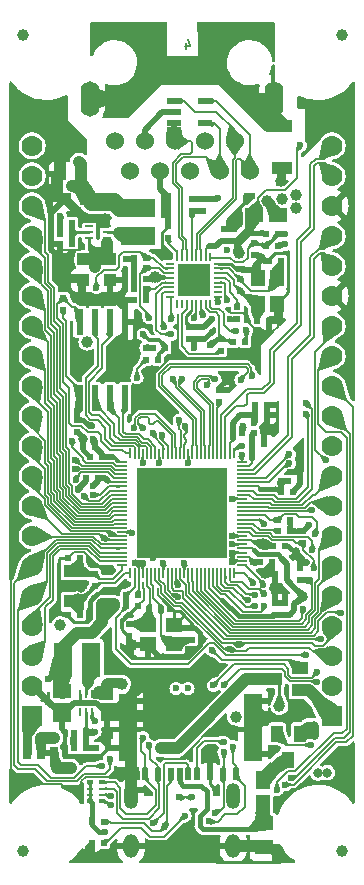
<source format=gbr>
%TF.GenerationSoftware,KiCad,Pcbnew,7.0.11-7.0.11~ubuntu22.04.1*%
%TF.CreationDate,2025-02-03T16:18:30+02:00*%
%TF.ProjectId,ESP32-P4-DevKit_Rev_C,45535033-322d-4503-942d-4465764b6974,C*%
%TF.SameCoordinates,PX80befc0PY7459280*%
%TF.FileFunction,Copper,L4,Bot*%
%TF.FilePolarity,Positive*%
%FSLAX46Y46*%
G04 Gerber Fmt 4.6, Leading zero omitted, Abs format (unit mm)*
G04 Created by KiCad (PCBNEW 7.0.11-7.0.11~ubuntu22.04.1) date 2025-02-03 16:18:30*
%MOMM*%
%LPD*%
G01*
G04 APERTURE LIST*
%ADD10C,0.190500*%
%TA.AperFunction,NonConductor*%
%ADD11C,0.190500*%
%TD*%
%TA.AperFunction,ComponentPad*%
%ADD12O,1.200000X2.200000*%
%TD*%
%TA.AperFunction,ComponentPad*%
%ADD13O,1.300000X2.000000*%
%TD*%
%TA.AperFunction,ComponentPad*%
%ADD14O,1.600000X2.999999*%
%TD*%
%TA.AperFunction,ComponentPad*%
%ADD15C,1.524000*%
%TD*%
%TA.AperFunction,SMDPad,CuDef*%
%ADD16R,0.500000X0.550000*%
%TD*%
%TA.AperFunction,SMDPad,CuDef*%
%ADD17R,0.550000X0.500000*%
%TD*%
%TA.AperFunction,SMDPad,CuDef*%
%ADD18R,0.500000X1.000000*%
%TD*%
%TA.AperFunction,SMDPad,CuDef*%
%ADD19R,1.500000X1.200000*%
%TD*%
%TA.AperFunction,SMDPad,CuDef*%
%ADD20R,1.500000X4.500000*%
%TD*%
%TA.AperFunction,SMDPad,CuDef*%
%ADD21R,1.400000X1.000000*%
%TD*%
%TA.AperFunction,SMDPad,CuDef*%
%ADD22R,1.016000X1.016000*%
%TD*%
%TA.AperFunction,SMDPad,CuDef*%
%ADD23C,1.000000*%
%TD*%
%TA.AperFunction,SMDPad,CuDef*%
%ADD24R,1.600000X3.000000*%
%TD*%
%TA.AperFunction,ComponentPad*%
%ADD25R,1.778000X1.778000*%
%TD*%
%TA.AperFunction,ComponentPad*%
%ADD26C,1.778000*%
%TD*%
%TA.AperFunction,SMDPad,CuDef*%
%ADD27R,1.524000X1.270000*%
%TD*%
%TA.AperFunction,SMDPad,CuDef*%
%ADD28R,1.200000X1.400000*%
%TD*%
%TA.AperFunction,SMDPad,CuDef*%
%ADD29R,1.400000X1.200000*%
%TD*%
%TA.AperFunction,SMDPad,CuDef*%
%ADD30R,1.800000X1.000000*%
%TD*%
%TA.AperFunction,SMDPad,CuDef*%
%ADD31R,0.850000X0.175000*%
%TD*%
%TA.AperFunction,SMDPad,CuDef*%
%ADD32R,0.900000X0.175000*%
%TD*%
%TA.AperFunction,SMDPad,CuDef*%
%ADD33R,0.175000X0.850000*%
%TD*%
%TA.AperFunction,SMDPad,CuDef*%
%ADD34R,0.175000X0.900000*%
%TD*%
%TA.AperFunction,ComponentPad*%
%ADD35C,1.600000*%
%TD*%
%TA.AperFunction,ComponentPad*%
%ADD36C,2.400000*%
%TD*%
%TA.AperFunction,SMDPad,CuDef*%
%ADD37R,7.600000X7.600000*%
%TD*%
%TA.AperFunction,SMDPad,CuDef*%
%ADD38R,3.000000X1.600000*%
%TD*%
%TA.AperFunction,SMDPad,CuDef*%
%ADD39R,0.600000X2.200000*%
%TD*%
%TA.AperFunction,FiducialPad,Global*%
%ADD40C,1.000000*%
%TD*%
%TA.AperFunction,SMDPad,CuDef*%
%ADD41R,0.250000X0.700000*%
%TD*%
%TA.AperFunction,SMDPad,CuDef*%
%ADD42R,1.270000X1.524000*%
%TD*%
%TA.AperFunction,SMDPad,CuDef*%
%ADD43R,0.800000X0.200000*%
%TD*%
%TA.AperFunction,SMDPad,CuDef*%
%ADD44R,0.200000X0.800000*%
%TD*%
%TA.AperFunction,ComponentPad*%
%ADD45C,0.600000*%
%TD*%
%TA.AperFunction,SMDPad,CuDef*%
%ADD46R,2.800000X2.800000*%
%TD*%
%TA.AperFunction,SMDPad,CuDef*%
%ADD47R,1.778000X1.016000*%
%TD*%
%TA.AperFunction,SMDPad,CuDef*%
%ADD48R,0.700000X0.250000*%
%TD*%
%TA.AperFunction,SMDPad,CuDef*%
%ADD49R,0.625000X0.325000*%
%TD*%
%TA.AperFunction,SMDPad,CuDef*%
%ADD50R,0.625000X0.250000*%
%TD*%
%TA.AperFunction,SMDPad,CuDef*%
%ADD51R,0.762000X1.016000*%
%TD*%
%TA.AperFunction,SMDPad,CuDef*%
%ADD52R,0.508000X0.508000*%
%TD*%
%TA.AperFunction,SMDPad,CuDef*%
%ADD53R,1.200000X0.550000*%
%TD*%
%TA.AperFunction,SMDPad,CuDef*%
%ADD54R,1.000000X1.400000*%
%TD*%
%TA.AperFunction,ViaPad*%
%ADD55C,0.600000*%
%TD*%
%TA.AperFunction,ViaPad*%
%ADD56C,0.800000*%
%TD*%
%TA.AperFunction,ViaPad*%
%ADD57C,1.000000*%
%TD*%
%TA.AperFunction,Conductor*%
%ADD58C,0.254000*%
%TD*%
%TA.AperFunction,Conductor*%
%ADD59C,0.508000*%
%TD*%
%TA.AperFunction,Conductor*%
%ADD60C,0.177800*%
%TD*%
%TA.AperFunction,Conductor*%
%ADD61C,1.016000*%
%TD*%
%TA.AperFunction,Conductor*%
%ADD62C,0.200000*%
%TD*%
%TA.AperFunction,Conductor*%
%ADD63C,0.406400*%
%TD*%
%TA.AperFunction,Conductor*%
%ADD64C,0.127000*%
%TD*%
%TA.AperFunction,Conductor*%
%ADD65C,0.762000*%
%TD*%
%TA.AperFunction,Conductor*%
%ADD66C,0.609600*%
%TD*%
%TA.AperFunction,Conductor*%
%ADD67C,0.304800*%
%TD*%
%TA.AperFunction,Conductor*%
%ADD68C,0.660400*%
%TD*%
%TA.AperFunction,Conductor*%
%ADD69C,1.524000*%
%TD*%
%TA.AperFunction,Conductor*%
%ADD70C,1.270000*%
%TD*%
%TA.AperFunction,Conductor*%
%ADD71C,0.457200*%
%TD*%
G04 APERTURE END LIST*
D10*
D11*
X15343042Y69861161D02*
X15343042Y69353161D01*
X15524470Y70151446D02*
X15705899Y69607161D01*
X15705899Y69607161D02*
X15234184Y69607161D01*
D12*
%TO.P,USB-Serial/JTAG1,0,SHELL*%
%TO.N,GND*%
X19320000Y6030000D03*
X10680000Y6030000D03*
D13*
X19320000Y1850000D03*
X10680000Y1850000D03*
%TD*%
D14*
%TO.P,LAN_CON1,0,Shield*%
%TO.N,/LAN_Shield*%
X22800000Y65100000D03*
X7200000Y65100000D03*
D15*
%TO.P,LAN_CON1,1,TD+*%
%TO.N,/TD+*%
X20715000Y58960000D03*
%TO.P,LAN_CON1,2,TD-*%
%TO.N,/TD-*%
X19445000Y61500000D03*
%TO.P,LAN_CON1,3,RD+*%
%TO.N,/RD+*%
X18175000Y58960000D03*
%TO.P,LAN_CON1,4,TCT*%
%TO.N,Net-(LAN_CON1-TCT)*%
X16905000Y61500000D03*
%TO.P,LAN_CON1,5,RCT*%
%TO.N,Net-(LAN_CON1-RCT)*%
X15635000Y58960000D03*
%TO.P,LAN_CON1,6,RD-*%
%TO.N,/RD-*%
X14365000Y61500000D03*
%TO.P,LAN_CON1,7,GND/NC*%
%TO.N,GND*%
X13095000Y58960000D03*
%TO.P,LAN_CON1,8,NC/GND*%
X11825000Y61500000D03*
%TO.P,LAN_CON1,9,PW+*%
%TO.N,/PW+*%
X10555000Y58960000D03*
%TO.P,LAN_CON1,10,PW-*%
%TO.N,/PW-*%
X9285000Y61500000D03*
%TD*%
D16*
%TO.P,R18,1*%
%TO.N,/ESP_EN*%
X23115000Y52658000D03*
%TO.P,R18,2*%
%TO.N,/PHY_RSTN*%
X22099000Y52658000D03*
%TD*%
%TO.P,C58,1*%
%TO.N,GND*%
X22861000Y24845000D03*
%TO.P,C58,2*%
%TO.N,/ESP_LDO_VO4*%
X23877000Y24845000D03*
%TD*%
%TO.P,R5,1*%
%TO.N,GND*%
X7367000Y2112000D03*
%TO.P,R5,2*%
%TO.N,Net-(USB-Serial/JTAG1-CC2)*%
X8383000Y2112000D03*
%TD*%
D17*
%TO.P,R2,1*%
%TO.N,Net-(U1-CSI_REXT)*%
X18162000Y39450000D03*
%TO.P,R2,2*%
%TO.N,GND*%
X18162000Y40466000D03*
%TD*%
D18*
%TO.P,MICRO_SD1,1,DAT2/RES*%
%TO.N,/SD1_D2*%
X11850000Y7900000D03*
%TO.P,MICRO_SD1,2,CD/DAT3/CS*%
%TO.N,/SD1_D3*%
X12950000Y7900000D03*
%TO.P,MICRO_SD1,3,CMD/DI*%
%TO.N,/SD1_CMD*%
X14050000Y7900000D03*
%TO.P,MICRO_SD1,4,VDD*%
%TO.N,/SD1_VDD*%
X14800000Y7900000D03*
%TO.P,MICRO_SD1,5,CLK/SCLK*%
%TO.N,/SD1_CLK*%
X16250000Y7900000D03*
%TO.P,MICRO_SD1,6,GND*%
%TO.N,GND*%
X17350000Y7900000D03*
%TO.P,MICRO_SD1,7,DAT0/DO*%
%TO.N,/SD1_D0*%
X18450000Y7900000D03*
%TO.P,MICRO_SD1,8,DAT1/RES*%
%TO.N,/SD1_D1*%
X19550000Y7900000D03*
%TO.P,MICRO_SD1,CD1,Card_Detect*%
%TO.N,Net-(MICRO_SD1-Card_Detect)*%
X15500000Y7900000D03*
D19*
%TO.P,MICRO_SD1,CH1,Card_Housing*%
%TO.N,GND*%
X21000000Y9650000D03*
D20*
X21000000Y11700000D03*
D19*
X21000000Y14100000D03*
X10400000Y9650000D03*
D20*
X10400000Y11700000D03*
D19*
X10400000Y14100000D03*
%TD*%
D17*
%TO.P,C35,1*%
%TO.N,GND*%
X6097000Y36910000D03*
%TO.P,C35,2*%
%TO.N,/ESP_LDO_VO1*%
X6097000Y37926000D03*
%TD*%
D16*
%TO.P,C39,1*%
%TO.N,GND*%
X11304000Y22178000D03*
%TO.P,C39,2*%
%TO.N,/ESP_EN*%
X10288000Y22178000D03*
%TD*%
D21*
%TO.P,FET2,1*%
%TO.N,+5VP*%
X24984440Y16904960D03*
%TO.P,FET2,2*%
%TO.N,+5V*%
X24984440Y15002500D03*
%TO.P,FET2,3*%
%TO.N,+5V_USB*%
X22774640Y15957540D03*
%TD*%
D22*
%TO.P,C60,1*%
%TO.N,+3.3V*%
X6859000Y56595000D03*
%TO.P,C60,2*%
%TO.N,GND*%
X5081000Y56595000D03*
%TD*%
D17*
%TO.P,R24,1*%
%TO.N,/3.3V_PHY*%
X19686000Y46435000D03*
%TO.P,R24,2*%
%TO.N,Net-(U2-COL{slash}RMII)*%
X19686000Y47451000D03*
%TD*%
D16*
%TO.P,C25,1*%
%TO.N,GND*%
X22353000Y46308000D03*
%TO.P,C25,2*%
%TO.N,Net-(U2-X2)*%
X21337000Y46308000D03*
%TD*%
D23*
%TO.P,5V_USB1,1,Pad*%
%TO.N,+5V_USB*%
X23242000Y13669000D03*
%TD*%
D16*
%TO.P,R20,1*%
%TO.N,+3.3V*%
X13590000Y44022000D03*
%TO.P,R20,2*%
%TO.N,/CSI_IO0\u005CReset*%
X12574000Y44022000D03*
%TD*%
D24*
%TO.P,L4,1,1*%
%TO.N,Net-(U5-SW)*%
X7297000Y17606000D03*
%TO.P,L4,2,2*%
%TO.N,VDD_CORE*%
X4897000Y17606000D03*
%TD*%
D25*
%TO.P,EXT1,1*%
%TO.N,+3.3V*%
X2300000Y12870000D03*
D26*
%TO.P,EXT1,2*%
%TO.N,GND*%
X2300000Y15410000D03*
%TO.P,EXT1,3*%
%TO.N,/GPIO2\u005CUser_Led*%
X2300000Y17950000D03*
%TO.P,EXT1,4*%
%TO.N,/GPIO3\u005CSD_DET*%
X2300000Y20490000D03*
%TO.P,EXT1,5*%
%TO.N,/GPIO4\u005CSPI_SCK(CLK)*%
X2300000Y23030000D03*
%TO.P,EXT1,6*%
%TO.N,/GPIO5\u005CSPI_CSn(CS#)*%
X2300000Y25570000D03*
%TO.P,EXT1,7*%
%TO.N,/GPIO6*%
X2300000Y28110000D03*
%TO.P,EXT1,8*%
%TO.N,/GPIO7\u005CI2C_SDA*%
X2300000Y30650000D03*
%TO.P,EXT1,9*%
%TO.N,/GPIO8\u005CI2C_SCL*%
X2300000Y33190000D03*
%TO.P,EXT1,10*%
%TO.N,/GPIO9*%
X2300000Y35730000D03*
%TO.P,EXT1,11*%
%TO.N,/GPIO10*%
X2300000Y38270000D03*
%TO.P,EXT1,12*%
%TO.N,/GPIO11*%
X2300000Y40810000D03*
%TO.P,EXT1,13*%
%TO.N,/GPIO12*%
X2300000Y43350000D03*
%TO.P,EXT1,14*%
%TO.N,/GPIO13*%
X2300000Y45890000D03*
%TO.P,EXT1,15*%
%TO.N,/GPIO14*%
X2300000Y48430000D03*
%TO.P,EXT1,16*%
%TO.N,/GPIO15*%
X2300000Y50970000D03*
%TO.P,EXT1,17*%
%TO.N,/GPIO16*%
X2300000Y53510000D03*
%TO.P,EXT1,18*%
%TO.N,/GPIO17*%
X2300000Y56050000D03*
%TO.P,EXT1,19*%
%TO.N,/GPIO18*%
X2300000Y58590000D03*
%TO.P,EXT1,20*%
%TO.N,/GPIO19*%
X2300000Y61130000D03*
%TD*%
D27*
%TO.P,C17,1*%
%TO.N,/SD1_VDD*%
X21972000Y3763000D03*
%TO.P,C17,2*%
%TO.N,GND*%
X21972000Y1731000D03*
%TD*%
D22*
%TO.P,C31,1*%
%TO.N,+5V*%
X6605000Y51515000D03*
%TO.P,C31,2*%
%TO.N,GND*%
X6605000Y49737000D03*
%TD*%
%TO.P,C32,1*%
%TO.N,/DCDC_Vin*%
X8637000Y14685000D03*
%TO.P,C32,2*%
%TO.N,GND*%
X8637000Y12907000D03*
%TD*%
D16*
%TO.P,R30,1*%
%TO.N,/3.3V_PHY*%
X10923000Y51642000D03*
%TO.P,R30,2*%
%TO.N,/MDIO*%
X11939000Y51642000D03*
%TD*%
D22*
%TO.P,C34,1*%
%TO.N,+5V*%
X8891000Y51515000D03*
%TO.P,C34,2*%
%TO.N,GND*%
X8891000Y49737000D03*
%TD*%
D28*
%TO.P,Q2,1,1*%
%TO.N,Net-(U2-X1)*%
X23026000Y49948000D03*
%TO.P,Q2,2,2*%
%TO.N,Net-(U2-X2)*%
X21426000Y47748000D03*
%TO.P,Q2,3,case*%
%TO.N,GND*%
X21426000Y49948000D03*
X23026000Y47748000D03*
%TD*%
D29*
%TO.P,Q3,1,1*%
%TO.N,Net-(U1-XTAL_P)*%
X12109000Y20558000D03*
%TO.P,Q3,2,2*%
%TO.N,Net-(U1-XTAL_N)*%
X14309000Y18958000D03*
%TO.P,Q3,3,case*%
%TO.N,GND*%
X12109000Y18958000D03*
X14309000Y20558000D03*
%TD*%
D17*
%TO.P,C47,1*%
%TO.N,/ESP_LDO_VO4*%
X23750000Y21416000D03*
%TO.P,C47,2*%
%TO.N,GND*%
X23750000Y22432000D03*
%TD*%
D16*
%TO.P,C1,1*%
%TO.N,GND*%
X5335000Y21416000D03*
%TO.P,C1,2*%
%TO.N,Net-(U1-GPIO0{slash}XTAL_32K_N)*%
X6351000Y21416000D03*
%TD*%
D17*
%TO.P,R15,1*%
%TO.N,Net-(U2-ISET)*%
X13844000Y53293000D03*
%TO.P,R15,2*%
%TO.N,GND*%
X13844000Y54309000D03*
%TD*%
%TO.P,R43,1*%
%TO.N,/ESP_LDO_VO1*%
X4954000Y47197000D03*
%TO.P,R43,2*%
%TO.N,/FLASH_CS*%
X4954000Y48213000D03*
%TD*%
D30*
%TO.P,Q1,1,1*%
%TO.N,Net-(U1-GPIO0{slash}XTAL_32K_N)*%
X5843000Y22579000D03*
%TO.P,Q1,2,2*%
%TO.N,Net-(U1-GPIO1{slash}XTAL_32K_P)*%
X5843000Y25079000D03*
%TD*%
D16*
%TO.P,R31,1*%
%TO.N,/GPIO23*%
X20321000Y44530000D03*
%TO.P,R31,2*%
%TO.N,/RMII_CLK*%
X19305000Y44530000D03*
%TD*%
D31*
%TO.P,U1,1,GPIO1/XTAL_32K_P*%
%TO.N,Net-(U1-GPIO1{slash}XTAL_32K_P)*%
X9925000Y25625000D03*
D32*
%TO.P,U1,2,GPIO2/TOUCH_0/MTCK*%
%TO.N,/GPIO2\u005CUser_Led*%
X9950000Y25975000D03*
%TO.P,U1,3,GPIO3/TOUCH_1/MTDI*%
%TO.N,/GPIO3\u005CSD_DET*%
X9950000Y26325000D03*
%TO.P,U1,4,GPIO4/TOUCH_2/MTMS*%
%TO.N,/GPIO4\u005CSPI_SCK(CLK)*%
X9950000Y26675000D03*
%TO.P,U1,5,GPIO5/TOUCH_3/MTDO*%
%TO.N,/GPIO5\u005CSPI_CSn(CS#)*%
X9950000Y27025000D03*
%TO.P,U1,6,GPIO6/TOUCH_4/GPSPI_SPI2_HOLD*%
%TO.N,/GPIO6*%
X9950000Y27375000D03*
%TO.P,U1,7,GPIO7/TOUCH_5/GPSPI_SPI2_CS*%
%TO.N,/GPIO7\u005CI2C_SDA*%
X9950000Y27725000D03*
%TO.P,U1,8,GPIO8/TOUCH_6/GPSPI_SPI2_D/UART0_RTS*%
%TO.N,/GPIO8\u005CI2C_SCL*%
X9950000Y28075000D03*
%TO.P,U1,9,VDDPST_1*%
%TO.N,+3.3V*%
X9950000Y28425000D03*
%TO.P,U1,10,GPIO9/TOUCH_7/GPSPI_SPI2_CK/UART0_CTS*%
%TO.N,/GPIO9*%
X9950000Y28775000D03*
%TO.P,U1,11,GPIO10/TOUCH_8/GPSPI_SPI2_Q/UART1_TXD*%
%TO.N,/GPIO10*%
X9950000Y29125000D03*
%TO.P,U1,12,GPIO11/TOUCH_9/GPSPI_SPI2_WP/UART1_RTD*%
%TO.N,/GPIO11*%
X9950000Y29475000D03*
%TO.P,U1,13,GPIO12/TOUCH_10/UART1_RTS*%
%TO.N,/GPIO12*%
X9950000Y29825000D03*
%TO.P,U1,14,GPIO13/TOUCH_11/UART0_CTS*%
%TO.N,/GPIO13*%
X9950000Y30175000D03*
%TO.P,U1,15,GPIO14/TOUCH_12/LP_UART_TXD*%
%TO.N,/GPIO14*%
X9950000Y30525000D03*
%TO.P,U1,16,GPIO15/TOUCH_13/LP_UART_RXD*%
%TO.N,/GPIO15*%
X9950000Y30875000D03*
%TO.P,U1,17,GPIO16/ADC0*%
%TO.N,/GPIO16*%
X9950000Y31225000D03*
%TO.P,U1,18,GPIO17/ADC1*%
%TO.N,/GPIO17*%
X9950000Y31575000D03*
%TO.P,U1,19,GPIO18/ADC2*%
%TO.N,/GPIO18*%
X9950000Y31925000D03*
%TO.P,U1,20,GPIO19/ADC3*%
%TO.N,/GPIO19*%
X9950000Y32275000D03*
%TO.P,U1,21,VDDPST_2*%
%TO.N,+3.3V*%
X9950000Y32625000D03*
%TO.P,U1,22,GPIO20/ADC4*%
%TO.N,/GPIO20*%
X9950000Y32975000D03*
%TO.P,U1,23,GPIO21/ADC5*%
%TO.N,/GPIO21*%
X9950000Y33325000D03*
%TO.P,U1,24,GPIO22/ADC6/DBG_PSRAM_CK*%
%TO.N,/GPIO22*%
X9950000Y33675000D03*
%TO.P,U1,25,GPIO23/ADC7/50MHz_ref_clk_out/DBG_PSRAM_CS*%
%TO.N,/GPIO23*%
X9950000Y34025000D03*
D31*
%TO.P,U1,26,VDD_HP_0*%
%TO.N,VDD_CORE*%
X9925000Y34375000D03*
D33*
%TO.P,U1,27,FLASH_CS*%
%TO.N,/FLASH_CS*%
X10625000Y35075000D03*
D34*
%TO.P,U1,28,FLASH_Q*%
%TO.N,/FLASH_Q*%
X10975000Y35050000D03*
%TO.P,U1,29,FLASH_WP*%
%TO.N,/FLASH_WP*%
X11325000Y35050000D03*
%TO.P,U1,30,VDDPST_3*%
%TO.N,/ESP_LDO_VO1*%
X11675000Y35050000D03*
%TO.P,U1,31,FLASH_HOLD*%
%TO.N,/FLASH_HOLD*%
X12025000Y35050000D03*
%TO.P,U1,32,FLASH_CK*%
%TO.N,/FLASH_CK*%
X12375000Y35050000D03*
%TO.P,U1,33,FLASH_D*%
%TO.N,/FLASH_D*%
X12725000Y35050000D03*
%TO.P,U1,34,DSI_REXT*%
%TO.N,Net-(U1-DSI_REXT)*%
X13075000Y35050000D03*
%TO.P,U1,35,DSI_DATAP1*%
%TO.N,/DSI_DATA1P*%
X13425000Y35050000D03*
%TO.P,U1,36,DSI_DATAN1*%
%TO.N,/DSI_DATA1N*%
X13775000Y35050000D03*
%TO.P,U1,37,DSI_CLKN*%
%TO.N,/DSI_CLKN*%
X14125000Y35050000D03*
%TO.P,U1,38,DSI_CLKP*%
%TO.N,/DSI_CLKP*%
X14475000Y35050000D03*
%TO.P,U1,39,DSI_DATAP0*%
%TO.N,/DSI_DATA0P*%
X14825000Y35050000D03*
%TO.P,U1,40,DSI_DATAN0*%
%TO.N,/DSI_DATA0N*%
X15175000Y35050000D03*
%TO.P,U1,41,VDD_MIPI_DPHY*%
%TO.N,+2.5V*%
X15525000Y35050000D03*
%TO.P,U1,42,CSI_DATAN0*%
%TO.N,/CSI_DATA0N*%
X15875000Y35050000D03*
%TO.P,U1,43,CSI_DATAP0*%
%TO.N,/CSI_DATA0P*%
X16225000Y35050000D03*
%TO.P,U1,44,CSI_CLKP*%
%TO.N,/CSI_CLKP*%
X16575000Y35050000D03*
%TO.P,U1,45,CSI_CLKN*%
%TO.N,/CSI_CLKN*%
X16925000Y35050000D03*
%TO.P,U1,46,CSI_DATAN1*%
%TO.N,/CSI_DATA1N*%
X17275000Y35050000D03*
%TO.P,U1,47,CSI_DATAP1*%
%TO.N,/CSI_DATA1P*%
X17625000Y35050000D03*
%TO.P,U1,48,CSI_REXT*%
%TO.N,Net-(U1-CSI_REXT)*%
X17975000Y35050000D03*
%TO.P,U1,49,DM*%
%TO.N,/USB_DN*%
X18325000Y35050000D03*
%TO.P,U1,50,DP*%
%TO.N,/USB_DP*%
X18675000Y35050000D03*
%TO.P,U1,51,VCCA*%
%TO.N,+3.3V*%
X19025000Y35050000D03*
D33*
%TO.P,U1,52,GPIO24/USB1P1_N0*%
%TO.N,/USB1P1_0N*%
X19375000Y35075000D03*
D31*
%TO.P,U1,53,GPIO25/USB1P1_P0*%
%TO.N,/USB1P1_0P*%
X20075000Y34375000D03*
D32*
%TO.P,U1,54,NC(VDD_HP_1)*%
%TO.N,Net-(U1-NC(VDD_HP_1))*%
X20050000Y34025000D03*
%TO.P,U1,55,GPIO26/USB1P1_N1*%
%TO.N,/USB1P1_1N*%
X20050000Y33675000D03*
%TO.P,U1,56,GPIO27/USB1P1_P1*%
%TO.N,/USB1P1_1P*%
X20050000Y33325000D03*
%TO.P,U1,57,GPIO28/GPSPI_SPI2_CS/EMAC_PHY_RXDV/DBG_PSRAM_D*%
%TO.N,/RMII_RXDV*%
X20050000Y32975000D03*
%TO.P,U1,58,GPIO29/GPSPI_SPI2_D/EMAC_PHY_RXD0/DBG_PSRAM_Q*%
%TO.N,/RMII_RXD0*%
X20050000Y32625000D03*
%TO.P,U1,59,VDDPST*%
%TO.N,+1V8*%
X20050000Y32275000D03*
%TO.P,U1,60,GPIO30/GPSPI_SPI2_CK/EMAC_PHY_RXD1/DBG_PSRAM_WP*%
%TO.N,/RMII_RXD1*%
X20050000Y31925000D03*
%TO.P,U1,61,GPIO31/GPSPI_SPI2_Q/EMAC_PHY_RXER/DBG_PSRAM_HOLD*%
%TO.N,/MDC*%
X20050000Y31575000D03*
%TO.P,U1,62,VDDPST_4*%
%TO.N,+3.3V*%
X20050000Y31225000D03*
%TO.P,U1,63,GPIO32/I3CMST_SCL/GPSPI_SPI2_HOLD/EMAC_RMII_CLK/DBG_PSRAM_DQ4*%
%TO.N,/GPIO32*%
X20050000Y30875000D03*
%TO.P,U1,64,GPIO33/I3CMST_SDA/GPSPI_SPI2_WP/EMAC_PHY_TXEN/DBG_PSRAM_DQ5*%
%TO.N,/GPIO33*%
X20050000Y30525000D03*
%TO.P,U1,65,GPIO34/GPSPI_SPI2_IO4/EMAC_PHY_TXD0/DBG_PSRAM_DQ6*%
%TO.N,/GPIO34\u005CRMII_TXD0*%
X20050000Y30175000D03*
%TO.P,U1,66,GPIO35/GPSPI_SPI2_IO5/EMAC_PHY_TXD1/DBG_PSRAM_DQ7*%
%TO.N,/GPIO35\u005CRMII_TXD1*%
X20050000Y29825000D03*
%TO.P,U1,67,VDDPST*%
%TO.N,+1V8*%
X20050000Y29475000D03*
%TO.P,U1,68,GPIO36/GPSPI_SPI2_IO6/EMAC_PHY_TXER/DBG_PSRAM_DQS0*%
%TO.N,/GPIO36*%
X20050000Y29125000D03*
%TO.P,U1,69,GPIO37/UART0_TXD/GPSPI_SPI2_IO7*%
%TO.N,/UART0_TX*%
X20050000Y28775000D03*
%TO.P,U1,70,GPIO38/UART0_RXD/GPSPI_SPI2_DQS*%
%TO.N,/UART0_RX*%
X20050000Y28425000D03*
%TO.P,U1,71,VFB1/VO1*%
%TO.N,/ESP_LDO_VO1*%
X20050000Y28075000D03*
%TO.P,U1,72,VFB2/VO2*%
%TO.N,+1V8*%
X20050000Y27725000D03*
%TO.P,U1,73,VFB3/VO3*%
%TO.N,+2.5V*%
X20050000Y27375000D03*
%TO.P,U1,74,VFB4/VO4*%
%TO.N,/ESP_LDO_VO4*%
X20050000Y27025000D03*
%TO.P,U1,75,VDDPST_LDO*%
%TO.N,+3.3V*%
X20050000Y26675000D03*
%TO.P,U1,76,VDD_HP_2*%
%TO.N,VDD_CORE*%
X20050000Y26325000D03*
%TO.P,U1,77,VDDPST_DCDC*%
%TO.N,+3.3V*%
X20050000Y25975000D03*
D31*
%TO.P,U1,78,FB_DCDC*%
%TO.N,/FB_DCDC*%
X20075000Y25625000D03*
D33*
%TO.P,U1,79,EN_DCDC*%
%TO.N,/EN_DCDC*%
X19375000Y24925000D03*
D34*
%TO.P,U1,80,GPIO39/SD1_CDATA0/reference_clock_of_50MHz_output/DBG_PSRAM_DQ8*%
%TO.N,/SD1_D0*%
X19025000Y24950000D03*
%TO.P,U1,81,GPIO40/SD1_CDATA1/EMAC_PHY_TXEN/DBG_PSRAM_DQ8*%
%TO.N,/SD1_D1*%
X18675000Y24950000D03*
%TO.P,U1,82,GPIO41/SD1_CDATA2/EMAC_PHY_TXD0/DBG_PSRAM_DQ9*%
%TO.N,/SD1_D2*%
X18325000Y24950000D03*
%TO.P,U1,83,GPIO42/SD1_CDATA3/EMAC_PHY_TXD1/DBG_PSRAM_DQ10*%
%TO.N,/SD1_D3*%
X17975000Y24950000D03*
%TO.P,U1,84,GPIO43/SD1_CLK/EMAC_PHY_TXER/DBG_PSRAM_DQ11*%
%TO.N,/SD1_CLK*%
X17625000Y24950000D03*
%TO.P,U1,85,VDDPST_5*%
%TO.N,/ESP_LDO_VO4*%
X17275000Y24950000D03*
%TO.P,U1,86,GPIO44/SD1_CMD/EMAC_RMII_CLK/DBG_PSRAM_DQ13*%
%TO.N,/SD1_CMD*%
X16925000Y24950000D03*
%TO.P,U1,87,GPIO45/SD1_DATA4/EMAC_PHY_RXDV/DBG_PSRAM_DQ14*%
%TO.N,/SD1_PWR_EN*%
X16575000Y24950000D03*
%TO.P,U1,88,GPIO46/SD1_DATA5/EMAC_PHY_RXD0/DBG_PSRAM_DQ15*%
%TO.N,/GPIO46*%
X16225000Y24950000D03*
%TO.P,U1,89,GPIO47/SD1_DATA6/EMAC_PHY_RXD1/DBG_PSRAM_DQS1*%
%TO.N,/GPIO47*%
X15875000Y24950000D03*
%TO.P,U1,90,GPIO48/SD1_DATA7/EMAC_PHY_RXER*%
%TO.N,/GPIO48*%
X15525000Y24950000D03*
%TO.P,U1,91,VDD_HP_3*%
%TO.N,VDD_CORE*%
X15175000Y24950000D03*
%TO.P,U1,92,GPIO49/ADC8/EMAC_PHY_TXEN/DBG_FLASH_CS*%
%TO.N,/RMII_TXEN*%
X14825000Y24950000D03*
%TO.P,U1,93,GPIO50/ADC9/EMAC_RMII_CLK/DBG_FLASH_Q*%
%TO.N,/RMII_CLK*%
X14475000Y24950000D03*
%TO.P,U1,94,GPIO51/ADC10/EMAC_PHY_RXDV/DBG_FLASH_WP*%
%TO.N,/PHY_RSTN*%
X14125000Y24950000D03*
%TO.P,U1,95,GPIO52/ADC11/EMAC_PHY_RXD0/DBG_FLASH_HOLD*%
%TO.N,/MDIO*%
X13775000Y24950000D03*
%TO.P,U1,96,VDDPST_6*%
%TO.N,+3.3V*%
X13425000Y24950000D03*
%TO.P,U1,97,GPIO53/ADC12/EMAC_PHY_RXD1/DBG_FLASH_CK*%
%TO.N,/GPIO53\u005CSPI_TX(MOSI)*%
X13075000Y24950000D03*
%TO.P,U1,98,GPIO54/ADC13/EMAC_PHY_RXER/DBG_FLASH_D*%
%TO.N,/GPIO54\u005CSPI_RX(MISO)*%
X12725000Y24950000D03*
%TO.P,U1,99,XTAL_N*%
%TO.N,Net-(U1-XTAL_N)*%
X12375000Y24950000D03*
%TO.P,U1,100,XTAL_P*%
%TO.N,Net-(U1-XTAL_P)*%
X12025000Y24950000D03*
%TO.P,U1,101,VDDA*%
%TO.N,+3.3V*%
X11675000Y24950000D03*
%TO.P,U1,102,VBAT*%
X11325000Y24950000D03*
%TO.P,U1,103,CHIP_PU*%
%TO.N,/ESP_EN*%
X10975000Y24950000D03*
D33*
%TO.P,U1,104,GPIO0/XTAL_32K_N*%
%TO.N,Net-(U1-GPIO0{slash}XTAL_32K_N)*%
X10625000Y24925000D03*
D35*
%TO.P,U1,105,GND*%
%TO.N,GND*%
X15000000Y27000000D03*
X12000000Y30000000D03*
D36*
X15000000Y30000000D03*
D37*
X15000000Y30000000D03*
D35*
X18000000Y30000000D03*
X15000000Y33000000D03*
%TD*%
D16*
%TO.P,R41,1*%
%TO.N,/FB_DCDC*%
X6859000Y10113000D03*
%TO.P,R41,2*%
%TO.N,VDD_CORE*%
X5843000Y10113000D03*
%TD*%
D17*
%TO.P,C26,1*%
%TO.N,/PHY_RSTN*%
X21083000Y52912000D03*
%TO.P,C26,2*%
%TO.N,GND*%
X21083000Y51896000D03*
%TD*%
D16*
%TO.P,C5,1*%
%TO.N,GND*%
X6859000Y32973000D03*
%TO.P,C5,2*%
%TO.N,+3.3V*%
X7875000Y32973000D03*
%TD*%
D22*
%TO.P,C61,1*%
%TO.N,+3.3V*%
X6478000Y58754000D03*
%TO.P,C61,2*%
%TO.N,GND*%
X4700000Y58754000D03*
%TD*%
D17*
%TO.P,C23,1*%
%TO.N,/3.3V_PHY*%
X18543000Y53039000D03*
%TO.P,C23,2*%
%TO.N,GND*%
X18543000Y54055000D03*
%TD*%
D16*
%TO.P,R29,1*%
%TO.N,/3.3V_PHY*%
X10923000Y50753000D03*
%TO.P,R29,2*%
%TO.N,/MDC*%
X11939000Y50753000D03*
%TD*%
%TO.P,R42,1*%
%TO.N,/FB_DCDC*%
X7748000Y10113000D03*
%TO.P,R42,2*%
%TO.N,GND*%
X8764000Y10113000D03*
%TD*%
%TO.P,R21,1*%
%TO.N,+3.3V*%
X12955000Y43006000D03*
%TO.P,R21,2*%
%TO.N,/CSI_IO1\u005CStrobe*%
X11939000Y43006000D03*
%TD*%
%TO.P,C30,1*%
%TO.N,GND*%
X21972000Y35894000D03*
%TO.P,C30,2*%
%TO.N,Net-(U1-NC(VDD_HP_1))*%
X20956000Y35894000D03*
%TD*%
D38*
%TO.P,L3,1,1*%
%TO.N,/SW1*%
X11304000Y53490000D03*
%TO.P,L3,2,2*%
%TO.N,+3.3V*%
X11304000Y55890000D03*
%TD*%
D17*
%TO.P,R3,1*%
%TO.N,/UART0_RX*%
X25274000Y27512000D03*
%TO.P,R3,2*%
%TO.N,+3.3V*%
X25274000Y28528000D03*
%TD*%
D16*
%TO.P,R40,1*%
%TO.N,Net-(U4-FB)*%
X5716000Y52785000D03*
%TO.P,R40,2*%
%TO.N,GND*%
X4700000Y52785000D03*
%TD*%
D17*
%TO.P,C21,1*%
%TO.N,/3.3V_PHY*%
X15622000Y45800000D03*
%TO.P,C21,2*%
%TO.N,GND*%
X15622000Y44784000D03*
%TD*%
D16*
%TO.P,C54,1*%
%TO.N,GND*%
X24385000Y31830000D03*
%TO.P,C54,2*%
%TO.N,+1V8*%
X23369000Y31830000D03*
%TD*%
D39*
%TO.P,U3,1,#CS*%
%TO.N,/FLASH_CS*%
X6345000Y46235000D03*
%TO.P,U3,2,DO(IO1)*%
%TO.N,/FLASH_Q*%
X7615000Y46235000D03*
%TO.P,U3,3,#WP(IO2)*%
%TO.N,/FLASH_WP*%
X8885000Y46235000D03*
%TO.P,U3,4,GND*%
%TO.N,GND*%
X10155000Y46235000D03*
%TO.P,U3,5,DI(IO0)*%
%TO.N,/FLASH_D*%
X10155000Y39765000D03*
%TO.P,U3,6,CLK*%
%TO.N,/FLASH_CK*%
X8885000Y39765000D03*
%TO.P,U3,7,#HOLD(IO3)*%
%TO.N,/FLASH_HOLD*%
X7615000Y39765000D03*
%TO.P,U3,8,VCC*%
%TO.N,/ESP_LDO_VO1*%
X6345000Y39765000D03*
%TD*%
D17*
%TO.P,C44,1*%
%TO.N,GND*%
X15876000Y20273000D03*
%TO.P,C44,2*%
%TO.N,Net-(U1-XTAL_N)*%
X15876000Y19257000D03*
%TD*%
D40*
%TO.P,FID6,Fid1,FID\u002A*%
%TO.N,unconnected-(FID6-FID\u002A-PadFid1)*%
X1500000Y70500000D03*
%TD*%
D27*
%TO.P,L2,1,1*%
%TO.N,+3.3V*%
X23115000Y55250000D03*
%TO.P,L2,2,2*%
%TO.N,/3.3V_PHY*%
X21083000Y55250000D03*
%TD*%
D40*
%TO.P,FID7,Fid1,FID\u002A*%
%TO.N,unconnected-(FID7-FID\u002A-PadFid1)*%
X28500000Y70500000D03*
%TD*%
D17*
%TO.P,C19,1*%
%TO.N,Net-(U2-REGOUT)*%
X15876000Y55579000D03*
%TO.P,C19,2*%
%TO.N,GND*%
X15876000Y56595000D03*
%TD*%
D16*
%TO.P,C56,1*%
%TO.N,Net-(U4-FB)*%
X5716000Y54563000D03*
%TO.P,C56,2*%
%TO.N,+3.3V*%
X4700000Y54563000D03*
%TD*%
%TO.P,C36,1*%
%TO.N,GND*%
X23750000Y27258000D03*
%TO.P,C36,2*%
%TO.N,+1V8*%
X22734000Y27258000D03*
%TD*%
D41*
%TO.P,U5,1,GND*%
%TO.N,GND*%
X6359000Y14673000D03*
%TO.P,U5,2,SW*%
%TO.N,Net-(U5-SW)*%
X6859000Y14673000D03*
%TO.P,U5,3,VIN*%
%TO.N,/DCDC_Vin*%
X7359000Y14673000D03*
%TO.P,U5,4,EN*%
%TO.N,/EN_DCDC*%
X7359000Y13173000D03*
%TO.P,U5,5,FB*%
%TO.N,/FB_DCDC*%
X6859000Y13173000D03*
%TO.P,U5,6,PG*%
%TO.N,/PG_Core*%
X6359000Y13173000D03*
%TD*%
D16*
%TO.P,R17,1*%
%TO.N,/3.3V_PHY*%
X22099000Y53674000D03*
%TO.P,R17,2*%
%TO.N,/PHY_RSTN*%
X23115000Y53674000D03*
%TD*%
D27*
%TO.P,C62,1*%
%TO.N,VDD_CORE*%
X4827000Y14939000D03*
%TO.P,C62,2*%
%TO.N,GND*%
X4827000Y12907000D03*
%TD*%
D16*
%TO.P,C24,1*%
%TO.N,GND*%
X22353000Y51388000D03*
%TO.P,C24,2*%
%TO.N,Net-(U2-X1)*%
X23369000Y51388000D03*
%TD*%
%TO.P,C6,1*%
%TO.N,VDD_CORE*%
X7621000Y35640000D03*
%TO.P,C6,2*%
%TO.N,GND*%
X6605000Y35640000D03*
%TD*%
D17*
%TO.P,C48,1*%
%TO.N,/ESP_LDO_VO4*%
X22861000Y21416000D03*
%TO.P,C48,2*%
%TO.N,GND*%
X22861000Y22432000D03*
%TD*%
%TO.P,C22,1*%
%TO.N,/3.3V_PHY*%
X19432000Y53039000D03*
%TO.P,C22,2*%
%TO.N,GND*%
X19432000Y54055000D03*
%TD*%
D40*
%TO.P,FID8,Fid1,FID\u002A*%
%TO.N,unconnected-(FID8-FID\u002A-PadFid1)*%
X28500000Y1400000D03*
%TD*%
D16*
%TO.P,C2,1*%
%TO.N,GND*%
X5335000Y26242000D03*
%TO.P,C2,2*%
%TO.N,Net-(U1-GPIO1{slash}XTAL_32K_P)*%
X6351000Y26242000D03*
%TD*%
%TO.P,R26,1*%
%TO.N,GND*%
X10923000Y48086000D03*
%TO.P,R26,2*%
%TO.N,Net-(U2-CRS{slash}LEDMOD)*%
X11939000Y48086000D03*
%TD*%
%TO.P,R13,1*%
%TO.N,/ESP_LDO_VO4*%
X7367000Y3890000D03*
%TO.P,R13,2*%
%TO.N,/SD1_CMD*%
X8383000Y3890000D03*
%TD*%
%TO.P,C12,1*%
%TO.N,+3.3V*%
X21210000Y38307000D03*
%TO.P,C12,2*%
%TO.N,GND*%
X22226000Y38307000D03*
%TD*%
%TO.P,R36,1*%
%TO.N,+3.3V*%
X11304000Y23067000D03*
%TO.P,R36,2*%
%TO.N,/ESP_EN*%
X10288000Y23067000D03*
%TD*%
D42*
%TO.P,L1,1,1*%
%TO.N,/VDD_SD*%
X21845000Y7446000D03*
%TO.P,L1,2,2*%
%TO.N,/SD1_VDD*%
X21845000Y5414000D03*
%TD*%
D43*
%TO.P,U2,1,TXER/FXSD*%
%TO.N,GND*%
X18003000Y51137000D03*
%TO.P,U2,2,X1*%
%TO.N,Net-(U2-X1)*%
X18003000Y50737000D03*
%TO.P,U2,3,X2*%
%TO.N,Net-(U2-X2)*%
X18003000Y50337000D03*
%TO.P,U2,4,COL/RMII*%
%TO.N,Net-(U2-COL{slash}RMII)*%
X18003000Y49937000D03*
%TO.P,U2,5,TXEN*%
%TO.N,/RMII_TXEN*%
X18003000Y49537000D03*
%TO.P,U2,6,TXD3*%
%TO.N,unconnected-(U2-TXD3-Pad6)*%
X18003000Y49137000D03*
%TO.P,U2,7,TXD2*%
%TO.N,unconnected-(U2-TXD2-Pad7)*%
X18003000Y48737000D03*
%TO.P,U2,8,TXD1*%
%TO.N,/GPIO35\u005CRMII_TXD1*%
X18003000Y48337000D03*
D44*
%TO.P,U2,9,TXD0*%
%TO.N,/GPIO34\u005CRMII_TXD0*%
X17403000Y47737000D03*
%TO.P,U2,10,TXCLK/50M_CLKI*%
%TO.N,/RMII_CLK*%
X17003000Y47737000D03*
%TO.P,U2,11,LED0/PHY_AD0*%
%TO.N,/LED0\u005CPHY_AD0*%
X16603000Y47737000D03*
%TO.P,U2,12,LED3/PHY_AD3*%
%TO.N,/LED3\u005CPHY_AD3*%
X16203000Y47737000D03*
%TO.P,U2,13,VDD_IO*%
%TO.N,/3.3V_PHY*%
X15803000Y47737000D03*
%TO.P,U2,14,RXCLK/50M_CLKO*%
%TO.N,/50MHz_CLKO*%
X15403000Y47737000D03*
%TO.P,U2,15,RXD3*%
%TO.N,unconnected-(U2-RXD3-Pad15)*%
X15003000Y47737000D03*
%TO.P,U2,16,RXD2*%
%TO.N,unconnected-(U2-RXD2-Pad16)*%
X14603000Y47737000D03*
D43*
%TO.P,U2,17,RXD1*%
%TO.N,/RMII_RXD1*%
X14003000Y48337000D03*
%TO.P,U2,18,RXD0*%
%TO.N,/RMII_RXD0*%
X14003000Y48737000D03*
%TO.P,U2,19,RXDV/CRS_DV/FX_HEN*%
%TO.N,/RMII_RXDV*%
X14003000Y49137000D03*
%TO.P,U2,20,CRS/LEDMOD*%
%TO.N,Net-(U2-CRS{slash}LEDMOD)*%
X14003000Y49537000D03*
%TO.P,U2,21,RXER/INTR_32*%
%TO.N,/RXER{slash}INTR_32*%
X14003000Y49937000D03*
%TO.P,U2,22,MDC*%
%TO.N,/MDC*%
X14003000Y50337000D03*
%TO.P,U2,23,MDIO*%
%TO.N,/MDIO*%
X14003000Y50737000D03*
%TO.P,U2,24,TEST_ON*%
%TO.N,unconnected-(U2-TEST_ON-Pad24)*%
X14003000Y51137000D03*
D44*
%TO.P,U2,25,ISET*%
%TO.N,Net-(U2-ISET)*%
X14603000Y51737000D03*
%TO.P,U2,26,MDI_RN*%
%TO.N,/RD-*%
X15003000Y51737000D03*
%TO.P,U2,27,MDI_RP*%
%TO.N,/RD+*%
X15403000Y51737000D03*
%TO.P,U2,28,REGOUT*%
%TO.N,Net-(U2-REGOUT)*%
X15803000Y51737000D03*
%TO.P,U2,29,MDI_TN*%
%TO.N,/TD-*%
X16203000Y51737000D03*
%TO.P,U2,30,MDI_TP*%
%TO.N,/TD+*%
X16603000Y51737000D03*
%TO.P,U2,31,AVDD33*%
%TO.N,/3.3V_PHY*%
X17003000Y51737000D03*
%TO.P,U2,32,RESET_N*%
%TO.N,/PHY_RSTN*%
X17403000Y51737000D03*
D45*
%TO.P,U2,33,GND*%
%TO.N,GND*%
X16503000Y50837000D03*
X15503000Y50837000D03*
X17103000Y50237000D03*
X14903000Y50237000D03*
D35*
X16003000Y49737000D03*
D46*
X16003000Y49737000D03*
D45*
X17103000Y49237000D03*
X14903000Y49237000D03*
X16503000Y48637000D03*
X15503000Y48637000D03*
%TD*%
D47*
%TO.P,C16,1*%
%TO.N,GND*%
X23496000Y59262000D03*
%TO.P,C16,2*%
%TO.N,/LAN_Shield*%
X23496000Y62818000D03*
%TD*%
D17*
%TO.P,C20,1*%
%TO.N,/3.3V_PHY*%
X16638000Y45800000D03*
%TO.P,C20,2*%
%TO.N,GND*%
X16638000Y44784000D03*
%TD*%
D40*
%TO.P,FID5,Fid1,FID\u002A*%
%TO.N,unconnected-(FID5-FID\u002A-PadFid1)*%
X1500000Y1400000D03*
%TD*%
D16*
%TO.P,R25,1*%
%TO.N,/3.3V_PHY*%
X10923000Y48975000D03*
%TO.P,R25,2*%
%TO.N,Net-(U2-CRS{slash}LEDMOD)*%
X11939000Y48975000D03*
%TD*%
%TO.P,C59,1*%
%TO.N,/FB_DCDC*%
X6859000Y11383000D03*
%TO.P,C59,2*%
%TO.N,VDD_CORE*%
X5843000Y11383000D03*
%TD*%
%TO.P,R35,1*%
%TO.N,VDD_CORE*%
X20067000Y36783000D03*
%TO.P,R35,2*%
%TO.N,Net-(U1-NC(VDD_HP_1))*%
X21083000Y36783000D03*
%TD*%
D25*
%TO.P,EXT2,1*%
%TO.N,+5V*%
X27700000Y12870000D03*
D26*
%TO.P,EXT2,2*%
%TO.N,GND*%
X27700000Y15410000D03*
%TO.P,EXT2,3*%
%TO.N,/GPIO54\u005CSPI_RX(MISO)*%
X27700000Y17950000D03*
%TO.P,EXT2,4*%
%TO.N,/GPIO53\u005CSPI_TX(MOSI)*%
X27700000Y20490000D03*
%TO.P,EXT2,5*%
%TO.N,/GPIO48*%
X27700000Y23030000D03*
%TO.P,EXT2,6*%
%TO.N,/GPIO47*%
X27700000Y25570000D03*
%TO.P,EXT2,7*%
%TO.N,/GPIO46*%
X27700000Y28110000D03*
%TO.P,EXT2,8*%
%TO.N,/GPIO33*%
X27700000Y30650000D03*
%TO.P,EXT2,9*%
%TO.N,/GPIO32*%
X27700000Y33190000D03*
%TO.P,EXT2,10*%
%TO.N,/GPIO23*%
X27700000Y35730000D03*
%TO.P,EXT2,11*%
%TO.N,/GPIO22*%
X27700000Y38270000D03*
%TO.P,EXT2,12*%
%TO.N,/GPIO21*%
X27700000Y40810000D03*
%TO.P,EXT2,13*%
%TO.N,/GPIO20*%
X27700000Y43350000D03*
%TO.P,EXT2,14*%
%TO.N,/ESP_EN*%
X27700000Y45890000D03*
%TO.P,EXT2,15*%
%TO.N,GND*%
X27700000Y48430000D03*
%TO.P,EXT2,16*%
%TO.N,/USB1P1_1P*%
X27700000Y50970000D03*
%TO.P,EXT2,17*%
%TO.N,/USB1P1_1N*%
X27700000Y53510000D03*
%TO.P,EXT2,18*%
%TO.N,GND*%
X27700000Y56050000D03*
%TO.P,EXT2,19*%
%TO.N,/USB_DP*%
X27700000Y58590000D03*
%TO.P,EXT2,20*%
%TO.N,/USB_DN*%
X27700000Y61130000D03*
%TD*%
D17*
%TO.P,C18,1*%
%TO.N,Net-(U2-REGOUT)*%
X16765000Y55579000D03*
%TO.P,C18,2*%
%TO.N,GND*%
X16765000Y56595000D03*
%TD*%
D16*
%TO.P,R28,1*%
%TO.N,Net-(U1-XTAL_P)*%
X12193000Y21924000D03*
%TO.P,R28,2*%
%TO.N,Net-(U1-XTAL_N)*%
X13209000Y21924000D03*
%TD*%
%TO.P,C7,1*%
%TO.N,VDD_CORE*%
X8256000Y34751000D03*
%TO.P,C7,2*%
%TO.N,GND*%
X7240000Y34751000D03*
%TD*%
D48*
%TO.P,U4,1,GND*%
%TO.N,GND*%
X8625000Y54301000D03*
%TO.P,U4,2,SW*%
%TO.N,/SW1*%
X8625000Y53801000D03*
%TO.P,U4,3,VIN*%
%TO.N,+5V*%
X8625000Y53301000D03*
%TO.P,U4,4,EN*%
X7125000Y53301000D03*
%TO.P,U4,5,FB*%
%TO.N,Net-(U4-FB)*%
X7125000Y53801000D03*
%TO.P,U4,6,PG*%
%TO.N,unconnected-(U4-PG-Pad6)*%
X7125000Y54301000D03*
%TD*%
D16*
%TO.P,R37,1*%
%TO.N,+3.3V*%
X24131000Y28528000D03*
%TO.P,R37,2*%
%TO.N,/GPIO36*%
X23115000Y28528000D03*
%TD*%
D49*
%TO.P,RM1,1.1*%
%TO.N,/SD1_D2*%
X8260500Y7220000D03*
%TO.P,RM1,1.2*%
%TO.N,/ESP_LDO_VO4*%
X7235500Y7220000D03*
D50*
%TO.P,RM1,2.1*%
%TO.N,/SD1_D3*%
X8260500Y6680000D03*
%TO.P,RM1,2.2*%
%TO.N,/ESP_LDO_VO4*%
X7235500Y6680000D03*
%TO.P,RM1,3.1*%
%TO.N,/SD1_D0*%
X8260500Y6180000D03*
%TO.P,RM1,3.2*%
%TO.N,/ESP_LDO_VO4*%
X7235500Y6180000D03*
D49*
%TO.P,RM1,4.1*%
%TO.N,/SD1_D1*%
X8260500Y5640000D03*
%TO.P,RM1,4.2*%
%TO.N,/ESP_LDO_VO4*%
X7235500Y5640000D03*
%TD*%
D16*
%TO.P,R38,1*%
%TO.N,+3.3V*%
X24131000Y29417000D03*
%TO.P,R38,2*%
%TO.N,/GPIO35\u005CRMII_TXD1*%
X23115000Y29417000D03*
%TD*%
%TO.P,C51,1*%
%TO.N,GND*%
X22607000Y25861000D03*
%TO.P,C51,2*%
%TO.N,VDD_CORE*%
X21591000Y25861000D03*
%TD*%
D17*
%TO.P,R12,1*%
%TO.N,Net-(U1-GPIO0{slash}XTAL_32K_N)*%
X7621000Y23829000D03*
%TO.P,R12,2*%
%TO.N,Net-(U1-GPIO1{slash}XTAL_32K_P)*%
X7621000Y24845000D03*
%TD*%
D51*
%TO.P,DCDC_Vin1,1,1*%
%TO.N,+5V*%
X4192000Y9732000D03*
D52*
X3811000Y9732000D03*
%TO.P,DCDC_Vin1,2,2*%
%TO.N,/DCDC_Vin*%
X3430000Y9732000D03*
D51*
X3049000Y9732000D03*
%TO.P,DCDC_Vin1,3,3*%
%TO.N,+3.3V*%
X1906000Y9732000D03*
%TD*%
D17*
%TO.P,C43,1*%
%TO.N,GND*%
X10542000Y19638000D03*
%TO.P,C43,2*%
%TO.N,Net-(U1-XTAL_P)*%
X10542000Y20654000D03*
%TD*%
D16*
%TO.P,C53,1*%
%TO.N,GND*%
X25020000Y32719000D03*
%TO.P,C53,2*%
%TO.N,+1V8*%
X24004000Y32719000D03*
%TD*%
D23*
%TO.P,INT1,1,Pad*%
%TO.N,/RXER{slash}INTR_32*%
X12701000Y49991000D03*
%TD*%
D53*
%TO.P,TVS1,1,I/O1*%
%TO.N,/RD-*%
X14322000Y63011000D03*
%TO.P,TVS1,2,GND*%
%TO.N,GND*%
X14322000Y63961000D03*
%TO.P,TVS1,3,I/O2*%
%TO.N,/TD-*%
X14322000Y64911000D03*
%TO.P,TVS1,4,I/O3*%
%TO.N,/TD+*%
X16922000Y64911000D03*
%TO.P,TVS1,5,I/O4*%
%TO.N,/RD+*%
X16922000Y63011000D03*
%TD*%
D16*
%TO.P,R32,1*%
%TO.N,/3.3V_PHY*%
X10923000Y49864000D03*
%TO.P,R32,2*%
%TO.N,/RXER{slash}INTR_32*%
X11939000Y49864000D03*
%TD*%
D17*
%TO.P,R33,1*%
%TO.N,/RMII_CLK*%
X18289000Y44784000D03*
%TO.P,R33,2*%
%TO.N,/50MHz_CLKO*%
X18289000Y43768000D03*
%TD*%
D16*
%TO.P,C13,1*%
%TO.N,+3.3V*%
X21210000Y39196000D03*
%TO.P,C13,2*%
%TO.N,GND*%
X22226000Y39196000D03*
%TD*%
D54*
%TO.P,FET1,1*%
%TO.N,/SD1_PWR_EN*%
X23054040Y11347440D03*
%TO.P,FET1,2*%
%TO.N,+3.3V*%
X24956500Y11347440D03*
%TO.P,FET1,3*%
%TO.N,/VDD_SD*%
X24001460Y9137640D03*
%TD*%
D17*
%TO.P,R11,1*%
%TO.N,GND*%
X25020000Y25353000D03*
%TO.P,R11,2*%
%TO.N,/SD1_PWR_EN*%
X25020000Y24337000D03*
%TD*%
D16*
%TO.P,R39,1*%
%TO.N,Net-(U4-FB)*%
X5716000Y53674000D03*
%TO.P,R39,2*%
%TO.N,+3.3V*%
X4700000Y53674000D03*
%TD*%
D17*
%TO.P,R19,1*%
%TO.N,Net-(U2-X2)*%
X19940000Y48848000D03*
%TO.P,R19,2*%
%TO.N,Net-(U2-X1)*%
X19940000Y49864000D03*
%TD*%
D55*
%TO.N,GND*%
X20638500Y56658500D03*
X12500000Y26250000D03*
D56*
X22099000Y37418000D03*
D55*
X23242000Y747000D03*
X24131000Y33481000D03*
X12447000Y969000D03*
D57*
X7621000Y48086000D03*
D56*
X21718000Y51642000D03*
X6478000Y23702000D03*
D57*
X8510000Y54944000D03*
D55*
X890000Y42117000D03*
X6224000Y32084000D03*
X5716000Y49991000D03*
X890000Y54817000D03*
D56*
X9653000Y44657000D03*
D55*
X17527000Y969000D03*
D57*
X4446000Y57738000D03*
X18924000Y41355000D03*
D55*
X15495000Y18495000D03*
D57*
X21999500Y24972776D03*
X4700000Y59770000D03*
D55*
X890000Y34497000D03*
X890000Y62183000D03*
X11177000Y46181000D03*
D57*
X17273000Y9977500D03*
D55*
X14606000Y12653000D03*
X29084000Y59897000D03*
X13844000Y56849000D03*
X12066000Y26750000D03*
D57*
X23369000Y58119000D03*
D55*
X16003000Y44022000D03*
X1017000Y6843000D03*
D57*
X6478000Y48086000D03*
X28800000Y8100000D03*
D56*
X6579600Y36325800D03*
D55*
X18035000Y56722000D03*
X890000Y26750000D03*
D56*
X6986000Y43260000D03*
D57*
X11304000Y15574000D03*
D55*
X25528000Y25861000D03*
D57*
X28830000Y6970000D03*
X10796000Y18876000D03*
D55*
X29084000Y52277000D03*
X22099000Y12272000D03*
X13463000Y12653000D03*
X8383000Y25099000D03*
D57*
X23115000Y46435000D03*
D55*
X22099000Y13034000D03*
D57*
X3684000Y62310000D03*
D55*
X28449000Y62564000D03*
X8256000Y10875000D03*
X29084000Y44784000D03*
X12320000Y12653000D03*
D56*
X12383500Y41456600D03*
D55*
X6986000Y1350000D03*
X15241000Y969000D03*
%TO.N,+2.5V*%
X15520400Y34243000D03*
X19228800Y27385000D03*
D57*
%TO.N,/LAN_Shield*%
X15000000Y68000000D03*
X20750000Y65000000D03*
X11939000Y67136000D03*
X17908000Y69750000D03*
X17908000Y67136000D03*
X9250000Y65000000D03*
X11939000Y69750000D03*
D55*
%TO.N,+3.3V*%
X21083000Y37672000D03*
X10773498Y28375600D03*
X19228800Y26648400D03*
X11685000Y25762817D03*
D57*
X6279000Y59770000D03*
D55*
X13412200Y25759400D03*
D57*
X6732000Y57738000D03*
X19559000Y12780000D03*
X5716000Y57738000D03*
D55*
X4700000Y55198000D03*
D56*
X26200000Y11200000D03*
D55*
X7494000Y32338000D03*
D57*
X4700000Y20527000D03*
D55*
X11685000Y45165000D03*
D56*
X27299999Y8037000D03*
D55*
X10973800Y25835600D03*
X19228800Y31220400D03*
X19228800Y25911800D03*
D56*
X26500000Y8000000D03*
D57*
X22226000Y56468000D03*
D55*
X25782000Y29036000D03*
D56*
X26163000Y12000000D03*
D57*
X6986000Y44530000D03*
D55*
%TO.N,VDD_CORE*%
X5843000Y10748000D03*
X7468600Y36275000D03*
D57*
X8226017Y22305000D03*
D55*
X3638500Y15955000D03*
X21006800Y25861000D03*
D57*
X9272000Y22305000D03*
D55*
X15190200Y25759400D03*
X20194000Y37418000D03*
D57*
%TO.N,/3.3V_PHY*%
X19813000Y52023000D03*
D55*
X10288000Y51515000D03*
X25020000Y61167000D03*
X17527000Y46435000D03*
X19051000Y46435000D03*
%TO.N,/PHY_RSTN*%
X26798000Y19384000D03*
X23682286Y53674000D03*
%TO.N,/EN_DCDC*%
X7621000Y12399000D03*
X21033642Y24115142D03*
%TO.N,/ESP_EN*%
X23750000Y52785000D03*
X25528000Y18037800D03*
X27179000Y34497000D03*
D57*
%TO.N,+5V*%
X24639000Y56976000D03*
X7621000Y50880000D03*
X5589000Y8462000D03*
X4446000Y8462000D03*
X23496000Y56595000D03*
X24639000Y55833000D03*
X7621000Y52023000D03*
D55*
%TO.N,+1V8*%
X23369000Y32719000D03*
D57*
X21845000Y27397500D03*
D55*
X21946600Y29112200D03*
%TO.N,/ESP_LDO_VO1*%
X19228800Y28121600D03*
X11685000Y34243000D03*
X7367000Y37418000D03*
%TO.N,/ESP_LDO_VO4*%
X8510000Y3001000D03*
D56*
X25268500Y22940000D03*
D55*
%TO.N,+5VP*%
X18797000Y52277000D03*
X17509000Y18455721D03*
%TO.N,/GPIO18*%
X6732000Y31449000D03*
%TO.N,/GPIO19*%
X7494000Y31576000D03*
%TO.N,/GPIO21*%
X23699200Y7039600D03*
X5970000Y33735000D03*
%TO.N,/GPIO20*%
X5977193Y32846000D03*
X23038800Y6607800D03*
%TO.N,/GPIO23*%
X5716000Y36148000D03*
X20448000Y45546000D03*
%TO.N,/GPIO22*%
X5970000Y34553006D03*
X24238049Y7578679D03*
%TO.N,/CSI_DATA0N*%
X20956000Y41609000D03*
%TO.N,/CSI_DATA0P*%
X19990800Y41304200D03*
%TO.N,/CSI_DATA1N*%
X17781000Y41355000D03*
%TO.N,/CSI_DATA1P*%
X17146000Y40847000D03*
%TO.N,/CSI_CLKN*%
X14987000Y41355000D03*
%TO.N,/CSI_CLKP*%
X14225000Y41355000D03*
%TO.N,/DSI_DATA1N*%
X13272500Y36592500D03*
%TO.N,/DSI_DATA1P*%
X12544777Y36790970D03*
%TO.N,/DSI_CLKN*%
X11655908Y37214800D03*
%TO.N,/DSI_CLKP*%
X10897600Y37214800D03*
%TO.N,/DSI_DATA0N*%
X15266400Y37367200D03*
%TO.N,/DSI_DATA0P*%
X14758400Y37900600D03*
%TO.N,/SD1_PWR_EN*%
X25800000Y24322706D03*
X25878657Y10378657D03*
%TO.N,/SD1_D2*%
X20600400Y22635200D03*
X11685000Y11002000D03*
%TO.N,/SD1_D3*%
X12193000Y10367000D03*
X21210000Y22178000D03*
%TO.N,/SD1_CMD*%
X13590000Y3509000D03*
X25274000Y21924000D03*
%TO.N,/SD1_CLK*%
X21972000Y22178000D03*
X18543000Y10621000D03*
%TO.N,/SD1_D0*%
X9018000Y6049000D03*
X17781000Y4652000D03*
X18543000Y9777500D03*
X21972000Y23194000D03*
%TO.N,/SD1_D1*%
X17273000Y3918983D03*
X9018000Y5287000D03*
X21210000Y23067000D03*
X19305000Y10240000D03*
%TO.N,Net-(U1-DSI_REXT)*%
X13082000Y34243000D03*
D57*
%TO.N,+5V_USB*%
X13209000Y10113000D03*
X14352000Y10136500D03*
D55*
%TO.N,/LED0\u005CPHY_AD0*%
X16765000Y46816000D03*
%TO.N,/FB_DCDC*%
X21885750Y23956000D03*
X7621000Y11510000D03*
%TO.N,/RMII_RXDV*%
X24085500Y35005000D03*
X14098000Y45165000D03*
%TO.N,/RMII_RXD0*%
X24085500Y34243000D03*
X13463000Y45800000D03*
%TO.N,/RMII_RXD1*%
X14098000Y46435000D03*
X25528000Y38434000D03*
%TO.N,/MDC*%
X12193000Y46562000D03*
X25528000Y39323000D03*
%TO.N,/RMII_TXEN*%
X18822400Y48035200D03*
X28460000Y21570000D03*
%TO.N,/RMII_CLK*%
X17400000Y44276000D03*
X14620218Y23960016D03*
%TO.N,/MDIO*%
X14623803Y22958000D03*
X7748000Y49102000D03*
D57*
%TO.N,/DCDC_Vin*%
X4192000Y11002000D03*
X8764000Y15574000D03*
X9907000Y15574000D03*
X3049000Y11002000D03*
D55*
%TO.N,/LED3\u005CPHY_AD3*%
X16003000Y46562000D03*
%TO.N,/GPIO35\u005CRMII_TXD1*%
X26290000Y28274000D03*
X18009600Y47882800D03*
%TO.N,/GPIO34\u005CRMII_TXD0*%
X19559000Y45419000D03*
X26036000Y30301998D03*
%TO.N,/CSI_IO1\u005CStrobe*%
X11177000Y41482000D03*
%TO.N,/CSI_IO0\u005CReset*%
X11939000Y44022000D03*
%TO.N,/GPIO8\u005CI2C_SCL*%
X9018000Y28274000D03*
X15495000Y15193000D03*
%TO.N,/GPIO7\u005CI2C_SDA*%
X14479000Y15193000D03*
X8383000Y27893000D03*
%TO.N,Net-(USB-Serial/JTAG1-CC2)*%
X15241000Y4398000D03*
%TO.N,/USB1P1_0N*%
X20030313Y35730313D03*
%TO.N,/USB1P1_0P*%
X14750000Y5954000D03*
X15876000Y5954000D03*
X20041600Y34979600D03*
%TO.N,Net-(MICRO_SD1-Card_Detect)*%
X12574766Y3763766D03*
%TO.N,/UART0_TX*%
X26401113Y15724987D03*
X18543000Y15447000D03*
X26036000Y26877000D03*
%TO.N,/UART0_RX*%
X26130500Y25353000D03*
X26459960Y16576960D03*
X17654000Y15447000D03*
%TO.N,/GPIO4\u005CSPI_SCK(CLK)*%
X8256000Y8589000D03*
%TO.N,/GPIO5\u005CSPI_CSn(CS#)*%
X8891000Y9178500D03*
%TO.N,/GPIO54\u005CSPI_RX(MISO)*%
X19051000Y18495000D03*
%TO.N,/GPIO53\u005CSPI_TX(MOSI)*%
X19820400Y18868600D03*
%TD*%
D58*
%TO.N,GND*%
X8217900Y54524900D02*
X7963900Y54524900D01*
X14383000Y20558000D02*
X15177500Y21352500D01*
D59*
X22099000Y12526000D02*
X22099000Y12780000D01*
X21426000Y51159500D02*
X21432250Y51165750D01*
X9526000Y47959000D02*
X9526000Y48086000D01*
D60*
X15749000Y9732000D02*
X15241000Y9224000D01*
D59*
X23115000Y46435000D02*
X22480000Y46435000D01*
X13095000Y57471000D02*
X13717000Y56849000D01*
D58*
X4573000Y23829000D02*
X4573000Y26115000D01*
D59*
X3938000Y52785000D02*
X4700000Y52785000D01*
X21718000Y51642000D02*
X21464000Y51896000D01*
D61*
X10400000Y12881600D02*
X12929600Y12881600D01*
D62*
X509000Y61802000D02*
X890000Y62183000D01*
D63*
X16511000Y18876000D02*
X16511000Y19892000D01*
D59*
X5474000Y13657000D02*
X4053000Y13657000D01*
X3938000Y55452000D02*
X3938000Y52785000D01*
X22353000Y51388000D02*
X21972000Y51388000D01*
X15876000Y56595000D02*
X16765000Y56595000D01*
D64*
X12955000Y23092400D02*
X12955000Y23702000D01*
D58*
X8625000Y54301000D02*
X8441800Y54301000D01*
D59*
X6605000Y49737000D02*
X6351000Y49991000D01*
X21000000Y11700000D02*
X21273000Y11700000D01*
D58*
X8217900Y54524900D02*
X7748000Y54994800D01*
D59*
X6859000Y32719000D02*
X6859000Y32973000D01*
X8015500Y13657100D02*
X7746400Y13926200D01*
D65*
X23115000Y47659000D02*
X23115000Y46435000D01*
D59*
X11050000Y14939000D02*
X10846800Y14939000D01*
X5081000Y56595000D02*
X3938000Y55452000D01*
D61*
X11304000Y15193000D02*
X11050000Y14939000D01*
D58*
X8129000Y54797000D02*
X8129000Y54994800D01*
D63*
X18860500Y41355000D02*
X18162000Y40656500D01*
D59*
X16003000Y44784000D02*
X16638000Y44784000D01*
D64*
X6478000Y7065000D02*
X6478000Y7318500D01*
D61*
X4446000Y56976000D02*
X4827000Y56595000D01*
D58*
X4573000Y26115000D02*
X4700000Y26242000D01*
D59*
X13095000Y58960000D02*
X13095000Y57471000D01*
D64*
X6351000Y6938000D02*
X6478000Y7065000D01*
D59*
X12027000Y18876000D02*
X12109000Y18958000D01*
D63*
X16638000Y44784000D02*
X16892000Y44784000D01*
D58*
X9907000Y20146000D02*
X10415000Y19638000D01*
X8002000Y9351000D02*
X7621000Y9351000D01*
X8764000Y10113000D02*
X8002000Y9351000D01*
X9399000Y23575000D02*
X10161000Y24337000D01*
X4700000Y26242000D02*
X5335000Y26242000D01*
X22353000Y51388000D02*
X22353000Y51515000D01*
D59*
X5846200Y13926200D02*
X5525500Y13605500D01*
D63*
X13844000Y56849000D02*
X13844000Y54309000D01*
D59*
X22099000Y12780000D02*
X21019000Y11700000D01*
X9937000Y10113000D02*
X8764000Y10113000D01*
D58*
X8764000Y54440000D02*
X8764000Y54690000D01*
X17988000Y508000D02*
X22687000Y508000D01*
D62*
X1017000Y6843000D02*
X509000Y7351000D01*
D60*
X14656800Y43818800D02*
X14656800Y46917600D01*
D59*
X7621000Y48086000D02*
X9526000Y48086000D01*
X24385000Y31830000D02*
X25020000Y32465000D01*
D58*
X5335000Y21416000D02*
X4954000Y21416000D01*
X7240000Y22482800D02*
X8332200Y23575000D01*
D64*
X24136449Y6176000D02*
X23750000Y6176000D01*
D59*
X10161000Y48086000D02*
X10155000Y48080000D01*
D58*
X20067000Y50626000D02*
X19635200Y50626000D01*
D59*
X4700000Y52023000D02*
X4700000Y52277000D01*
D58*
X17527000Y969000D02*
X17988000Y508000D01*
D63*
X6605000Y35640000D02*
X6605000Y35386000D01*
D64*
X5843000Y26750000D02*
X5335000Y26242000D01*
D59*
X22226000Y39196000D02*
X22226000Y38307000D01*
D64*
X8383000Y25099000D02*
X6732000Y26750000D01*
X11771000Y23616000D02*
X11685000Y23702000D01*
D61*
X10193000Y12907000D02*
X8637000Y12907000D01*
D60*
X23115000Y46435000D02*
X23115000Y45800000D01*
D59*
X10542000Y19130000D02*
X10796000Y18876000D01*
D60*
X20448000Y46333400D02*
X20448000Y46943000D01*
D59*
X22099000Y12780000D02*
X22099000Y13034000D01*
X10034000Y47451000D02*
X9526000Y47959000D01*
D58*
X19124200Y51137000D02*
X18003000Y51137000D01*
X4573000Y23829000D02*
X6351000Y23829000D01*
D64*
X6478000Y7318500D02*
X6859500Y7700000D01*
D58*
X14791600Y21738400D02*
X15177500Y21352500D01*
X22353000Y51515000D02*
X22861000Y52023000D01*
D59*
X10155000Y45159000D02*
X10155000Y46235000D01*
X25020000Y32465000D02*
X25020000Y32719000D01*
D58*
X7240000Y21162000D02*
X7240000Y22482800D01*
D61*
X21853000Y1850000D02*
X21972000Y1731000D01*
D64*
X1239000Y7065000D02*
X4827000Y7065000D01*
D61*
X10680000Y9594000D02*
X10400000Y9874000D01*
D60*
X15749000Y10056565D02*
X15749000Y9732000D01*
D61*
X10400000Y9874000D02*
X10400000Y12700000D01*
D58*
X8332200Y23575000D02*
X9399000Y23575000D01*
D59*
X21718000Y51451500D02*
X21432250Y51165750D01*
D60*
X21000000Y11700000D02*
X17392435Y11700000D01*
D61*
X4700000Y58754000D02*
X4446000Y58500000D01*
D59*
X19914600Y55452000D02*
X19863800Y55401200D01*
D65*
X23496000Y59262000D02*
X23369000Y59135000D01*
D64*
X28608000Y7192000D02*
X25152449Y7192000D01*
D58*
X14309000Y21738400D02*
X13285200Y22762200D01*
D59*
X25020000Y33481000D02*
X25020000Y32719000D01*
D66*
X4803000Y12907000D02*
X4053000Y13657000D01*
D58*
X15177500Y21352500D02*
X15876000Y20654000D01*
X19914600Y55934600D02*
X20638500Y56658500D01*
X13844000Y54309000D02*
X13819000Y54309000D01*
D59*
X15622000Y44784000D02*
X16003000Y44784000D01*
D65*
X23369000Y59135000D02*
X23369000Y58119000D01*
D59*
X21426000Y50410000D02*
X21426000Y49948000D01*
D60*
X23115000Y45800000D02*
X22734000Y45419000D01*
D59*
X22607000Y24845000D02*
X22861000Y24845000D01*
X4700000Y50499000D02*
X4700000Y52023000D01*
D67*
X11050000Y46054000D02*
X11050000Y44657000D01*
D61*
X4700000Y59770000D02*
X4700000Y58754000D01*
D59*
X18949400Y54715400D02*
X19305000Y55071000D01*
D63*
X18162000Y40656500D02*
X18162000Y40466000D01*
D59*
X22607000Y25861000D02*
X22607000Y24845000D01*
D65*
X5081000Y56595000D02*
X6681200Y54994800D01*
D59*
X17908000Y56595000D02*
X16765000Y56595000D01*
D64*
X20448000Y46943000D02*
X19178000Y46943000D01*
D59*
X22226000Y38307000D02*
X22226000Y37545000D01*
X5525500Y13605500D02*
X5474000Y13657000D01*
X14309000Y20558000D02*
X14594000Y20273000D01*
X13717000Y56849000D02*
X13844000Y56849000D01*
D63*
X7367000Y2112000D02*
X6986000Y1731000D01*
D64*
X19178000Y46943000D02*
X18924000Y47197000D01*
D63*
X12109000Y18958000D02*
X12109000Y18833000D01*
D59*
X8764000Y10113000D02*
X8764000Y10367000D01*
X4700000Y52023000D02*
X4242800Y52023000D01*
X10400000Y9650000D02*
X9937000Y10113000D01*
X21273000Y11700000D02*
X22099000Y12526000D01*
D65*
X8459200Y54994800D02*
X8510000Y54944000D01*
D59*
X21999500Y24972776D02*
X21999500Y25113138D01*
D58*
X14309000Y20558000D02*
X14309000Y21738400D01*
D67*
X7875000Y54867800D02*
X7875000Y54436000D01*
X11177000Y46181000D02*
X11050000Y46054000D01*
D59*
X21000000Y14100000D02*
X21000000Y13879000D01*
X21432250Y51165750D02*
X21210000Y50943500D01*
D58*
X6359000Y14673000D02*
X6359000Y13934200D01*
D59*
X10542000Y19638000D02*
X10542000Y19130000D01*
X5208000Y49991000D02*
X4700000Y50499000D01*
D61*
X4446000Y57738000D02*
X4446000Y56976000D01*
D58*
X8764000Y54690000D02*
X8510000Y54944000D01*
X11304000Y22178000D02*
X11177000Y22178000D01*
D59*
X8637000Y13035600D02*
X8015500Y13657100D01*
D67*
X7875000Y54436000D02*
X7875000Y53293000D01*
D59*
X22127276Y24845000D02*
X22607000Y24845000D01*
X6579600Y36427400D02*
X6579600Y36325800D01*
X18949400Y54080400D02*
X18949400Y54715400D01*
D61*
X4446000Y58500000D02*
X4446000Y57738000D01*
X10400000Y12700000D02*
X10193000Y12907000D01*
X10400000Y11700000D02*
X10400000Y12881600D01*
D59*
X6579600Y36325800D02*
X6605000Y36300400D01*
D58*
X8625000Y54301000D02*
X8764000Y54440000D01*
D67*
X7748000Y54994800D02*
X7875000Y54867800D01*
D58*
X4954000Y21416000D02*
X4573000Y21797000D01*
D59*
X21999500Y25113138D02*
X22607000Y25720638D01*
D63*
X16130000Y20273000D02*
X15876000Y20273000D01*
D59*
X8764000Y10367000D02*
X8256000Y10875000D01*
D63*
X16511000Y19892000D02*
X16130000Y20273000D01*
D60*
X12383500Y41456600D02*
X12383500Y41545500D01*
D58*
X6359000Y13934200D02*
X6351000Y13926200D01*
X17350000Y7115000D02*
X17781000Y6684000D01*
D59*
X22861000Y22432000D02*
X23750000Y22432000D01*
D61*
X19320000Y1850000D02*
X21853000Y1850000D01*
D60*
X6224000Y52277000D02*
X6478000Y52531000D01*
D58*
X19914600Y55452000D02*
X19914600Y55934600D01*
X8441800Y54301000D02*
X8217900Y54524900D01*
X5335000Y21416000D02*
X5335000Y21289000D01*
X13285200Y53775200D02*
X13285200Y52327800D01*
X6859000Y20781000D02*
X7240000Y21162000D01*
D64*
X28830000Y6970000D02*
X28608000Y7192000D01*
D58*
X15876000Y20654000D02*
X15876000Y20273000D01*
D64*
X11304000Y22203000D02*
X11771000Y22670000D01*
D59*
X10155000Y48080000D02*
X10155000Y47451000D01*
X19863800Y54486800D02*
X19432000Y54055000D01*
X8637000Y12907000D02*
X8637000Y13035600D01*
D58*
X22861000Y52023000D02*
X23877000Y52023000D01*
D59*
X14322000Y63961000D02*
X13336000Y63961000D01*
X14594000Y20273000D02*
X15876000Y20273000D01*
X21464000Y51896000D02*
X21083000Y51896000D01*
D63*
X23750000Y27258000D02*
X24004000Y27258000D01*
D59*
X25020000Y25353000D02*
X25020000Y25734000D01*
X6351000Y13926200D02*
X5846200Y13926200D01*
D64*
X11771000Y22670000D02*
X11771000Y23616000D01*
D59*
X4242800Y52023000D02*
X3938000Y52327800D01*
X21019000Y11700000D02*
X21000000Y11700000D01*
D58*
X8129000Y54994800D02*
X8459200Y54994800D01*
D59*
X9653000Y44657000D02*
X10155000Y45159000D01*
D65*
X7748000Y54994800D02*
X8459200Y54994800D01*
D58*
X24004000Y48726000D02*
X23026000Y47748000D01*
D64*
X11685000Y23702000D02*
X11685000Y24210000D01*
D59*
X19863800Y55401200D02*
X19863800Y54486800D01*
X13336000Y63961000D02*
X11825000Y62450000D01*
D63*
X15495000Y17860000D02*
X16511000Y18876000D01*
D58*
X22687000Y508000D02*
X22941000Y762000D01*
D63*
X6605000Y35386000D02*
X7240000Y34751000D01*
D60*
X22734000Y45419000D02*
X21362400Y45419000D01*
D59*
X18924000Y54055000D02*
X19432000Y54055000D01*
X6351000Y49991000D02*
X5208000Y49991000D01*
D66*
X25528000Y25861000D02*
X25147000Y25861000D01*
D59*
X7746400Y13926200D02*
X6351000Y13926200D01*
X18035000Y56722000D02*
X17908000Y56595000D01*
D58*
X11177000Y22178000D02*
X9907000Y20908000D01*
D59*
X17350000Y9900500D02*
X17350000Y7900000D01*
X10923000Y48086000D02*
X10161000Y48086000D01*
D61*
X10680000Y6030000D02*
X10680000Y9594000D01*
D64*
X6859500Y7700000D02*
X9018000Y7700000D01*
D60*
X21362400Y45419000D02*
X20448000Y46333400D01*
X20448000Y46943000D02*
X20448000Y47197000D01*
D65*
X23026000Y47748000D02*
X23115000Y47659000D01*
D60*
X4700000Y52277000D02*
X6224000Y52277000D01*
D59*
X18924000Y54055000D02*
X18949400Y54080400D01*
D58*
X23877000Y52023000D02*
X24004000Y51896000D01*
D63*
X24004000Y27258000D02*
X24639000Y26623000D01*
D58*
X14309000Y20558000D02*
X14383000Y20558000D01*
D61*
X4827000Y56595000D02*
X5081000Y56595000D01*
D58*
X9907000Y20908000D02*
X9907000Y20146000D01*
D60*
X12383500Y41545500D02*
X14656800Y43818800D01*
D59*
X6478000Y49610000D02*
X6605000Y49737000D01*
D63*
X16892000Y44784000D02*
X17654000Y45546000D01*
D59*
X21999500Y24972776D02*
X22127276Y24845000D01*
X21972000Y51388000D02*
X21718000Y51642000D01*
X11207000Y6557000D02*
X11939000Y6557000D01*
X3938000Y52327800D02*
X3938000Y52785000D01*
D58*
X13819000Y54309000D02*
X13285200Y53775200D01*
D59*
X25020000Y25734000D02*
X25147000Y25861000D01*
D64*
X4954000Y6938000D02*
X6351000Y6938000D01*
D65*
X22941000Y1270000D02*
X22941000Y762000D01*
D59*
X10155000Y47451000D02*
X10155000Y46235000D01*
X11825000Y62450000D02*
X11825000Y61500000D01*
X10796000Y18876000D02*
X12027000Y18876000D01*
D58*
X10415000Y19638000D02*
X10542000Y19638000D01*
D64*
X25152449Y7192000D02*
X24136449Y6176000D01*
D66*
X4053000Y13657000D02*
X2300000Y15410000D01*
D59*
X4827000Y12907000D02*
X4803000Y12907000D01*
X22226000Y37545000D02*
X22099000Y37418000D01*
X21972000Y37291000D02*
X21972000Y35894000D01*
X18543000Y54055000D02*
X18924000Y54055000D01*
D58*
X5843000Y20781000D02*
X6859000Y20781000D01*
D62*
X509000Y7351000D02*
X509000Y61802000D01*
D58*
X14309000Y21738400D02*
X14791600Y21738400D01*
D59*
X21210000Y50626000D02*
X21426000Y50410000D01*
D58*
X6351000Y23829000D02*
X6478000Y23702000D01*
D65*
X22480000Y1731000D02*
X22941000Y1270000D01*
X22941000Y762000D02*
X23242000Y762000D01*
D59*
X7621000Y48086000D02*
X6478000Y48086000D01*
X10680000Y6030000D02*
X11207000Y6557000D01*
X9526000Y48086000D02*
X10161000Y48086000D01*
X22480000Y46435000D02*
X22353000Y46308000D01*
D58*
X17350000Y7900000D02*
X17350000Y7115000D01*
D59*
X6097000Y36910000D02*
X6579600Y36427400D01*
X12109000Y18833000D02*
X13082000Y17860000D01*
X22099000Y12272000D02*
X22099000Y12526000D01*
D58*
X19635200Y50626000D02*
X19124200Y51137000D01*
D61*
X11304000Y15574000D02*
X11304000Y15193000D01*
D65*
X21972000Y1731000D02*
X22480000Y1731000D01*
X6681200Y54994800D02*
X7748000Y54994800D01*
D58*
X24004000Y51896000D02*
X24004000Y48726000D01*
D64*
X1017000Y6843000D02*
X1239000Y7065000D01*
X11304000Y22178000D02*
X11304000Y22203000D01*
D58*
X5335000Y21289000D02*
X5843000Y20781000D01*
D59*
X21000000Y13879000D02*
X22099000Y12780000D01*
D58*
X4573000Y21797000D02*
X4573000Y23829000D01*
D63*
X6986000Y1731000D02*
X6986000Y1350000D01*
D58*
X13285200Y52327800D02*
X13463000Y52150000D01*
D59*
X10155000Y47451000D02*
X10034000Y47451000D01*
D63*
X13082000Y17860000D02*
X15495000Y17860000D01*
D59*
X24639000Y26369000D02*
X24639000Y26623000D01*
X21210000Y50943500D02*
X21210000Y50626000D01*
X6224000Y32084000D02*
X6859000Y32719000D01*
X25147000Y25861000D02*
X24639000Y26369000D01*
D60*
X17392435Y11700000D02*
X15749000Y10056565D01*
D59*
X5525500Y13605500D02*
X4827000Y12907000D01*
D64*
X4827000Y7065000D02*
X4954000Y6938000D01*
D63*
X18924000Y41355000D02*
X18860500Y41355000D01*
D59*
X21718000Y51642000D02*
X21718000Y51451500D01*
X9564900Y13657100D02*
X8015500Y13657100D01*
X21426000Y49948000D02*
X21426000Y51159500D01*
D60*
X15241000Y9224000D02*
X13209000Y9224000D01*
D59*
X16003000Y44022000D02*
X16003000Y44784000D01*
X4700000Y52277000D02*
X4700000Y52785000D01*
D64*
X13285200Y22762200D02*
X12955000Y23092400D01*
D58*
X22099000Y37418000D02*
X21972000Y37291000D01*
D64*
X6732000Y26750000D02*
X5843000Y26750000D01*
D58*
X8010000Y54301000D02*
X7875000Y54436000D01*
D59*
X24131000Y33481000D02*
X25020000Y33481000D01*
D58*
X8625000Y54301000D02*
X8010000Y54301000D01*
X8625000Y54301000D02*
X8129000Y54797000D01*
D59*
X22607000Y25720638D02*
X22607000Y25861000D01*
X20067000Y50626000D02*
X21210000Y50626000D01*
D58*
X7963900Y54524900D02*
X7875000Y54436000D01*
D59*
X10846800Y14939000D02*
X9564900Y13657100D01*
X6605000Y36300400D02*
X6605000Y35640000D01*
X6478000Y48086000D02*
X6478000Y49610000D01*
X17273000Y9977500D02*
X17350000Y9900500D01*
D63*
%TO.N,/SD1_VDD*%
X15114000Y6938000D02*
X14800000Y7252000D01*
X17120600Y5007600D02*
X17120600Y6455400D01*
X16638000Y6938000D02*
X15114000Y6938000D01*
X14800000Y7252000D02*
X14800000Y7900000D01*
X16765000Y3255000D02*
X16511000Y3509000D01*
X16511000Y4398000D02*
X17120600Y5007600D01*
X21972000Y3763000D02*
X21591000Y3763000D01*
X21083000Y3255000D02*
X16765000Y3255000D01*
X21591000Y3763000D02*
X21083000Y3255000D01*
X17120600Y6455400D02*
X16638000Y6938000D01*
D65*
X21845000Y5414000D02*
X21845000Y3890000D01*
X21845000Y3890000D02*
X21972000Y3763000D01*
D63*
X16511000Y3509000D02*
X16511000Y4398000D01*
D62*
%TO.N,+2.5V*%
X20050000Y27375000D02*
X19238800Y27375000D01*
X15525000Y35050000D02*
X15525000Y34247600D01*
X19238800Y27375000D02*
X19228800Y27385000D01*
X15525000Y34247600D02*
X15520400Y34243000D01*
D61*
%TO.N,/LAN_Shield*%
X23496000Y62818000D02*
X23482000Y62818000D01*
X23496000Y62818000D02*
X22282000Y62818000D01*
X7200000Y65100000D02*
X9903000Y65100000D01*
X22800000Y65100000D02*
X22800000Y63768000D01*
X11939000Y67136000D02*
X18035000Y67136000D01*
X18035000Y67136000D02*
X20071000Y65100000D01*
X12803000Y68000000D02*
X11939000Y67136000D01*
X23496000Y63072000D02*
X23496000Y62818000D01*
X9903000Y65100000D02*
X11939000Y67136000D01*
X17908000Y67136000D02*
X15864000Y67136000D01*
X17044000Y68000000D02*
X17908000Y67136000D01*
X15000000Y68000000D02*
X12803000Y68000000D01*
X21200000Y65100000D02*
X22800000Y65100000D01*
X11939000Y67136000D02*
X14136000Y67136000D01*
X17964000Y67136000D02*
X17908000Y67136000D01*
X23482000Y62818000D02*
X21200000Y65100000D01*
X20071000Y65100000D02*
X21200000Y65100000D01*
X14136000Y67136000D02*
X15000000Y68000000D01*
X15864000Y67136000D02*
X15000000Y68000000D01*
X22282000Y62818000D02*
X17964000Y67136000D01*
X15000000Y68000000D02*
X17044000Y68000000D01*
X22800000Y63768000D02*
X23496000Y63072000D01*
D64*
%TO.N,Net-(U1-GPIO0{slash}XTAL_32K_N)*%
X9297400Y24083000D02*
X10139400Y24925000D01*
X10139400Y24925000D02*
X10625000Y24925000D01*
D58*
X6371000Y22579000D02*
X7621000Y23829000D01*
D64*
X7621000Y23829000D02*
X7875000Y24083000D01*
D59*
X6351000Y21416000D02*
X6351000Y22071000D01*
X6351000Y22071000D02*
X5843000Y22579000D01*
D64*
X7875000Y24083000D02*
X9297400Y24083000D01*
D58*
X5843000Y22579000D02*
X6371000Y22579000D01*
D59*
%TO.N,+3.3V*%
X7875000Y32719000D02*
X7875000Y32973000D01*
D62*
X19255400Y26675000D02*
X19228800Y26648400D01*
D63*
X25274000Y28528000D02*
X25782000Y29036000D01*
D65*
X26052560Y11347440D02*
X26200000Y11200000D01*
D68*
X23115000Y55452000D02*
X22226000Y56341000D01*
D65*
X24956500Y11347440D02*
X26052560Y11347440D01*
D61*
X6478000Y57992000D02*
X6478000Y58754000D01*
D65*
X25609060Y12000000D02*
X26163000Y12000000D01*
D67*
X12193000Y44657000D02*
X11685000Y45165000D01*
X13590000Y44022000D02*
X13590000Y43958500D01*
D64*
X19305000Y36275000D02*
X19025000Y35995000D01*
X10724098Y28425000D02*
X9950000Y28425000D01*
D60*
X9950000Y32625000D02*
X8858000Y32625000D01*
D59*
X19940000Y38307000D02*
X21210000Y38307000D01*
D61*
X6478000Y58754000D02*
X6478000Y59571000D01*
D64*
X10773498Y28375600D02*
X10724098Y28425000D01*
X11325000Y25484400D02*
X10973800Y25835600D01*
D59*
X4700000Y55198000D02*
X4700000Y53674000D01*
D69*
X9272000Y56341000D02*
X7367000Y56341000D01*
D68*
X22226000Y56341000D02*
X22226000Y56468000D01*
X23115000Y55250000D02*
X23115000Y55452000D01*
D59*
X8580000Y55890000D02*
X6732000Y57738000D01*
D65*
X24956500Y11347440D02*
X25609060Y12000000D01*
D59*
X19305000Y36275000D02*
X19305000Y37672000D01*
D62*
X20050000Y26675000D02*
X19255400Y26675000D01*
D59*
X11685000Y25762817D02*
X11666817Y25781000D01*
X8510000Y32973000D02*
X8764000Y32719000D01*
D60*
X11325000Y24950000D02*
X11325000Y23088000D01*
D65*
X1906000Y9732000D02*
X1906000Y12476000D01*
D62*
X11325000Y24950000D02*
X11325000Y25484400D01*
D67*
X13590000Y43958500D02*
X13082000Y43450500D01*
D59*
X21083000Y37672000D02*
X21210000Y37799000D01*
D65*
X26200000Y11200000D02*
X26200000Y11963000D01*
D61*
X6732000Y56722000D02*
X6732000Y57738000D01*
X5716000Y57738000D02*
X6732000Y57738000D01*
D67*
X13082000Y44657000D02*
X12193000Y44657000D01*
D62*
X20050000Y25975000D02*
X19292000Y25975000D01*
X20050000Y31225000D02*
X19233400Y31225000D01*
D59*
X19305000Y37672000D02*
X19940000Y38307000D01*
D67*
X13082000Y43450500D02*
X13082000Y43133000D01*
D61*
X6859000Y56595000D02*
X6732000Y56722000D01*
D60*
X8858000Y32625000D02*
X8764000Y32719000D01*
D61*
X6732000Y57738000D02*
X6478000Y57992000D01*
D59*
X21210000Y37799000D02*
X21210000Y38307000D01*
X4700000Y53674000D02*
X4700000Y54563000D01*
D62*
X19292000Y25975000D02*
X19228800Y25911800D01*
D59*
X7875000Y32973000D02*
X8510000Y32973000D01*
D61*
X6478000Y59571000D02*
X6279000Y59770000D01*
D62*
X11675000Y25752817D02*
X11675000Y24950000D01*
D69*
X9723000Y55890000D02*
X9272000Y56341000D01*
D65*
X1906000Y12476000D02*
X2300000Y12870000D01*
D64*
X11325000Y23088000D02*
X11304000Y23067000D01*
D59*
X11028400Y25781000D02*
X10973800Y25835600D01*
D64*
X11685000Y25762817D02*
X11675000Y25752817D01*
D59*
X5716000Y57738000D02*
X6859000Y56595000D01*
D63*
X24131000Y28528000D02*
X25274000Y28528000D01*
D64*
X19025000Y35995000D02*
X19025000Y35050000D01*
X13425000Y25746600D02*
X13412200Y25759400D01*
X13425000Y24950000D02*
X13425000Y25746600D01*
D63*
X24131000Y29417000D02*
X24131000Y28528000D01*
D65*
X26200000Y11963000D02*
X26163000Y12000000D01*
D59*
X11666817Y25781000D02*
X11028400Y25781000D01*
X7494000Y32338000D02*
X7875000Y32719000D01*
D67*
X13590000Y44022000D02*
X13590000Y44149000D01*
X13590000Y44149000D02*
X13082000Y44657000D01*
D69*
X11304000Y55890000D02*
X9723000Y55890000D01*
D63*
X19228800Y26648400D02*
X19228800Y25911800D01*
D62*
X19233400Y31225000D02*
X19228800Y31220400D01*
D67*
X13082000Y43133000D02*
X12955000Y43006000D01*
D61*
X2300000Y12870000D02*
X2084500Y12870000D01*
D59*
X21210000Y39196000D02*
X21210000Y38307000D01*
D64*
%TO.N,Net-(U1-GPIO1{slash}XTAL_32K_P)*%
X8002000Y24464000D02*
X9145000Y24464000D01*
X9145000Y24464000D02*
X9925000Y25244000D01*
D59*
X5843000Y25079000D02*
X6077000Y24845000D01*
D64*
X9925000Y25244000D02*
X9925000Y25625000D01*
D59*
X6077000Y24845000D02*
X7621000Y24845000D01*
D64*
X7621000Y24845000D02*
X8002000Y24464000D01*
D59*
X6351000Y25587000D02*
X6351000Y26242000D01*
X5843000Y25079000D02*
X6351000Y25587000D01*
%TO.N,VDD_CORE*%
X7621000Y36122600D02*
X7621000Y35640000D01*
D70*
X4827000Y17536000D02*
X4700000Y17409000D01*
D60*
X9521000Y34375000D02*
X9145000Y34751000D01*
D61*
X8226017Y22305000D02*
X8256000Y22275017D01*
D63*
X4897000Y17133000D02*
X4897000Y17606000D01*
D59*
X20194000Y37418000D02*
X20067000Y37291000D01*
D61*
X6097000Y19892000D02*
X4897000Y18692000D01*
X7367000Y19892000D02*
X6097000Y19892000D01*
D62*
X21006800Y26009700D02*
X20691500Y26325000D01*
X21006800Y25861000D02*
X21006800Y26009700D01*
D70*
X4700000Y15066000D02*
X4827000Y14939000D01*
D60*
X9925000Y34375000D02*
X9521000Y34375000D01*
D63*
X3719000Y15955000D02*
X4897000Y17133000D01*
D61*
X8256000Y20781000D02*
X7367000Y19892000D01*
D64*
X15175000Y24950000D02*
X15175000Y25744200D01*
D59*
X20067000Y37291000D02*
X20067000Y36783000D01*
D70*
X4700000Y17409000D02*
X4700000Y15066000D01*
D59*
X8256000Y35005000D02*
X8256000Y34751000D01*
D60*
X9762300Y34375000D02*
X9246600Y34890700D01*
D70*
X4897000Y17606000D02*
X4827000Y17536000D01*
D59*
X8256000Y34751000D02*
X9145000Y34751000D01*
D60*
X9925000Y34375000D02*
X9762300Y34375000D01*
D61*
X8256000Y22275017D02*
X8256000Y21162000D01*
X8226017Y22305000D02*
X9272000Y22305000D01*
X9272000Y22178000D02*
X8256000Y21162000D01*
D62*
X20691500Y26325000D02*
X20050000Y26325000D01*
D61*
X8256000Y21162000D02*
X8256000Y20781000D01*
D59*
X5843000Y11383000D02*
X5843000Y10748000D01*
D63*
X3638500Y15955000D02*
X3719000Y15955000D01*
D59*
X7621000Y35640000D02*
X8256000Y35005000D01*
D61*
X9272000Y22305000D02*
X9272000Y22178000D01*
D59*
X21591000Y25861000D02*
X21006800Y25861000D01*
X7468600Y36275000D02*
X7621000Y36122600D01*
D61*
X4897000Y18692000D02*
X4897000Y17606000D01*
D64*
X15175000Y25744200D02*
X15190200Y25759400D01*
D59*
X5843000Y10113000D02*
X5843000Y10748000D01*
D62*
%TO.N,Net-(U1-NC(VDD_HP_1))*%
X20956000Y34624000D02*
X20956000Y34289500D01*
D59*
X20956000Y35894000D02*
X20956000Y34624000D01*
D62*
X20691500Y34025000D02*
X20050000Y34025000D01*
X20956000Y34289500D02*
X20691500Y34025000D01*
D59*
X20956000Y36656000D02*
X20956000Y35894000D01*
X21083000Y36783000D02*
X20956000Y36656000D01*
D62*
%TO.N,Net-(U2-REGOUT)*%
X15803000Y55125000D02*
X15876000Y55198000D01*
D59*
X15876000Y55579000D02*
X15876000Y55198000D01*
D62*
X15803000Y51737000D02*
X15803000Y55125000D01*
D59*
X15876000Y55579000D02*
X16765000Y55579000D01*
D65*
%TO.N,/3.3V_PHY*%
X20702000Y54869000D02*
X21083000Y55250000D01*
D59*
X16638000Y45800000D02*
X16892000Y45800000D01*
X19432000Y53039000D02*
X18543000Y53039000D01*
D65*
X19686000Y52952000D02*
X20702000Y53968000D01*
D64*
X25020000Y61167000D02*
X24766000Y60913000D01*
X24766000Y60913000D02*
X24766000Y58373000D01*
D59*
X19813000Y52023000D02*
X19686000Y52150000D01*
D64*
X22099000Y57357000D02*
X21464000Y56722000D01*
D62*
X15803000Y47124000D02*
X15781525Y47124000D01*
D64*
X10796000Y51515000D02*
X10923000Y51642000D01*
D59*
X10288000Y51515000D02*
X10796000Y51515000D01*
X10923000Y50753000D02*
X10923000Y51642000D01*
D65*
X20702000Y53968000D02*
X20702000Y54869000D01*
D59*
X10923000Y49864000D02*
X10923000Y50753000D01*
D62*
X17003000Y51737000D02*
X17003000Y52388000D01*
X15803000Y47737000D02*
X15803000Y47124000D01*
D59*
X16892000Y45800000D02*
X17527000Y46435000D01*
D64*
X23750000Y57357000D02*
X22099000Y57357000D01*
D59*
X17908000Y52658000D02*
X17273000Y52658000D01*
D64*
X19051000Y46435000D02*
X19686000Y46435000D01*
D59*
X19686000Y52150000D02*
X19686000Y52952000D01*
D64*
X24766000Y58373000D02*
X23750000Y57357000D01*
D59*
X18543000Y53039000D02*
X18289000Y53039000D01*
D58*
X15368000Y46725138D02*
X15368000Y46054000D01*
D63*
X22099000Y53674000D02*
X22022800Y53750200D01*
D64*
X21464000Y56722000D02*
X21464000Y55631000D01*
X21464000Y55631000D02*
X21083000Y55250000D01*
D58*
X15766862Y47124000D02*
X15368000Y46725138D01*
D59*
X18289000Y53039000D02*
X17908000Y52658000D01*
D58*
X15368000Y46054000D02*
X15622000Y45800000D01*
D63*
X20919800Y53750200D02*
X20702000Y53968000D01*
D59*
X15622000Y45800000D02*
X16638000Y45800000D01*
D62*
X17003000Y52388000D02*
X17273000Y52658000D01*
X15781525Y47124000D02*
X15766862Y47124000D01*
D63*
X22022800Y53750200D02*
X20919800Y53750200D01*
D59*
X10923000Y48975000D02*
X10923000Y49864000D01*
D58*
%TO.N,/PHY_RSTN*%
X23115000Y53674000D02*
X22099000Y52658000D01*
D64*
X19479187Y51261000D02*
X20194000Y51261000D01*
X17498000Y51642000D02*
X19098187Y51642000D01*
X20549600Y52378600D02*
X21083000Y52912000D01*
D58*
X21972000Y52785000D02*
X21210000Y52785000D01*
D64*
X15114000Y23321000D02*
X14975000Y23460000D01*
X26798000Y19384000D02*
X26671000Y19384000D01*
X15114000Y22813000D02*
X15114000Y23321000D01*
D58*
X22099000Y52658000D02*
X21972000Y52785000D01*
D63*
X23115000Y53674000D02*
X23682286Y53674000D01*
D64*
X20194000Y51261000D02*
X20549600Y51616600D01*
X17403000Y51737000D02*
X17498000Y51642000D01*
X14125000Y23675000D02*
X14125000Y24950000D01*
X26645600Y19358600D02*
X18568400Y19358600D01*
X14975000Y23460000D02*
X14340000Y23460000D01*
X26671000Y19384000D02*
X26645600Y19358600D01*
X14340000Y23460000D02*
X14125000Y23675000D01*
D58*
X21210000Y52785000D02*
X21083000Y52912000D01*
D64*
X20549600Y51616600D02*
X20549600Y52378600D01*
X19098187Y51642000D02*
X19479187Y51261000D01*
X18568400Y19358600D02*
X15114000Y22813000D01*
D58*
%TO.N,/EN_DCDC*%
X7359000Y13173000D02*
X7359000Y12661000D01*
X7359000Y12661000D02*
X7621000Y12399000D01*
D64*
X21033642Y24115142D02*
X20223784Y24925000D01*
X20223784Y24925000D02*
X19375000Y24925000D01*
D58*
%TO.N,Net-(U4-FB)*%
X7125000Y53801000D02*
X5843000Y53801000D01*
X5843000Y53801000D02*
X5716000Y53674000D01*
D59*
X5716000Y53674000D02*
X5716000Y52785000D01*
X5716000Y53674000D02*
X5716000Y54563000D01*
D64*
%TO.N,/ESP_EN*%
X10288000Y22051000D02*
X10288000Y22178000D01*
X25477200Y17987000D02*
X18682700Y17987000D01*
X27306000Y45496000D02*
X27700000Y45890000D01*
X17666700Y19003000D02*
X17273000Y19003000D01*
X25528000Y18037800D02*
X25477200Y17987000D01*
X26290000Y35386000D02*
X26290000Y43641000D01*
X17273000Y19003000D02*
X15495000Y17225000D01*
X10669000Y17225000D02*
X9399000Y18495000D01*
X26290000Y43641000D02*
X27306000Y44657000D01*
X10975000Y24950000D02*
X10975000Y23754000D01*
D59*
X10288000Y22178000D02*
X10288000Y23067000D01*
D64*
X18682700Y17987000D02*
X17666700Y19003000D01*
X27306000Y44657000D02*
X27306000Y45496000D01*
X15495000Y17225000D02*
X10669000Y17225000D01*
X10975000Y23754000D02*
X10288000Y23067000D01*
X27179000Y34497000D02*
X26290000Y35386000D01*
D63*
X23115000Y52658000D02*
X23242000Y52785000D01*
X23242000Y52785000D02*
X23750000Y52785000D01*
D64*
X9399000Y21162000D02*
X10288000Y22051000D01*
X9399000Y18495000D02*
X9399000Y21162000D01*
D58*
%TO.N,+5V*%
X8625000Y52924000D02*
X8637000Y52912000D01*
D61*
X4446000Y8462000D02*
X5589000Y8462000D01*
X7621000Y50880000D02*
X7621000Y52023000D01*
X27700000Y12870000D02*
X27700000Y13021000D01*
X7621000Y52023000D02*
X8637000Y52023000D01*
D65*
X4192000Y8716000D02*
X4192000Y9732000D01*
D61*
X6605000Y51515000D02*
X8891000Y51515000D01*
D58*
X7125000Y52646000D02*
X7621000Y52150000D01*
X8625000Y53301000D02*
X8625000Y52924000D01*
D61*
X27700000Y13021000D02*
X25718500Y15002500D01*
D59*
X7621000Y51388000D02*
X7621000Y52023000D01*
D61*
X8637000Y52023000D02*
X8637000Y52912000D01*
D65*
X4446000Y8462000D02*
X4192000Y8716000D01*
D61*
X25718500Y15002500D02*
X24984440Y15002500D01*
D58*
X7125000Y53301000D02*
X7125000Y52646000D01*
X7621000Y52150000D02*
X7621000Y52023000D01*
D59*
%TO.N,/VDD_SD*%
X22768517Y7919483D02*
X22768517Y7861517D01*
D65*
X21845000Y7446000D02*
X21845000Y7700000D01*
D59*
X22768517Y7861517D02*
X22353000Y7446000D01*
D65*
X23282640Y9137640D02*
X24001460Y9137640D01*
X21845000Y7700000D02*
X23282640Y9137640D01*
D59*
X22353000Y7446000D02*
X21845000Y7446000D01*
X23986674Y9137640D02*
X22768517Y7919483D01*
X24001460Y9137640D02*
X23986674Y9137640D01*
D63*
%TO.N,+1V8*%
X23369000Y31830000D02*
X23115000Y32084000D01*
D62*
X20050000Y27725000D02*
X20844600Y27725000D01*
D59*
X24004000Y32719000D02*
X23369000Y32719000D01*
D62*
X21057600Y27512000D02*
X21840858Y27512000D01*
D63*
X23115000Y32084000D02*
X21591000Y32084000D01*
D59*
X23369000Y32719000D02*
X23369000Y31830000D01*
D62*
X20050000Y29475000D02*
X21583800Y29475000D01*
D59*
X21840858Y27512000D02*
X22094858Y27258000D01*
D62*
X21400000Y32275000D02*
X21591000Y32084000D01*
X21057600Y27512000D02*
X20844600Y27725000D01*
D59*
X22094858Y27258000D02*
X22734000Y27258000D01*
D62*
X20050000Y32275000D02*
X21400000Y32275000D01*
X21583800Y29475000D02*
X21946600Y29112200D01*
%TO.N,/ESP_LDO_VO1*%
X19275400Y28075000D02*
X19228800Y28121600D01*
D59*
X6345000Y38809000D02*
X6097000Y38561000D01*
D63*
X7367000Y37418000D02*
X7123500Y37418000D01*
D64*
X5208000Y41609000D02*
X5208000Y46308000D01*
D63*
X6615500Y37926000D02*
X6097000Y37926000D01*
D64*
X4954000Y46562000D02*
X4954000Y47197000D01*
D60*
X11675000Y35050000D02*
X11675000Y34253000D01*
D63*
X7123500Y37418000D02*
X6615500Y37926000D01*
D62*
X20050000Y28075000D02*
X19275400Y28075000D01*
D64*
X6345000Y39765000D02*
X6345000Y40472000D01*
D60*
X11675000Y34253000D02*
X11685000Y34243000D01*
D64*
X5208000Y46308000D02*
X4954000Y46562000D01*
D59*
X6097000Y38561000D02*
X6097000Y37926000D01*
D64*
X6345000Y40472000D02*
X5208000Y41609000D01*
D59*
X6345000Y39765000D02*
X6345000Y38809000D01*
D64*
%TO.N,Net-(U1-XTAL_P)*%
X12025000Y23870000D02*
X12025000Y24950000D01*
X12320000Y23575000D02*
X12025000Y23870000D01*
X12193000Y21924000D02*
X12320000Y22051000D01*
D59*
X12109000Y20558000D02*
X12193000Y20642000D01*
D64*
X12320000Y22051000D02*
X12320000Y23575000D01*
D59*
X12013000Y20654000D02*
X10542000Y20654000D01*
X12109000Y20558000D02*
X12013000Y20654000D01*
X12193000Y20642000D02*
X12193000Y21924000D01*
D64*
%TO.N,Net-(U1-XTAL_N)*%
X13463000Y19384000D02*
X13209000Y19638000D01*
X12574000Y22813000D02*
X12574000Y23829000D01*
D59*
X14608000Y19257000D02*
X15876000Y19257000D01*
X14309000Y18958000D02*
X13889000Y18958000D01*
D64*
X12375000Y24028000D02*
X12375000Y24950000D01*
X12574000Y23829000D02*
X12375000Y24028000D01*
X13209000Y21924000D02*
X13209000Y22178000D01*
X13209000Y19638000D02*
X13209000Y21924000D01*
D59*
X14309000Y18958000D02*
X14608000Y19257000D01*
D64*
X13209000Y22178000D02*
X12574000Y22813000D01*
D59*
X13889000Y18958000D02*
X13463000Y19384000D01*
D63*
%TO.N,/ESP_LDO_VO4*%
X7367000Y3636000D02*
X7367000Y3890000D01*
X22721300Y21276300D02*
X22861000Y21416000D01*
D64*
X17275000Y23700000D02*
X17275000Y24950000D01*
D59*
X23877000Y25734000D02*
X23877000Y24845000D01*
D71*
X21438600Y26521400D02*
X23089600Y26521400D01*
X23089600Y26521400D02*
X23369000Y26242000D01*
D63*
X8002000Y3001000D02*
X7367000Y3636000D01*
D59*
X24512000Y21788500D02*
X24139500Y21416000D01*
X23877000Y24845000D02*
X23877000Y24331500D01*
D64*
X18416000Y22686000D02*
X18289000Y22686000D01*
D63*
X19825700Y21276300D02*
X22721300Y21276300D01*
D59*
X23750000Y21416000D02*
X24139500Y21416000D01*
D58*
X7235500Y5640000D02*
X7235500Y6180000D01*
D63*
X8510000Y3001000D02*
X8002000Y3001000D01*
D58*
X7235500Y6180000D02*
X7235500Y6680000D01*
D62*
X21083000Y26877000D02*
X20935000Y27025000D01*
D63*
X7367000Y5508500D02*
X7235500Y5640000D01*
X18416000Y22686000D02*
X19825700Y21276300D01*
D59*
X23369000Y26242000D02*
X23877000Y25734000D01*
X23750000Y21416000D02*
X22861000Y21416000D01*
D64*
X18289000Y22686000D02*
X17275000Y23700000D01*
D59*
X23877000Y24331500D02*
X25268500Y22940000D01*
X25268500Y22940000D02*
X25147000Y22940000D01*
D58*
X7235500Y6680000D02*
X7235500Y7220000D01*
D62*
X20935000Y27025000D02*
X20050000Y27025000D01*
D59*
X24512000Y22305000D02*
X24512000Y21788500D01*
D63*
X7367000Y3890000D02*
X7367000Y5508500D01*
D71*
X21083000Y26877000D02*
X21438600Y26521400D01*
D59*
X25147000Y22940000D02*
X24512000Y22305000D01*
D64*
%TO.N,+5VP*%
X24191960Y17606000D02*
X18358721Y17606000D01*
X18358721Y17606000D02*
X17509000Y18455721D01*
X24984440Y16904960D02*
X24893000Y16904960D01*
X24893000Y16904960D02*
X24191960Y17606000D01*
%TO.N,/GPIO18*%
X8859000Y31925000D02*
X9950000Y31925000D01*
X8002000Y31068000D02*
X8859000Y31925000D01*
X7113000Y31068000D02*
X8002000Y31068000D01*
X6732000Y31449000D02*
X7113000Y31068000D01*
%TO.N,/GPIO19*%
X7494000Y31576000D02*
X8090900Y31576000D01*
X8090900Y31576000D02*
X8789900Y32275000D01*
X8789900Y32275000D02*
X9950000Y32275000D01*
%TO.N,/GPIO21*%
X8891000Y33735000D02*
X9301000Y33325000D01*
X29465000Y11179800D02*
X29465000Y39045000D01*
X29465000Y39045000D02*
X27700000Y40810000D01*
X9301000Y33325000D02*
X9950000Y33325000D01*
X28906200Y10621000D02*
X29465000Y11179800D01*
X5970000Y33735000D02*
X8891000Y33735000D01*
X24486600Y7039600D02*
X28068000Y10621000D01*
X28068000Y10621000D02*
X28906200Y10621000D01*
X23699200Y7039600D02*
X24486600Y7039600D01*
%TO.N,/GPIO20*%
X24602020Y8157200D02*
X27827820Y11383000D01*
X27179000Y36910000D02*
X26544000Y37545000D01*
X6469500Y33481000D02*
X8766000Y33481000D01*
X27827820Y11383000D02*
X28576000Y11383000D01*
X8766000Y33481000D02*
X9272000Y32975000D01*
X28449000Y36910000D02*
X27179000Y36910000D01*
X28957000Y11764000D02*
X28957000Y36402000D01*
X5977193Y32846000D02*
X5977193Y32988693D01*
X26544000Y37545000D02*
X26544000Y42194000D01*
X26544000Y42194000D02*
X27700000Y43350000D01*
X28957000Y36402000D02*
X28449000Y36910000D01*
X23953200Y8157200D02*
X24602020Y8157200D01*
X5977193Y32988693D02*
X6469500Y33481000D01*
X23038800Y7242800D02*
X23953200Y8157200D01*
X28576000Y11383000D02*
X28957000Y11764000D01*
X9272000Y32975000D02*
X9950000Y32975000D01*
X23038800Y6607800D02*
X23038800Y7242800D01*
%TO.N,/GPIO16*%
X8383000Y30560000D02*
X6441118Y30560000D01*
X5462000Y31539118D02*
X5462000Y32185260D01*
X4954000Y39831000D02*
X4446000Y40339000D01*
X4446000Y45546000D02*
X3938000Y46054000D01*
X6441118Y30560000D02*
X5462000Y31539118D01*
X3430000Y49461210D02*
X3430000Y51642000D01*
X4446000Y40339000D02*
X4446000Y45546000D01*
X4954000Y35436800D02*
X4954000Y39831000D01*
X3938000Y48953210D02*
X3430000Y49461210D01*
X3430000Y51642000D02*
X2300000Y52772000D01*
X5208000Y32439260D02*
X5208000Y35182800D01*
X5462000Y32185260D02*
X5208000Y32439260D01*
X9048000Y31225000D02*
X8383000Y30560000D01*
X9950000Y31225000D02*
X9048000Y31225000D01*
X5208000Y35182800D02*
X4954000Y35436800D01*
X2300000Y52772000D02*
X2300000Y53510000D01*
X3938000Y46054000D02*
X3938000Y48953210D01*
%TO.N,/GPIO17*%
X3430000Y54920000D02*
X2300000Y56050000D01*
X5462000Y35386000D02*
X5208000Y35640000D01*
X4700000Y45800000D02*
X4192000Y46308000D01*
X3684000Y51896000D02*
X3430000Y52150000D01*
X5208000Y35640000D02*
X5208000Y40085000D01*
X4192000Y49058420D02*
X3684000Y49566420D01*
X9950000Y31575000D02*
X8953500Y31575000D01*
X5462000Y32566260D02*
X5462000Y35386000D01*
X4700000Y40593000D02*
X4700000Y45800000D01*
X5208000Y40085000D02*
X4700000Y40593000D01*
X5716000Y31644328D02*
X5716000Y32312260D01*
X3430000Y52150000D02*
X3430000Y54920000D01*
X3684000Y49566420D02*
X3684000Y51896000D01*
X5716000Y32312260D02*
X5462000Y32566260D01*
X8192500Y30814000D02*
X6546328Y30814000D01*
X4192000Y46308000D02*
X4192000Y49058420D01*
X8953500Y31575000D02*
X8192500Y30814000D01*
X6546328Y30814000D02*
X5716000Y31644328D01*
%TO.N,/GPIO15*%
X4700000Y39577000D02*
X4192000Y40085000D01*
X3684000Y48848000D02*
X2300000Y50232000D01*
X5208000Y32080050D02*
X4954000Y32334050D01*
X9079000Y30875000D02*
X8510000Y30306000D01*
X9950000Y30875000D02*
X9079000Y30875000D01*
X4192000Y45292000D02*
X3684000Y45800000D01*
X3684000Y45800000D02*
X3684000Y48848000D01*
X8510000Y30306000D02*
X6335908Y30306000D01*
X5208000Y31433908D02*
X5208000Y32080050D01*
X4700000Y35259000D02*
X4700000Y39577000D01*
X4954000Y35005000D02*
X4700000Y35259000D01*
X4192000Y40085000D02*
X4192000Y45292000D01*
X4954000Y32334050D02*
X4954000Y35005000D01*
X2300000Y50232000D02*
X2300000Y50970000D01*
X6335908Y30306000D02*
X5208000Y31433908D01*
%TO.N,/GPIO14*%
X3430000Y45546000D02*
X3430000Y47300000D01*
X4700000Y32211000D02*
X4700000Y34827200D01*
X4446000Y39323000D02*
X3938000Y39831000D01*
X4700000Y34827200D02*
X4446000Y35081200D01*
X9950000Y30525000D02*
X9110000Y30525000D01*
X3938000Y45038000D02*
X3430000Y45546000D01*
X3938000Y39831000D02*
X3938000Y45038000D01*
X3430000Y47300000D02*
X2300000Y48430000D01*
X9110000Y30525000D02*
X8637000Y30052000D01*
X4446000Y35081200D02*
X4446000Y39323000D01*
X6230698Y30052000D02*
X4954000Y31328698D01*
X8637000Y30052000D02*
X6230698Y30052000D01*
X4954000Y31957000D02*
X4700000Y32211000D01*
X4954000Y31328698D02*
X4954000Y31957000D01*
%TO.N,/GPIO12*%
X8912790Y29544000D02*
X6020278Y29544000D01*
X4192000Y34408100D02*
X3938000Y34662100D01*
X3938000Y34662100D02*
X3938000Y38815000D01*
X4192000Y31957000D02*
X4192000Y34408100D01*
X4446000Y31703000D02*
X4192000Y31957000D01*
X9950000Y29825000D02*
X9193790Y29825000D01*
X4446000Y31118278D02*
X4446000Y31703000D01*
X9193790Y29825000D02*
X8912790Y29544000D01*
X3938000Y38815000D02*
X3430000Y39323000D01*
X3430000Y39323000D02*
X3430000Y42220000D01*
X6020278Y29544000D02*
X4446000Y31118278D01*
X3430000Y42220000D02*
X2300000Y43350000D01*
%TO.N,/GPIO13*%
X4446000Y32084000D02*
X4700000Y31830000D01*
X4446000Y34624000D02*
X4446000Y32084000D01*
X9173685Y30175000D02*
X9950000Y30175000D01*
X3684000Y39577000D02*
X4192000Y39069000D01*
X2300000Y45890000D02*
X3684000Y44506000D01*
X4700000Y31830000D02*
X4700000Y31223488D01*
X4192000Y39069000D02*
X4192000Y34878000D01*
X4700000Y31223488D02*
X6125488Y29798000D01*
X3684000Y44506000D02*
X3684000Y39577000D01*
X6125488Y29798000D02*
X8796685Y29798000D01*
X8796685Y29798000D02*
X9173685Y30175000D01*
X4192000Y34878000D02*
X4446000Y34624000D01*
%TO.N,/GPIO6*%
X2390000Y28020000D02*
X7494000Y28020000D01*
X8139000Y27375000D02*
X9950000Y27375000D01*
X7494000Y28020000D02*
X8139000Y27375000D01*
X2300000Y28110000D02*
X2390000Y28020000D01*
%TO.N,/GPIO9*%
X3430000Y31576000D02*
X3684000Y31322000D01*
X9279000Y28775000D02*
X9950000Y28775000D01*
X5704648Y28782000D02*
X9272000Y28782000D01*
X2300000Y34853000D02*
X3430000Y33723000D01*
X2300000Y35730000D02*
X2300000Y34853000D01*
X3430000Y33723000D02*
X3430000Y31576000D01*
X3684000Y31322000D02*
X3684000Y30802648D01*
X3684000Y30802648D02*
X5704648Y28782000D01*
X9272000Y28782000D02*
X9279000Y28775000D01*
%TO.N,/GPIO48*%
X26290000Y21063927D02*
X26290000Y20273000D01*
X25883600Y19866600D02*
X19051000Y19866600D01*
X19051000Y19866600D02*
X15622000Y23295600D01*
X15622000Y24108400D02*
X15525000Y24205400D01*
X27700000Y23030000D02*
X27700000Y22953000D01*
X15622000Y23295600D02*
X15622000Y24108400D01*
X26290000Y20273000D02*
X25883600Y19866600D01*
X26798000Y22051000D02*
X26798000Y21571927D01*
X27700000Y22953000D02*
X26798000Y22051000D01*
X15525000Y24205400D02*
X15525000Y24950000D01*
X26798000Y21571927D02*
X26290000Y21063927D01*
%TO.N,/GPIO46*%
X19286820Y20374600D02*
X25375600Y20374600D01*
X16225000Y23436420D02*
X19286820Y20374600D01*
X25782000Y20781000D02*
X25782000Y21289000D01*
X25375600Y20374600D02*
X25782000Y20781000D01*
X16225000Y24950000D02*
X16225000Y23436420D01*
X26620500Y27030500D02*
X27700000Y28110000D01*
X26290000Y21797000D02*
X26290000Y24083000D01*
X26620500Y24413500D02*
X26620500Y27030500D01*
X25782000Y21289000D02*
X26290000Y21797000D01*
X26290000Y24083000D02*
X26620500Y24413500D01*
%TO.N,/GPIO47*%
X15901400Y23386305D02*
X19167105Y20120600D01*
X15875000Y24287200D02*
X15901400Y24260800D01*
X26544000Y21688032D02*
X26544000Y23860750D01*
X15901400Y24260800D02*
X15901400Y23386305D01*
X19167105Y20120600D02*
X25629600Y20120600D01*
X26036000Y21180032D02*
X26544000Y21688032D01*
X26544000Y23860750D02*
X27700000Y25016750D01*
X15875000Y24950000D02*
X15875000Y24287200D01*
X26036000Y20527000D02*
X26036000Y21180032D01*
X25629600Y20120600D02*
X26036000Y20527000D01*
X27700000Y25016750D02*
X27700000Y25570000D01*
%TO.N,/GPIO3\u005CSD_DET*%
X3811000Y26496000D02*
X3811000Y22876500D01*
X4573000Y27258000D02*
X3811000Y26496000D01*
X3811000Y22876500D02*
X2922000Y21987500D01*
X2922000Y21987500D02*
X2922000Y21112000D01*
X8046000Y26325000D02*
X7113000Y27258000D01*
X7113000Y27258000D02*
X4573000Y27258000D01*
X2922000Y21112000D02*
X2300000Y20490000D01*
X9950000Y26325000D02*
X8046000Y26325000D01*
%TO.N,/GPIO33*%
X25909000Y30941000D02*
X27409000Y30941000D01*
X25401000Y30433000D02*
X25909000Y30941000D01*
X20050000Y30525000D02*
X22261000Y30525000D01*
X27409000Y30941000D02*
X27700000Y30650000D01*
X22261000Y30525000D02*
X22353000Y30433000D01*
X22353000Y30433000D02*
X25401000Y30433000D01*
%TO.N,/GPIO36*%
X21044800Y29125000D02*
X20050000Y29125000D01*
X23115000Y28528000D02*
X23038800Y28604200D01*
X21565600Y28604200D02*
X21044800Y29125000D01*
X23038800Y28604200D02*
X21565600Y28604200D01*
%TO.N,/GPIO32*%
X22413552Y30875000D02*
X22601552Y30687000D01*
X26290000Y31576000D02*
X27700000Y32986000D01*
X22601552Y30687000D02*
X25157895Y30687000D01*
X20050000Y30875000D02*
X22413552Y30875000D01*
X25157895Y30687000D02*
X26046895Y31576000D01*
X27700000Y32986000D02*
X27700000Y33190000D01*
X26046895Y31576000D02*
X26290000Y31576000D01*
%TO.N,/GPIO23*%
X6859000Y34243000D02*
X9163500Y34243000D01*
X6605000Y34715000D02*
X6605000Y34497000D01*
X5716000Y35604000D02*
X6605000Y34715000D01*
X9381500Y34025000D02*
X9950000Y34025000D01*
X5716000Y36148000D02*
X5716000Y35604000D01*
X9163500Y34243000D02*
X9381500Y34025000D01*
X6605000Y34497000D02*
X6859000Y34243000D01*
D58*
X20448000Y44657000D02*
X20448000Y45546000D01*
X20321000Y44530000D02*
X20448000Y44657000D01*
D64*
%TO.N,/GPIO22*%
X24517679Y7578679D02*
X27941000Y11002000D01*
X28734750Y11002000D02*
X29211000Y11478250D01*
X6534006Y33989000D02*
X9018000Y33989000D01*
X29211000Y11478250D02*
X29211000Y36759000D01*
X5970000Y34553006D02*
X6534006Y33989000D01*
X9332000Y33675000D02*
X9950000Y33675000D01*
X27941000Y11002000D02*
X28734750Y11002000D01*
X9018000Y33989000D02*
X9332000Y33675000D01*
X24238049Y7578679D02*
X24517679Y7578679D01*
X29211000Y36759000D02*
X27700000Y38270000D01*
D60*
%TO.N,/USB_DP*%
X25058100Y52970612D02*
X26201100Y54113612D01*
X18675000Y35050000D02*
X18675000Y35725001D01*
X19538488Y39069000D02*
X20244800Y39069000D01*
X18665100Y38195612D02*
X19538488Y39069000D01*
X22772100Y43699612D02*
X25058100Y45985612D01*
X20473400Y39297600D02*
X20473400Y40003912D01*
X20643388Y40173900D02*
X21933277Y40173900D01*
X20244800Y39069000D02*
X20473400Y39297600D01*
X26448388Y59694900D02*
X27127100Y59694900D01*
X21933277Y40173900D02*
X22772100Y41012723D01*
X22772100Y41012723D02*
X22772100Y43699612D01*
X27127100Y59694900D02*
X27700000Y59122000D01*
X26201100Y54113612D02*
X26201100Y59447612D01*
X25058100Y45985612D02*
X25058100Y52970612D01*
X18675000Y35725001D02*
X18665100Y35734901D01*
X20473400Y40003912D02*
X20643388Y40173900D01*
X18665100Y35734901D02*
X18665100Y38195612D01*
X26201100Y59447612D02*
X26448388Y59694900D01*
X27700000Y59122000D02*
X27700000Y58590000D01*
D64*
%TO.N,/CSI_DATA0N*%
X15923000Y37900790D02*
X15923000Y35773001D01*
X15875000Y35725001D02*
X15875000Y35050000D01*
X15923000Y35773001D02*
X15875000Y35725001D01*
X13082000Y40741790D02*
X15923000Y37900790D01*
X13082000Y41788604D02*
X13082000Y40741790D01*
X20956000Y41609000D02*
X20829000Y41736000D01*
X13918394Y42625000D02*
X13082000Y41788604D01*
X20829000Y41736000D02*
X20829000Y42347405D01*
X20829000Y42347405D02*
X20551405Y42625000D01*
X20551405Y42625000D02*
X13918394Y42625000D01*
%TO.N,/CSI_DATA0P*%
X13336000Y40847000D02*
X16177000Y38006000D01*
X13336000Y41683394D02*
X13336000Y40847000D01*
X20575000Y41990000D02*
X20575000Y42242195D01*
X19990800Y41304200D02*
X19990800Y41405800D01*
X20575000Y42242195D02*
X20446195Y42371000D01*
X14023606Y42371000D02*
X13336000Y41683394D01*
X16225000Y35725001D02*
X16225000Y35050000D01*
X20446195Y42371000D02*
X14023606Y42371000D01*
X16177000Y35773001D02*
X16225000Y35725001D01*
X16177000Y38006000D02*
X16177000Y35773001D01*
X19990800Y41405800D02*
X20575000Y41990000D01*
%TO.N,/CSI_DATA1N*%
X17275000Y35050000D02*
X17275000Y35725001D01*
X17565100Y41355000D02*
X17781000Y41355000D01*
X17323000Y39167790D02*
X16003000Y40487790D01*
X16458394Y41609000D02*
X17311100Y41609000D01*
X16003000Y40487790D02*
X16003000Y41153606D01*
X17311100Y41609000D02*
X17565100Y41355000D01*
X17323000Y35773001D02*
X17323000Y39167790D01*
X16003000Y41153606D02*
X16458394Y41609000D01*
X17275000Y35725001D02*
X17323000Y35773001D01*
%TO.N,/CSI_DATA1P*%
X17290500Y40991500D02*
X17146000Y40847000D01*
X16257000Y41048394D02*
X16563606Y41355000D01*
X17625000Y35050000D02*
X17625000Y35725001D01*
X17205890Y41355000D02*
X17290500Y41270390D01*
X16257000Y40593000D02*
X16257000Y41048394D01*
X16563606Y41355000D02*
X17205890Y41355000D01*
X17625000Y35725001D02*
X17577000Y35773001D01*
X17577000Y35773001D02*
X17577000Y39273000D01*
X17290500Y41270390D02*
X17290500Y40991500D01*
X17577000Y39273000D02*
X16257000Y40593000D01*
%TO.N,/CSI_CLKN*%
X16877000Y38665803D02*
X14733001Y40809802D01*
X16925000Y35050000D02*
X16925000Y35725001D01*
X14733001Y40809802D02*
X14733001Y41101001D01*
X16925000Y35725001D02*
X16877000Y35773001D01*
X14733001Y41101001D02*
X14987000Y41355000D01*
X16877000Y35773001D02*
X16877000Y38665803D01*
%TO.N,/CSI_CLKP*%
X14479000Y41101000D02*
X14225000Y41355000D01*
X16623000Y38560593D02*
X14479000Y40704593D01*
X14479000Y40704593D02*
X14479000Y41101000D01*
X16575000Y35725001D02*
X16623000Y35773001D01*
X16575000Y35050000D02*
X16575000Y35725001D01*
X16623000Y35773001D02*
X16623000Y38560593D01*
%TO.N,/DSI_DATA1N*%
X13272500Y36240510D02*
X13775000Y35738010D01*
X13775000Y35738010D02*
X13775000Y35050000D01*
X13272500Y36592500D02*
X13272500Y36240510D01*
%TO.N,/DSI_DATA1P*%
X13425000Y35050000D02*
X13425000Y35728800D01*
X12544777Y36609023D02*
X12544777Y36790970D01*
X13425000Y35728800D02*
X12544777Y36609023D01*
%TO.N,/DSI_CLKN*%
X12497800Y37545000D02*
X12777200Y37824400D01*
X12040600Y38180000D02*
X12167600Y38053000D01*
X12777200Y37824400D02*
X12953194Y37824400D01*
X11634200Y37214800D02*
X11304000Y37545000D01*
X11304000Y37947790D02*
X11536210Y38180000D01*
X12953194Y37824400D02*
X14173000Y36604594D01*
X12294600Y37545000D02*
X12497800Y37545000D01*
X14173000Y35640000D02*
X14125000Y35592000D01*
X14173000Y36604594D02*
X14173000Y35640000D01*
X14125000Y35592000D02*
X14125000Y35050000D01*
X11304000Y37545000D02*
X11304000Y37947790D01*
X12167600Y38053000D02*
X12167600Y37672000D01*
X11655908Y37214800D02*
X11634200Y37214800D01*
X11536210Y38180000D02*
X12040600Y38180000D01*
X12167600Y37672000D02*
X12294600Y37545000D01*
%TO.N,/DSI_CLKP*%
X12702806Y38434000D02*
X11431000Y38434000D01*
X14427000Y36709806D02*
X12702806Y38434000D01*
X14475000Y35050000D02*
X14475000Y35592000D01*
X11431000Y38434000D02*
X11050000Y38053000D01*
X14475000Y35592000D02*
X14427000Y35640000D01*
X14427000Y35640000D02*
X14427000Y36709806D01*
X11050000Y37595800D02*
X10897600Y37443400D01*
X11050000Y38053000D02*
X11050000Y37595800D01*
X10897600Y37443400D02*
X10897600Y37214800D01*
%TO.N,/DSI_DATA0N*%
X15368000Y36040050D02*
X15368000Y36198800D01*
X15418800Y36884600D02*
X15418800Y37214800D01*
X15175000Y35592000D02*
X15127000Y35640000D01*
X15127000Y36592800D02*
X15418800Y36884600D01*
X15418800Y37214800D02*
X15266400Y37367200D01*
X15368000Y36198800D02*
X15127000Y36439800D01*
X15127000Y35640000D02*
X15127000Y35799050D01*
X15127000Y35799050D02*
X15368000Y36040050D01*
X15127000Y36439800D02*
X15127000Y36592800D01*
X15175000Y35050000D02*
X15175000Y35592000D01*
%TO.N,/DSI_DATA0P*%
X14873000Y37024000D02*
X14758400Y37138600D01*
X14825000Y35050000D02*
X14825000Y35592000D01*
X14758400Y37138600D02*
X14758400Y37900600D01*
X14825000Y35592000D02*
X14873000Y35640000D01*
X14873000Y35640000D02*
X14873000Y37024000D01*
%TO.N,Net-(U2-X1)*%
X19940000Y49864000D02*
X19838400Y49864000D01*
X20829000Y48848000D02*
X22353000Y48848000D01*
D59*
X23026000Y49521000D02*
X22607000Y49102000D01*
D64*
X19940000Y49737000D02*
X20829000Y48848000D01*
X19838400Y49864000D02*
X18965400Y50737000D01*
X22353000Y48848000D02*
X22607000Y49102000D01*
X18965400Y50737000D02*
X18003000Y50737000D01*
X19940000Y49864000D02*
X19940000Y49737000D01*
D59*
X23369000Y50291000D02*
X23369000Y51388000D01*
X23026000Y49948000D02*
X23369000Y50291000D01*
X23026000Y49948000D02*
X23026000Y49521000D01*
D64*
%TO.N,/SD1_PWR_EN*%
X16575000Y23445630D02*
X16575000Y24950000D01*
X26036000Y24086706D02*
X26036000Y21920242D01*
X25121600Y20628600D02*
X19392030Y20628600D01*
X26036000Y21920242D02*
X25528000Y21412242D01*
D59*
X25785706Y24337000D02*
X25020000Y24337000D01*
D64*
X19392030Y20628600D02*
X16575000Y23445630D01*
X25800000Y24322706D02*
X26036000Y24086706D01*
X25878657Y10378657D02*
X23822823Y10378657D01*
X23822823Y10378657D02*
X23054040Y11147440D01*
X23054040Y11147440D02*
X23054040Y11347440D01*
D59*
X25800000Y24322706D02*
X25785706Y24337000D01*
D64*
X25528000Y21412242D02*
X25528000Y21035000D01*
X25528000Y21035000D02*
X25121600Y20628600D01*
D59*
%TO.N,Net-(U2-X2)*%
X21337000Y47659000D02*
X21337000Y46308000D01*
D64*
X18003000Y50337000D02*
X18832000Y50337000D01*
D58*
X20834000Y48340000D02*
X20448000Y48340000D01*
D64*
X19432000Y49356000D02*
X19940000Y48848000D01*
X19432000Y49737000D02*
X19432000Y49356000D01*
X18832000Y50337000D02*
X19432000Y49737000D01*
D58*
X21426000Y47748000D02*
X20834000Y48340000D01*
X20448000Y48340000D02*
X19940000Y48848000D01*
D59*
X21426000Y47748000D02*
X21337000Y47659000D01*
D64*
%TO.N,/TD+*%
X16530000Y53587790D02*
X16530000Y52410001D01*
X16603000Y52337001D02*
X16603000Y51737000D01*
X19686000Y59973200D02*
X19559000Y59846200D01*
X20715000Y59198200D02*
X19940000Y59973200D01*
X19559000Y59846200D02*
X19559000Y56616790D01*
X20715000Y58960000D02*
X20715000Y59198200D01*
X20715000Y58960000D02*
X20715000Y62043000D01*
X16530000Y52410001D02*
X16603000Y52337001D01*
X20715000Y62043000D02*
X17847000Y64911000D01*
X17847000Y64911000D02*
X16922000Y64911000D01*
X19940000Y59973200D02*
X19686000Y59973200D01*
X19559000Y56616790D02*
X16530000Y53587790D01*
%TO.N,/TD-*%
X19445000Y62424000D02*
X17908000Y63961000D01*
X19305000Y59951410D02*
X19305000Y56722000D01*
X19305000Y56722000D02*
X16276000Y53693000D01*
X16203000Y52337001D02*
X16203000Y51737000D01*
X16276000Y52410001D02*
X16203000Y52337001D01*
X16130000Y63961000D02*
X15180000Y64911000D01*
X19445000Y61500000D02*
X19445000Y62424000D01*
X15180000Y64911000D02*
X14322000Y64911000D01*
X16276000Y53693000D02*
X16276000Y52410001D01*
X19445000Y61500000D02*
X19445000Y60091410D01*
X17908000Y63961000D02*
X16130000Y63961000D01*
X19445000Y60091410D02*
X19305000Y59951410D01*
%TO.N,/SD1_D2*%
X20600400Y22635200D02*
X20371800Y22635200D01*
X9780000Y6747500D02*
X9307500Y7220000D01*
X11850000Y7900000D02*
X11850000Y9567000D01*
X12828000Y5287000D02*
X12066000Y4525000D01*
X12828000Y6557000D02*
X12828000Y5287000D01*
X11850000Y7900000D02*
X11850000Y7535000D01*
X10288000Y4525000D02*
X9780000Y5033000D01*
X9780000Y5033000D02*
X9780000Y6747500D01*
X11850000Y7535000D02*
X12828000Y6557000D01*
X18325000Y24047000D02*
X18325000Y24950000D01*
X19305000Y23702000D02*
X18670000Y23702000D01*
X9307500Y7220000D02*
X8260500Y7220000D01*
X12066000Y4525000D02*
X10288000Y4525000D01*
X18670000Y23702000D02*
X18325000Y24047000D01*
X11558000Y9859000D02*
X11558000Y10875000D01*
X11558000Y10875000D02*
X11685000Y11002000D01*
X11850000Y9567000D02*
X11558000Y9859000D01*
X20371800Y22635200D02*
X19305000Y23702000D01*
%TO.N,/SD1_D3*%
X9526000Y4652000D02*
X9526000Y6430000D01*
X19000200Y23448000D02*
X20397200Y22051000D01*
X21083000Y22051000D02*
X21210000Y22178000D01*
X12950000Y7197000D02*
X13082000Y7065000D01*
X10034000Y4144000D02*
X9526000Y4652000D01*
X13082000Y7065000D02*
X13082000Y5033000D01*
X13082000Y5033000D02*
X12193000Y4144000D01*
X17975000Y23889000D02*
X18416000Y23448000D01*
X12193000Y4144000D02*
X10034000Y4144000D01*
X12950000Y8594000D02*
X12950000Y7900000D01*
X9526000Y6430000D02*
X9276000Y6680000D01*
X20397200Y22051000D02*
X21083000Y22051000D01*
X12320000Y10240000D02*
X12320000Y9224000D01*
X18416000Y23448000D02*
X19000200Y23448000D01*
X9276000Y6680000D02*
X8260500Y6680000D01*
X12950000Y7900000D02*
X12950000Y7197000D01*
X12320000Y9224000D02*
X12950000Y8594000D01*
X17975000Y24950000D02*
X17975000Y23889000D01*
X12193000Y10367000D02*
X12320000Y10240000D01*
%TO.N,/SD1_CMD*%
X11812000Y3763000D02*
X9018000Y3763000D01*
X16925000Y23531105D02*
X16925000Y24950000D01*
X13209000Y3128000D02*
X12447000Y3128000D01*
X13717000Y3636000D02*
X13717000Y6938000D01*
X8891000Y3890000D02*
X8383000Y3890000D01*
X19573505Y20882600D02*
X16925000Y23531105D01*
X24867600Y20882600D02*
X19573505Y20882600D01*
X9018000Y3763000D02*
X8891000Y3890000D01*
X25147000Y21797000D02*
X25147000Y21162000D01*
X14050000Y7271000D02*
X14050000Y7900000D01*
X13590000Y3509000D02*
X13209000Y3128000D01*
X12447000Y3128000D02*
X11812000Y3763000D01*
X25147000Y21162000D02*
X24867600Y20882600D01*
X13717000Y6938000D02*
X14050000Y7271000D01*
X13590000Y3509000D02*
X13717000Y3636000D01*
X25274000Y21924000D02*
X25147000Y21797000D01*
%TO.N,/RD+*%
X14479000Y59590394D02*
X14479000Y58044606D01*
X17715000Y63011000D02*
X16922000Y63011000D01*
X15403000Y52337001D02*
X15403000Y51737000D01*
X18175000Y62551000D02*
X17715000Y63011000D01*
X14987000Y57536606D02*
X14987000Y53509803D01*
X14479000Y58044606D02*
X14987000Y57536606D01*
X16984000Y60151000D02*
X15039606Y60151000D01*
X14987000Y53509803D02*
X15330000Y53166803D01*
X15330000Y53166803D02*
X15330000Y52410001D01*
X18175000Y58960000D02*
X18175000Y62551000D01*
X15039606Y60151000D02*
X14479000Y59590394D01*
X18175000Y58960000D02*
X16984000Y60151000D01*
X15330000Y52410001D02*
X15403000Y52337001D01*
%TO.N,/SD1_CLK*%
X18543000Y10621000D02*
X18416000Y10748000D01*
X21718000Y21670000D02*
X21972000Y21924000D01*
X18416000Y10748000D02*
X16892000Y10748000D01*
X16250000Y10106000D02*
X16250000Y7900000D01*
X21972000Y21924000D02*
X21972000Y22178000D01*
X16892000Y10748000D02*
X16250000Y10106000D01*
X18670000Y23194000D02*
X20194000Y21670000D01*
X18289000Y23194000D02*
X18670000Y23194000D01*
X17625000Y23858000D02*
X18289000Y23194000D01*
X17625000Y24950000D02*
X17625000Y23858000D01*
X20194000Y21670000D02*
X21718000Y21670000D01*
%TO.N,/SD1_D0*%
X21954078Y23194000D02*
X21573078Y23575000D01*
X20702000Y23575000D02*
X20067000Y24210000D01*
X18035000Y4652000D02*
X17781000Y4652000D01*
X18450000Y7900000D02*
X18517600Y7832400D01*
X8887000Y6180000D02*
X9018000Y6049000D01*
X19025000Y24363000D02*
X19025000Y24950000D01*
X18543000Y9777500D02*
X18543000Y8589000D01*
X21972000Y23194000D02*
X21954078Y23194000D01*
X21573078Y23575000D02*
X20702000Y23575000D01*
X18543000Y8589000D02*
X18450000Y8496000D01*
X8260500Y6180000D02*
X8887000Y6180000D01*
X19178000Y24210000D02*
X19025000Y24363000D01*
X18517600Y5134600D02*
X18035000Y4652000D01*
X18450000Y8496000D02*
X18450000Y7900000D01*
X20067000Y24210000D02*
X19178000Y24210000D01*
X18517600Y7832400D02*
X18517600Y5134600D01*
%TO.N,/SD1_D1*%
X19550000Y8598000D02*
X19550000Y7900000D01*
X20448000Y23194000D02*
X19686000Y23956000D01*
X17273000Y3918983D02*
X17301983Y3890000D01*
X18924000Y23956000D02*
X18675000Y24205000D01*
X8840200Y5287000D02*
X9018000Y5287000D01*
X18670000Y4525000D02*
X19686000Y4525000D01*
X18035000Y3890000D02*
X18670000Y4525000D01*
X17301983Y3890000D02*
X18035000Y3890000D01*
X21210000Y23067000D02*
X21083000Y23194000D01*
X19305000Y8843000D02*
X19550000Y8598000D01*
X19686000Y23956000D02*
X18924000Y23956000D01*
X20321000Y6938000D02*
X19550000Y7709000D01*
X19550000Y7709000D02*
X19550000Y7900000D01*
X8487200Y5640000D02*
X8840200Y5287000D01*
X21083000Y23194000D02*
X20448000Y23194000D01*
X19686000Y4525000D02*
X20321000Y5160000D01*
X20321000Y5160000D02*
X20321000Y6938000D01*
X19305000Y10240000D02*
X19305000Y8843000D01*
X8260500Y5640000D02*
X8487200Y5640000D01*
X18675000Y24205000D02*
X18675000Y24950000D01*
D62*
%TO.N,Net-(U1-DSI_REXT)*%
X13075000Y34250000D02*
X13082000Y34243000D01*
D60*
X13075000Y35050000D02*
X13075000Y34250000D01*
D61*
%TO.N,+5V_USB*%
X13232500Y10136500D02*
X13209000Y10113000D01*
X14629500Y10136500D02*
X14352000Y10136500D01*
X14352000Y10136500D02*
X13232500Y10136500D01*
X20448000Y15955000D02*
X14629500Y10136500D01*
X21718000Y15955000D02*
X21720540Y15957540D01*
X21718000Y15955000D02*
X20448000Y15955000D01*
X21720540Y15957540D02*
X22774640Y15957540D01*
D58*
X23242000Y13669000D02*
X23242000Y15490180D01*
X23242000Y15490180D02*
X22774640Y15957540D01*
%TO.N,Net-(U1-CSI_REXT)*%
X18162000Y39145200D02*
X18162000Y39450000D01*
D64*
X17975000Y35050000D02*
X17975000Y38958200D01*
X17975000Y38958200D02*
X18162000Y39145200D01*
%TO.N,/RD-*%
X15076000Y52410001D02*
X15076000Y53061593D01*
X15003000Y52337001D02*
X15076000Y52410001D01*
X15003000Y51737000D02*
X15003000Y52337001D01*
X15876000Y61344800D02*
X15720800Y61500000D01*
X14733000Y57431394D02*
X14225000Y57939394D01*
D59*
X14322000Y63011000D02*
X14322000Y61543000D01*
D64*
X14733000Y53404593D02*
X14733000Y57431394D01*
X15698200Y60405000D02*
X15876000Y60582800D01*
X15876000Y60582800D02*
X15876000Y61344800D01*
X14225000Y59695606D02*
X14934394Y60405000D01*
X15720800Y61500000D02*
X14365000Y61500000D01*
X14225000Y57939394D02*
X14225000Y59695606D01*
X15076000Y53061593D02*
X14733000Y53404593D01*
D59*
X14322000Y61543000D02*
X14365000Y61500000D01*
D64*
X14934394Y60405000D02*
X15698200Y60405000D01*
%TO.N,/LED0\u005CPHY_AD0*%
X16765000Y47070000D02*
X16765000Y46816000D01*
X16603000Y47232000D02*
X16765000Y47070000D01*
X16603000Y47737000D02*
X16603000Y47232000D01*
D58*
%TO.N,Net-(U5-SW)*%
X6859000Y15599400D02*
X7011400Y15751800D01*
X6859000Y14673000D02*
X6859000Y15156000D01*
X6859000Y14673000D02*
X6859000Y15599400D01*
X6859000Y15156000D02*
X7353200Y15650200D01*
D61*
X7011400Y17320400D02*
X7011400Y15751800D01*
X7297000Y17606000D02*
X7011400Y17320400D01*
D60*
%TO.N,Net-(U2-ISET)*%
X14603000Y51737000D02*
X14603000Y52153000D01*
X13844000Y52912000D02*
X13844000Y53293000D01*
X14603000Y52153000D02*
X13844000Y52912000D01*
D58*
%TO.N,/FB_DCDC*%
X6859000Y13173000D02*
X6859000Y11764000D01*
D59*
X7494000Y11383000D02*
X6859000Y11383000D01*
X6859000Y11383000D02*
X6859000Y11764000D01*
D64*
X21885750Y24062625D02*
X20323375Y25625000D01*
D59*
X6859000Y10113000D02*
X7748000Y10113000D01*
D64*
X20323375Y25625000D02*
X20075000Y25625000D01*
D59*
X7621000Y11510000D02*
X7494000Y11383000D01*
D64*
X21885750Y23956000D02*
X21885750Y24062625D01*
D59*
X6859000Y11383000D02*
X6859000Y10113000D01*
D64*
%TO.N,/GPIO11*%
X2300000Y39945000D02*
X2300000Y40810000D01*
X9950000Y29475000D02*
X9213895Y29475000D01*
X9213895Y29475000D02*
X9028895Y29290000D01*
X3684000Y34458900D02*
X3684000Y38561000D01*
X9028895Y29290000D02*
X5915068Y29290000D01*
X3938000Y31830000D02*
X3938000Y34204900D01*
X4192000Y31576000D02*
X3938000Y31830000D01*
X4192000Y31013068D02*
X4192000Y31576000D01*
X3684000Y38561000D02*
X2300000Y39945000D01*
X5915068Y29290000D02*
X4192000Y31013068D01*
X3938000Y34204900D02*
X3684000Y34458900D01*
%TO.N,/GPIO10*%
X9272000Y29125000D02*
X9183000Y29036000D01*
X2300000Y37278000D02*
X2300000Y38270000D01*
X3684000Y31703000D02*
X3684000Y33972105D01*
X3430000Y36148000D02*
X2300000Y37278000D01*
X3684000Y33972105D02*
X3430000Y34226105D01*
X3938000Y30907858D02*
X3938000Y31449000D01*
X3430000Y34226105D02*
X3430000Y36148000D01*
X3938000Y31449000D02*
X3684000Y31703000D01*
X5809858Y29036000D02*
X3938000Y30907858D01*
X9183000Y29036000D02*
X5809858Y29036000D01*
X9950000Y29125000D02*
X9272000Y29125000D01*
D58*
%TO.N,/SW1*%
X9602200Y53801000D02*
X9627600Y53775600D01*
D61*
X11304000Y53490000D02*
X11018400Y53775600D01*
X11018400Y53775600D02*
X9627600Y53775600D01*
D58*
X8625000Y53801000D02*
X9602200Y53801000D01*
D61*
X9913200Y53490000D02*
X9627600Y53775600D01*
X11304000Y53490000D02*
X9913200Y53490000D01*
D64*
%TO.N,/FLASH_CS*%
X6998700Y36859200D02*
X7894050Y36859200D01*
X6345000Y47076000D02*
X5970000Y47451000D01*
X5462000Y37672000D02*
X5716000Y37418000D01*
X8891000Y35386000D02*
X9907000Y35386000D01*
X5462000Y40593000D02*
X5462000Y37672000D01*
X5716000Y37418000D02*
X6439900Y37418000D01*
X4954000Y41101000D02*
X5462000Y40593000D01*
X10218000Y35075000D02*
X10625000Y35075000D01*
X5716000Y47451000D02*
X4954000Y48213000D01*
X8129000Y36624250D02*
X8129000Y36148000D01*
X6345000Y46235000D02*
X6345000Y47076000D01*
X4446000Y47705000D02*
X4446000Y46562000D01*
X7894050Y36859200D02*
X8129000Y36624250D01*
X4954000Y48213000D02*
X4446000Y47705000D01*
X4954000Y46054000D02*
X4954000Y41101000D01*
X5970000Y47451000D02*
X5716000Y47451000D01*
X9907000Y35386000D02*
X10218000Y35075000D01*
X8129000Y36148000D02*
X8891000Y35386000D01*
X6439900Y37418000D02*
X6998700Y36859200D01*
X4446000Y46562000D02*
X4954000Y46054000D01*
%TO.N,/FLASH_Q*%
X9094500Y35690500D02*
X10872500Y35690500D01*
X7875000Y44784000D02*
X7875000Y42498000D01*
X7615000Y45044000D02*
X7875000Y44784000D01*
X8510000Y36275000D02*
X9094500Y35690500D01*
X6859000Y41482000D02*
X6859000Y38307000D01*
X7843250Y37926000D02*
X8510000Y37259250D01*
X10872500Y35690500D02*
X10975000Y35588000D01*
X8510000Y37259250D02*
X8510000Y36275000D01*
X6859000Y38307000D02*
X7240000Y37926000D01*
X10975000Y35588000D02*
X10975000Y35050000D01*
X7875000Y42498000D02*
X6859000Y41482000D01*
X7240000Y37926000D02*
X7843250Y37926000D01*
X7615000Y46235000D02*
X7615000Y45044000D01*
%TO.N,/FLASH_WP*%
X8256000Y44276000D02*
X8885000Y44905000D01*
X7113000Y41122790D02*
X8256000Y42265790D01*
X8885000Y44905000D02*
X8885000Y46235000D01*
X9348500Y35944500D02*
X8891000Y36402000D01*
X7113000Y38561000D02*
X7113000Y41122790D01*
X11325000Y35050000D02*
X11325000Y35597210D01*
X8002000Y38307000D02*
X7367000Y38307000D01*
X10977710Y35944500D02*
X9348500Y35944500D01*
X8891000Y37418000D02*
X8002000Y38307000D01*
X7367000Y38307000D02*
X7113000Y38561000D01*
X8891000Y36402000D02*
X8891000Y37418000D01*
X8256000Y42265790D02*
X8256000Y44276000D01*
X11325000Y35597210D02*
X10977710Y35944500D01*
%TO.N,/FLASH_HOLD*%
X7748000Y38815000D02*
X8054000Y38815000D01*
X7615000Y38948000D02*
X7748000Y38815000D01*
X9272000Y37597000D02*
X9272000Y36656000D01*
X11877610Y35741420D02*
X12025000Y35594030D01*
X7615000Y39765000D02*
X7615000Y38948000D01*
X8054000Y38815000D02*
X9272000Y37597000D01*
X11540000Y35741420D02*
X11877610Y35741420D01*
X9272000Y36656000D02*
X9729500Y36198500D01*
X11082920Y36198500D02*
X11540000Y35741420D01*
X12025000Y35594030D02*
X12025000Y35050000D01*
X9729500Y36198500D02*
X11082920Y36198500D01*
%TO.N,/FLASH_CK*%
X11188130Y36452500D02*
X9981695Y36452500D01*
X9653000Y38053000D02*
X9145000Y38561000D01*
X12375000Y35610400D02*
X11989980Y35995420D01*
X11989980Y35995420D02*
X11645210Y35995420D01*
D63*
X8885000Y38821000D02*
X9145000Y38561000D01*
D64*
X11645210Y35995420D02*
X11188130Y36452500D01*
X9981695Y36452500D02*
X9653000Y36781195D01*
X12375000Y35050000D02*
X12375000Y35610400D01*
X9653000Y36781195D02*
X9653000Y38053000D01*
D63*
X8885000Y39765000D02*
X8885000Y38821000D01*
D64*
%TO.N,/FLASH_D*%
X11380500Y36706500D02*
X11812000Y36275000D01*
X10034000Y36884600D02*
X10212100Y36706500D01*
X10034000Y39644000D02*
X10034000Y36884600D01*
X12725000Y35641400D02*
X12725000Y35050000D01*
X12091400Y36275000D02*
X12725000Y35641400D01*
X10155000Y39765000D02*
X10034000Y39644000D01*
X11812000Y36275000D02*
X12091400Y36275000D01*
X10212100Y36706500D02*
X11380500Y36706500D01*
%TO.N,/50MHz_CLKO*%
X15622000Y43514000D02*
X14987000Y44149000D01*
X18035000Y43514000D02*
X15622000Y43514000D01*
X15403000Y47308200D02*
X15403000Y47737000D01*
X14987000Y44149000D02*
X14987000Y46892200D01*
X18289000Y43768000D02*
X18035000Y43514000D01*
X14987000Y46892200D02*
X15403000Y47308200D01*
%TO.N,/RMII_RXDV*%
X24085500Y35005000D02*
X24085500Y34959500D01*
X14098000Y45165000D02*
X13209000Y45165000D01*
X12828000Y48594000D02*
X13371000Y49137000D01*
X13209000Y45165000D02*
X12828000Y45546000D01*
X12828000Y45546000D02*
X12828000Y48594000D01*
X24085500Y34959500D02*
X22101000Y32975000D01*
X22101000Y32975000D02*
X20050000Y32975000D01*
X13371000Y49137000D02*
X14003000Y49137000D01*
%TO.N,/RMII_RXD0*%
X24004000Y34243000D02*
X22386000Y32625000D01*
X24085500Y34243000D02*
X24004000Y34243000D01*
X13476000Y48737000D02*
X14003000Y48737000D01*
X22386000Y32625000D02*
X20050000Y32625000D01*
X13336000Y45927000D02*
X13336000Y48597000D01*
X13463000Y45800000D02*
X13336000Y45927000D01*
X13336000Y48597000D02*
X13476000Y48737000D01*
%TO.N,/RMII_RXD1*%
X25655000Y32211000D02*
X24639000Y31195000D01*
X25528000Y38434000D02*
X25655000Y38307000D01*
X21337000Y31576000D02*
X20988000Y31925000D01*
X23129514Y31195000D02*
X22748514Y31576000D01*
X14098000Y48242000D02*
X14003000Y48337000D01*
X14098000Y46435000D02*
X14098000Y48242000D01*
X22748514Y31576000D02*
X21337000Y31576000D01*
X24639000Y31195000D02*
X23129514Y31195000D01*
X20988000Y31925000D02*
X20050000Y31925000D01*
X25655000Y38307000D02*
X25655000Y32211000D01*
%TO.N,/MDC*%
X11939000Y50753000D02*
X13050250Y50753000D01*
X21083000Y31195000D02*
X20703000Y31575000D01*
X24893000Y30941000D02*
X22861000Y30941000D01*
X11431000Y50245000D02*
X11431000Y47578000D01*
X12193000Y46816000D02*
X12193000Y46562000D01*
X22861000Y30941000D02*
X22607000Y31195000D01*
X20703000Y31575000D02*
X20050000Y31575000D01*
X26036000Y32084000D02*
X24893000Y30941000D01*
X11939000Y50753000D02*
X11431000Y50245000D01*
X26036000Y38815000D02*
X26036000Y32084000D01*
X11431000Y47578000D02*
X12193000Y46816000D01*
X13466250Y50337000D02*
X14003000Y50337000D01*
X25528000Y39323000D02*
X26036000Y38815000D01*
X22607000Y31195000D02*
X21083000Y31195000D01*
X13050250Y50753000D02*
X13466250Y50337000D01*
%TO.N,/RMII_TXEN*%
X27306000Y21670000D02*
X26544000Y20908000D01*
X18670000Y49381400D02*
X18670000Y48187600D01*
X14825000Y24473600D02*
X14825000Y24950000D01*
X18822400Y19612600D02*
X15368000Y23067000D01*
X18514400Y49537000D02*
X18670000Y49381400D01*
X28460000Y21570000D02*
X28360000Y21670000D01*
X26544000Y20019000D02*
X26137600Y19612600D01*
X18670000Y48187600D02*
X18822400Y48035200D01*
X18003000Y49537000D02*
X18514400Y49537000D01*
X26137600Y19612600D02*
X18822400Y19612600D01*
X26544000Y20908000D02*
X26544000Y20019000D01*
X15368000Y23067000D02*
X15368000Y23930600D01*
X28360000Y21670000D02*
X27306000Y21670000D01*
X15368000Y23930600D02*
X14825000Y24473600D01*
D58*
%TO.N,/RMII_CLK*%
X19178000Y44657000D02*
X18416000Y44657000D01*
D64*
X14475000Y24105234D02*
X14475000Y24950000D01*
D63*
X17476200Y44276000D02*
X17984200Y44784000D01*
D58*
X19305000Y44530000D02*
X19178000Y44657000D01*
D64*
X17003000Y47347000D02*
X17003000Y47737000D01*
D58*
X18416000Y44657000D02*
X18289000Y44784000D01*
D64*
X17330800Y47019200D02*
X17003000Y47347000D01*
X18162000Y44911000D02*
X18162000Y46689000D01*
X17831800Y47019200D02*
X17330800Y47019200D01*
X14620218Y23960016D02*
X14475000Y24105234D01*
X18289000Y44784000D02*
X18162000Y44911000D01*
D63*
X17400000Y44276000D02*
X17476200Y44276000D01*
X17984200Y44784000D02*
X18289000Y44784000D01*
D64*
X18162000Y46689000D02*
X17831800Y47019200D01*
%TO.N,/MDIO*%
X13775000Y23538790D02*
X13775000Y24950000D01*
X7748000Y49991000D02*
X7748000Y49102000D01*
X13479000Y50737000D02*
X14003000Y50737000D01*
X9653000Y50880000D02*
X9399000Y50626000D01*
X11939000Y51642000D02*
X11431000Y52150000D01*
X14355790Y22958000D02*
X13775000Y23538790D01*
X11431000Y52150000D02*
X10034000Y52150000D01*
X11939000Y51642000D02*
X12574000Y51642000D01*
X8383000Y50626000D02*
X7748000Y49991000D01*
X14623803Y22958000D02*
X14355790Y22958000D01*
X9653000Y51769000D02*
X9653000Y50880000D01*
X10034000Y52150000D02*
X9653000Y51769000D01*
X12574000Y51642000D02*
X13479000Y50737000D01*
X9399000Y50626000D02*
X8383000Y50626000D01*
%TO.N,Net-(U2-COL{slash}RMII)*%
X19051000Y49559200D02*
X19051000Y48721000D01*
X18673200Y49937000D02*
X19051000Y49559200D01*
X19686000Y48086000D02*
X19686000Y47451000D01*
X18003000Y49937000D02*
X18673200Y49937000D01*
X19051000Y48721000D02*
X19686000Y48086000D01*
%TO.N,Net-(U2-CRS{slash}LEDMOD)*%
X12701000Y48975000D02*
X11939000Y48975000D01*
X14003000Y49537000D02*
X13263000Y49537000D01*
X13263000Y49537000D02*
X12701000Y48975000D01*
D59*
X11939000Y48975000D02*
X11939000Y48086000D01*
D64*
%TO.N,/RXER{slash}INTR_32*%
X12701000Y49991000D02*
X12755000Y49937000D01*
X12574000Y49864000D02*
X12701000Y49991000D01*
X11939000Y49864000D02*
X12574000Y49864000D01*
X12755000Y49937000D02*
X14003000Y49937000D01*
D65*
%TO.N,/DCDC_Vin*%
X9907000Y15574000D02*
X9780000Y15701000D01*
D61*
X3049000Y11002000D02*
X4192000Y11002000D01*
D65*
X8891000Y15701000D02*
X8764000Y15574000D01*
D61*
X8484600Y14837400D02*
X7951200Y14837400D01*
D58*
X7359000Y14591400D02*
X7494000Y14456400D01*
D61*
X8637000Y14685000D02*
X8484600Y14837400D01*
X8637000Y14685000D02*
X8637000Y15447000D01*
D65*
X9780000Y15701000D02*
X8891000Y15701000D01*
D61*
X8637000Y15447000D02*
X8764000Y15574000D01*
D58*
X7494000Y14456400D02*
X8408400Y14456400D01*
D65*
X3049000Y11002000D02*
X3049000Y9732000D01*
D58*
X7359000Y14673000D02*
X7359000Y14591400D01*
X8408400Y14456400D02*
X8637000Y14685000D01*
D64*
%TO.N,/LED3\u005CPHY_AD3*%
X16003000Y46562000D02*
X16003000Y46689000D01*
X16003000Y46689000D02*
X16203000Y46889000D01*
X16203000Y46889000D02*
X16203000Y47737000D01*
%TO.N,/GPIO35\u005CRMII_TXD1*%
X26290000Y28274000D02*
X26417000Y28401000D01*
X20050000Y29825000D02*
X22008500Y29825000D01*
X26417000Y28401000D02*
X26417000Y29290000D01*
X23619000Y29921000D02*
X23115000Y29417000D01*
X26036000Y29671000D02*
X24893000Y29671000D01*
X22008500Y29825000D02*
X22416500Y29417000D01*
X24893000Y29671000D02*
X24643000Y29921000D01*
X26417000Y29290000D02*
X26036000Y29671000D01*
X18003000Y47889400D02*
X18009600Y47882800D01*
X24643000Y29921000D02*
X23619000Y29921000D01*
D62*
X18003000Y48337000D02*
X18003000Y47889400D01*
D64*
X22416500Y29417000D02*
X23115000Y29417000D01*
%TO.N,/GPIO34\u005CRMII_TXD0*%
X17527000Y47324000D02*
X17403000Y47448000D01*
X17403000Y47448000D02*
X17403000Y47737000D01*
X19559000Y45419000D02*
X19051000Y45419000D01*
X26036000Y30301998D02*
X25909002Y30175000D01*
X25909002Y30175000D02*
X20050000Y30175000D01*
X18162000Y47324000D02*
X17527000Y47324000D01*
X19051000Y45419000D02*
X18543000Y45927000D01*
X18543000Y46943000D02*
X18162000Y47324000D01*
X18543000Y45927000D02*
X18543000Y46943000D01*
D60*
%TO.N,/CSI_IO1\u005CStrobe*%
X11939000Y43006000D02*
X11177000Y42244000D01*
X11177000Y42244000D02*
X11177000Y41482000D01*
D63*
%TO.N,/CSI_IO0\u005CReset*%
X12574000Y44022000D02*
X11939000Y44022000D01*
D64*
%TO.N,/GPIO8\u005CI2C_SCL*%
X8764000Y28528000D02*
X5599438Y28528000D01*
X9950000Y28075000D02*
X9217000Y28075000D01*
X9018000Y28274000D02*
X8764000Y28528000D01*
X5599438Y28528000D02*
X3430000Y30697438D01*
X3430000Y30697438D02*
X3430000Y31195000D01*
X9217000Y28075000D02*
X9018000Y28274000D01*
X3430000Y31195000D02*
X2300000Y32325000D01*
X2300000Y32325000D02*
X2300000Y33190000D01*
%TO.N,/GPIO7\u005CI2C_SDA*%
X8002000Y28274000D02*
X4827000Y28274000D01*
X8383000Y27893000D02*
X8002000Y28274000D01*
X2451000Y30650000D02*
X2300000Y30650000D01*
D62*
X8383000Y27893000D02*
X8551000Y27725000D01*
D64*
X4827000Y28274000D02*
X2451000Y30650000D01*
D62*
X8551000Y27725000D02*
X9950000Y27725000D01*
D60*
%TO.N,/USB1P1_1P*%
X24296100Y43064612D02*
X26201100Y44969612D01*
X20725001Y33325000D02*
X20734901Y33334900D01*
X20734901Y33334900D02*
X21170388Y33334900D01*
X27000100Y52074900D02*
X27700000Y51375000D01*
X27700000Y51375000D02*
X27700000Y50970000D01*
X24296100Y36460612D02*
X24296100Y43064612D01*
X26702388Y52074900D02*
X27000100Y52074900D01*
X21170388Y33334900D02*
X24296100Y36460612D01*
X20050000Y33325000D02*
X20725001Y33325000D01*
X26201100Y51573612D02*
X26702388Y52074900D01*
X26201100Y44969612D02*
X26201100Y51573612D01*
%TO.N,/USB1P1_1N*%
X25870900Y51710388D02*
X26565612Y52405100D01*
X20050000Y33675000D02*
X20725001Y33675000D01*
X21033612Y33665100D02*
X23965900Y36597388D01*
X27053100Y52405100D02*
X27700000Y53052000D01*
X20725001Y33675000D02*
X20734901Y33665100D01*
X25870900Y45106388D02*
X25870900Y51710388D01*
X23965900Y36597388D02*
X23965900Y43201388D01*
X27700000Y53052000D02*
X27700000Y53510000D01*
X23965900Y43201388D02*
X25870900Y45106388D01*
X20734901Y33665100D02*
X21033612Y33665100D01*
X26565612Y52405100D02*
X27053100Y52405100D01*
D64*
%TO.N,Net-(USB-Serial/JTAG1-CC2)*%
X11558000Y3382000D02*
X9843500Y3382000D01*
X8573500Y2112000D02*
X8383000Y2112000D01*
X12320000Y2620000D02*
X11558000Y3382000D01*
X13463000Y2620000D02*
X12320000Y2620000D01*
X15241000Y4398000D02*
X13463000Y2620000D01*
X9843500Y3382000D02*
X8573500Y2112000D01*
D60*
%TO.N,/USB1P1_0N*%
X19801713Y35730313D02*
X20030313Y35730313D01*
X19375000Y35075000D02*
X19375000Y35303600D01*
X19375000Y35303600D02*
X19801713Y35730313D01*
%TO.N,/USB1P1_0P*%
X20041600Y34979600D02*
X20075000Y34946200D01*
X20075000Y34946200D02*
X20075000Y34375000D01*
D64*
X14750000Y5954000D02*
X15876000Y5954000D01*
%TO.N,/GPIO2\u005CUser_Led*%
X4700000Y27004000D02*
X4065000Y26369000D01*
X3430000Y19080000D02*
X2300000Y17950000D01*
X4065000Y22686000D02*
X3430000Y22051000D01*
X3430000Y22051000D02*
X3430000Y19080000D01*
X4065000Y26369000D02*
X4065000Y22686000D01*
X8015000Y25975000D02*
X6986000Y27004000D01*
X9950000Y25975000D02*
X8015000Y25975000D01*
X6986000Y27004000D02*
X4700000Y27004000D01*
%TO.N,Net-(MICRO_SD1-Card_Detect)*%
X13463000Y4652000D02*
X13463000Y8716000D01*
X15500000Y8711000D02*
X15500000Y7900000D01*
X13463000Y8716000D02*
X13590000Y8843000D01*
X13590000Y8843000D02*
X15368000Y8843000D01*
X12574766Y3763766D02*
X13463000Y4652000D01*
X15368000Y8843000D02*
X15500000Y8711000D01*
D60*
%TO.N,/USB_DN*%
X21796501Y40504100D02*
X22441900Y41149499D01*
X18325000Y35050000D02*
X18325000Y35725001D01*
X18334900Y35734901D02*
X18334900Y38332388D01*
X18325000Y35725001D02*
X18334900Y35734901D01*
X27002300Y60025100D02*
X27700000Y60722800D01*
X26311612Y60025100D02*
X27002300Y60025100D01*
X22441900Y43836388D02*
X24727900Y46122388D01*
X18334900Y38332388D02*
X20506612Y40504100D01*
X27700000Y60722800D02*
X27700000Y61130000D01*
X20506612Y40504100D02*
X21796501Y40504100D01*
X25870900Y54250388D02*
X25870900Y59584388D01*
X22441900Y41149499D02*
X22441900Y43836388D01*
X25870900Y59584388D02*
X26311612Y60025100D01*
X24727900Y46122388D02*
X24727900Y53107388D01*
X24727900Y53107388D02*
X25870900Y54250388D01*
D64*
%TO.N,/UART0_TX*%
X21260800Y28350200D02*
X20836000Y28775000D01*
X19940000Y16844000D02*
X23496000Y16844000D01*
X23750000Y16590000D02*
X23750000Y16209000D01*
X22734000Y28020000D02*
X22403800Y28350200D01*
X23750000Y16209000D02*
X24131000Y15828000D01*
X24131000Y15828000D02*
X26298100Y15828000D01*
X18543000Y15447000D02*
X19940000Y16844000D01*
X23496000Y16844000D02*
X23750000Y16590000D01*
X26298100Y15828000D02*
X26401113Y15724987D01*
X26036000Y26877000D02*
X26036000Y27639000D01*
X26036000Y27639000D02*
X25655000Y28020000D01*
X25655000Y28020000D02*
X22734000Y28020000D01*
X20836000Y28775000D02*
X20050000Y28775000D01*
X22403800Y28350200D02*
X21260800Y28350200D01*
%TO.N,/UART0_RX*%
X22607000Y27766000D02*
X24385000Y27766000D01*
X24004000Y16314210D02*
X24236210Y16082000D01*
X23623000Y17225000D02*
X24004000Y16844000D01*
X26130500Y26020500D02*
X26130500Y25353000D01*
X24236210Y16082000D02*
X25965000Y16082000D01*
X24385000Y27766000D02*
X24639000Y27512000D01*
X20678000Y28425000D02*
X21006800Y28096200D01*
X24639000Y27512000D02*
X25274000Y27512000D01*
X20050000Y28425000D02*
X20678000Y28425000D01*
X25274000Y27512000D02*
X25274000Y26877000D01*
X21006800Y28096200D02*
X22276800Y28096200D01*
X19432000Y17225000D02*
X23623000Y17225000D01*
X26130500Y25320500D02*
X26130500Y25353000D01*
X17654000Y15447000D02*
X19432000Y17225000D01*
X25965000Y16082000D02*
X26459960Y16576960D01*
X22276800Y28096200D02*
X22607000Y27766000D01*
X25274000Y26877000D02*
X26130500Y26020500D01*
X24004000Y16844000D02*
X24004000Y16314210D01*
%TO.N,/GPIO4\u005CSPI_SCK(CLK)*%
X1144000Y8970000D02*
X1398000Y8716000D01*
X6859000Y8589000D02*
X8256000Y8589000D01*
X1398000Y8716000D02*
X2795000Y8716000D01*
X8077000Y26675000D02*
X7240000Y27512000D01*
X3938000Y7573000D02*
X5843000Y7573000D01*
X4446000Y27512000D02*
X3557000Y26623000D01*
X1144000Y21874000D02*
X1144000Y8970000D01*
X9950000Y26675000D02*
X8077000Y26675000D01*
X3557000Y24287000D02*
X2300000Y23030000D01*
X7240000Y27512000D02*
X4446000Y27512000D01*
X2795000Y8716000D02*
X3938000Y7573000D01*
X5843000Y7573000D02*
X6859000Y8589000D01*
X3557000Y26623000D02*
X3557000Y24287000D01*
X2300000Y23030000D02*
X1144000Y21874000D01*
%TO.N,/GPIO5\u005CSPI_CSn(CS#)*%
X799500Y24069500D02*
X799500Y8679500D01*
X4319000Y27766000D02*
X2300000Y25747000D01*
X799500Y8679500D02*
X1144000Y8335000D01*
X1144000Y8335000D02*
X2541000Y8335000D01*
X2300000Y25747000D02*
X2300000Y25570000D01*
X8108000Y27025000D02*
X7367000Y27766000D01*
X9950000Y27025000D02*
X8108000Y27025000D01*
X8891000Y8335000D02*
X8891000Y9178500D01*
X3557000Y7319000D02*
X6097000Y7319000D01*
X7367000Y27766000D02*
X4319000Y27766000D01*
X2541000Y8335000D02*
X3557000Y7319000D01*
X8510000Y7954000D02*
X8891000Y8335000D01*
X2300000Y25570000D02*
X799500Y24069500D01*
X6097000Y7319000D02*
X6732000Y7954000D01*
X6732000Y7954000D02*
X8510000Y7954000D01*
%TO.N,/GPIO54\u005CSPI_RX(MISO)*%
X13234400Y23867100D02*
X12725000Y24376500D01*
X12725000Y24376500D02*
X12725000Y24950000D01*
X27409000Y18241000D02*
X27700000Y17950000D01*
X20702000Y18622000D02*
X25782000Y18622000D01*
X26163000Y18241000D02*
X27409000Y18241000D01*
X19051000Y18495000D02*
X19178000Y18368000D01*
X14860000Y22178000D02*
X14326600Y22178000D01*
X25782000Y18622000D02*
X26163000Y18241000D01*
X19051000Y18495000D02*
X18543000Y18495000D01*
X14326600Y22178000D02*
X13234400Y23270200D01*
X19178000Y18368000D02*
X20448000Y18368000D01*
X18543000Y18495000D02*
X14860000Y22178000D01*
X13234400Y23270200D02*
X13234400Y23867100D01*
X20448000Y18368000D02*
X20702000Y18622000D01*
%TO.N,/GPIO53\u005CSPI_TX(MOSI)*%
X19820400Y18868600D02*
X19686000Y19003000D01*
X13513800Y23956000D02*
X13075000Y24394800D01*
X14987000Y22432000D02*
X14454866Y22432000D01*
X19686000Y19003000D02*
X18416000Y19003000D01*
X26290000Y18749000D02*
X26925000Y18749000D01*
X26036000Y19003000D02*
X26290000Y18749000D01*
X13075000Y24394800D02*
X13075000Y24950000D01*
X19820400Y18868600D02*
X19954800Y19003000D01*
X26925000Y18749000D02*
X27700000Y19524000D01*
X19954800Y19003000D02*
X26036000Y19003000D01*
X14454866Y22432000D02*
X13513800Y23373066D01*
X18416000Y19003000D02*
X14987000Y22432000D01*
X27700000Y19524000D02*
X27700000Y20490000D01*
X13513800Y23373066D02*
X13513800Y23956000D01*
%TD*%
%TA.AperFunction,Conductor*%
%TO.N,/LAN_Shield*%
G36*
X13692121Y71598498D02*
G01*
X13738614Y71544842D01*
X13750000Y71492500D01*
X13750000Y68750000D01*
X14577654Y68750000D01*
X14579660Y68749411D01*
X14630434Y68749411D01*
X16309882Y68749411D01*
X16309882Y70760096D01*
X16286905Y70783073D01*
X16252879Y70845385D01*
X16250000Y70872168D01*
X16250000Y71492500D01*
X16270002Y71560621D01*
X16323658Y71607114D01*
X16376000Y71618500D01*
X22735000Y71618500D01*
X22803121Y71598498D01*
X22849614Y71544842D01*
X22861000Y71492500D01*
X22861000Y68356807D01*
X22840998Y68288686D01*
X22787342Y68242193D01*
X22717068Y68232089D01*
X22652488Y68261583D01*
X22614104Y68321309D01*
X22609756Y68343026D01*
X22607306Y68365288D01*
X22592830Y68496853D01*
X22522317Y68766571D01*
X22413283Y69023148D01*
X22268054Y69261115D01*
X22089724Y69475401D01*
X22089720Y69475404D01*
X22089719Y69475406D01*
X21882104Y69661429D01*
X21882094Y69661438D01*
X21649590Y69815261D01*
X21513539Y69879039D01*
X21397167Y69933592D01*
X21317530Y69957552D01*
X21130204Y70013910D01*
X21130199Y70013911D01*
X21130195Y70013912D01*
X20854394Y70054501D01*
X20854391Y70054501D01*
X20645401Y70054501D01*
X20436962Y70039246D01*
X20164843Y69978628D01*
X20164841Y69978627D01*
X19904457Y69879039D01*
X19904454Y69879037D01*
X19661358Y69742606D01*
X19661349Y69742600D01*
X19440689Y69572212D01*
X19440688Y69572211D01*
X19247196Y69371518D01*
X19247191Y69371512D01*
X19084985Y69144790D01*
X19084978Y69144779D01*
X18957511Y68896853D01*
X18957510Y68896851D01*
X18867499Y68633006D01*
X18867496Y68632994D01*
X18816860Y68358852D01*
X18806679Y68080258D01*
X18837170Y67803147D01*
X18837171Y67803142D01*
X18907683Y67533427D01*
X19016716Y67276853D01*
X19031063Y67253345D01*
X19161946Y67038885D01*
X19340276Y66824599D01*
X19340278Y66824597D01*
X19340280Y66824595D01*
X19448325Y66727787D01*
X19547906Y66638562D01*
X19780410Y66484739D01*
X20032834Y66366408D01*
X20299796Y66286090D01*
X20363657Y66276692D01*
X20575605Y66245499D01*
X20575609Y66245499D01*
X20784599Y66245499D01*
X20993039Y66260755D01*
X21265153Y66321371D01*
X21400748Y66373233D01*
X21471519Y66378885D01*
X21534112Y66345378D01*
X21568653Y66283351D01*
X21567466Y66222935D01*
X21514859Y66026602D01*
X21500000Y65856756D01*
X21500000Y65350000D01*
X22500000Y65350000D01*
X22500000Y64850000D01*
X21500000Y64850000D01*
X21500000Y64343245D01*
X21514859Y64173399D01*
X21573732Y63953678D01*
X21573734Y63953673D01*
X21669866Y63747518D01*
X21737259Y63651271D01*
X21759947Y63583997D01*
X21742662Y63515137D01*
X21690892Y63466552D01*
X21634046Y63453000D01*
X21008190Y63453000D01*
X20940069Y63473002D01*
X20919095Y63489905D01*
X18797000Y65612000D01*
X18162000Y66247000D01*
X13209000Y66247000D01*
X13208998Y66247000D01*
X10451905Y63489905D01*
X10389593Y63455879D01*
X10362810Y63453000D01*
X8365954Y63453000D01*
X8297833Y63473002D01*
X8251340Y63526658D01*
X8241236Y63596932D01*
X8262741Y63651271D01*
X8330133Y63747518D01*
X8426265Y63953673D01*
X8426267Y63953678D01*
X8485140Y64173399D01*
X8500000Y64343245D01*
X8500000Y64850000D01*
X7500000Y64850000D01*
X7500000Y65350000D01*
X8500000Y65350000D01*
X8500000Y65856756D01*
X8485140Y66026602D01*
X8434162Y66216859D01*
X8435852Y66287836D01*
X8475646Y66346631D01*
X8540911Y66374579D01*
X8598344Y66367468D01*
X8598425Y66367735D01*
X8599993Y66367264D01*
X8600891Y66367152D01*
X8602829Y66366411D01*
X8602834Y66366408D01*
X8869796Y66286090D01*
X8933657Y66276692D01*
X9145605Y66245499D01*
X9145609Y66245499D01*
X9354599Y66245499D01*
X9563039Y66260755D01*
X9835153Y66321371D01*
X10095540Y66420961D01*
X10338653Y66557402D01*
X10559309Y66727787D01*
X10752805Y66928484D01*
X10915017Y67155215D01*
X10925072Y67174771D01*
X11042488Y67403148D01*
X11042489Y67403150D01*
X11132500Y67666995D01*
X11132502Y67667000D01*
X11183139Y67941145D01*
X11193321Y68219742D01*
X11162830Y68496853D01*
X11092317Y68766571D01*
X10983283Y69023148D01*
X10838054Y69261115D01*
X10659724Y69475401D01*
X10659720Y69475404D01*
X10659719Y69475406D01*
X10452104Y69661429D01*
X10452094Y69661438D01*
X10219590Y69815261D01*
X10083539Y69879039D01*
X9967167Y69933592D01*
X9887530Y69957552D01*
X9700204Y70013910D01*
X9700199Y70013911D01*
X9700195Y70013912D01*
X9424394Y70054501D01*
X9424391Y70054501D01*
X9215401Y70054501D01*
X9006962Y70039246D01*
X8734843Y69978628D01*
X8734841Y69978627D01*
X8474457Y69879039D01*
X8474454Y69879037D01*
X8231358Y69742606D01*
X8231349Y69742600D01*
X8010689Y69572212D01*
X8010688Y69572211D01*
X7817196Y69371518D01*
X7817191Y69371512D01*
X7654985Y69144790D01*
X7654978Y69144779D01*
X7527511Y68896853D01*
X7527510Y68896851D01*
X7485251Y68772977D01*
X7444326Y68714963D01*
X7378532Y68688285D01*
X7308760Y68701412D01*
X7257161Y68750177D01*
X7240000Y68813660D01*
X7240000Y71492500D01*
X7260002Y71560621D01*
X7313658Y71607114D01*
X7366000Y71618500D01*
X13624000Y71618500D01*
X13692121Y71598498D01*
G37*
%TD.AperFunction*%
%TA.AperFunction,Conductor*%
G36*
X22775286Y68026587D02*
G01*
X22833436Y67985855D01*
X22860333Y67920150D01*
X22861000Y67907201D01*
X22861000Y66094552D01*
X22828160Y66103895D01*
X22716479Y66093546D01*
X22616078Y66043552D01*
X22550000Y65971070D01*
X22550000Y67078872D01*
X22549998Y67078873D01*
X22541450Y67076582D01*
X22470474Y67078272D01*
X22411678Y67118067D01*
X22383731Y67183331D01*
X22395505Y67253345D01*
X22396758Y67255854D01*
X22472488Y67403148D01*
X22472489Y67403150D01*
X22472490Y67403152D01*
X22562500Y67666995D01*
X22562502Y67667000D01*
X22611096Y67930089D01*
X22643138Y67993441D01*
X22704346Y68029415D01*
X22775286Y68026587D01*
G37*
%TD.AperFunction*%
%TD*%
%TA.AperFunction,Conductor*%
%TO.N,GND*%
G36*
X9453709Y2438325D02*
G01*
X9510545Y2395778D01*
X9535356Y2329258D01*
X9535140Y2308645D01*
X9530000Y2253166D01*
X9530000Y2100000D01*
X10280000Y2100000D01*
X10280000Y1600000D01*
X9530000Y1600000D01*
X9530000Y1446837D01*
X9544738Y1287782D01*
X9603061Y1082798D01*
X9603063Y1082793D01*
X9698060Y892011D01*
X9826500Y721930D01*
X9959576Y600615D01*
X9996442Y539940D01*
X9994653Y468966D01*
X9954777Y410226D01*
X9889473Y382370D01*
X9874690Y381500D01*
X5549220Y381500D01*
X5481099Y401502D01*
X5434606Y455158D01*
X5424502Y525432D01*
X5453996Y590012D01*
X5479565Y612497D01*
X5590547Y686119D01*
X5877801Y924272D01*
X6138114Y1191609D01*
X6368535Y1485101D01*
X6449798Y1614978D01*
X6502885Y1662115D01*
X6573031Y1673070D01*
X6637964Y1644361D01*
X6667778Y1601975D01*
X6669328Y1602821D01*
X6673646Y1594912D01*
X6759810Y1479811D01*
X6874910Y1393648D01*
X7009628Y1343401D01*
X7069159Y1337001D01*
X7069176Y1337000D01*
X7117000Y1337000D01*
X7117000Y2236000D01*
X7137002Y2304121D01*
X7190658Y2350614D01*
X7243000Y2362000D01*
X7491000Y2362000D01*
X7559121Y2341998D01*
X7605614Y2288342D01*
X7617000Y2236000D01*
X7617000Y1337000D01*
X7664824Y1337000D01*
X7664840Y1337001D01*
X7724371Y1343401D01*
X7859089Y1393648D01*
X7974187Y1479811D01*
X8013261Y1532008D01*
X8070096Y1574556D01*
X8114125Y1582501D01*
X8658066Y1582501D01*
X8658069Y1582502D01*
X8658073Y1582502D01*
X8707326Y1592299D01*
X8732301Y1597266D01*
X8816484Y1653516D01*
X8872734Y1737699D01*
X8887500Y1811933D01*
X8887499Y1841918D01*
X8907499Y1910037D01*
X8907968Y1910761D01*
X9063393Y2148402D01*
X9079741Y2168523D01*
X9320584Y2409366D01*
X9382894Y2443390D01*
X9453709Y2438325D01*
G37*
%TD.AperFunction*%
%TA.AperFunction,Conductor*%
G36*
X16262644Y5012998D02*
G01*
X16309137Y4959342D01*
X16319241Y4889068D01*
X16289747Y4824488D01*
X16283618Y4817904D01*
X16210540Y4744827D01*
X16200009Y4735415D01*
X16171691Y4712831D01*
X16171687Y4712827D01*
X16138975Y4664846D01*
X16136249Y4661004D01*
X16101769Y4614286D01*
X16097726Y4606636D01*
X16093967Y4598831D01*
X16076848Y4543333D01*
X16075377Y4538863D01*
X16056200Y4484055D01*
X16054586Y4475528D01*
X16053300Y4466991D01*
X16053300Y4408925D01*
X16053212Y4404213D01*
X16052906Y4396049D01*
X16051127Y4348485D01*
X16051040Y4346173D01*
X16052097Y4336793D01*
X16051253Y4336698D01*
X16053300Y4321153D01*
X16053300Y3541788D01*
X16052508Y3527680D01*
X16048453Y3491692D01*
X16048453Y3491689D01*
X16059245Y3434651D01*
X16060034Y3430010D01*
X16068694Y3372566D01*
X16071245Y3364295D01*
X16074104Y3356124D01*
X16101230Y3304798D01*
X16103352Y3300596D01*
X16128559Y3248256D01*
X16133430Y3241111D01*
X16138576Y3234138D01*
X16179658Y3193057D01*
X16182900Y3189691D01*
X16222405Y3147114D01*
X16222406Y3147113D01*
X16229789Y3141226D01*
X16229257Y3140560D01*
X16241699Y3131016D01*
X16418170Y2954545D01*
X16427587Y2944008D01*
X16450165Y2915695D01*
X16450166Y2915695D01*
X16450168Y2915692D01*
X16498192Y2882950D01*
X16501986Y2880258D01*
X16548715Y2845770D01*
X16548720Y2845769D01*
X16556385Y2841717D01*
X16564168Y2837969D01*
X16619697Y2820841D01*
X16624079Y2819400D01*
X16678947Y2800200D01*
X16678949Y2800200D01*
X16687483Y2798586D01*
X16696010Y2797300D01*
X16696013Y2797300D01*
X16754092Y2797300D01*
X16758802Y2797213D01*
X16816824Y2795041D01*
X16816824Y2795042D01*
X16816825Y2795041D01*
X16826209Y2796098D01*
X16826304Y2795254D01*
X16841844Y2797300D01*
X18129242Y2797300D01*
X18197363Y2777298D01*
X18243856Y2723642D01*
X18253960Y2653368D01*
X18244456Y2622913D01*
X18245167Y2622637D01*
X18243061Y2617203D01*
X18184738Y2412219D01*
X18170000Y2253164D01*
X18170000Y2100000D01*
X18920000Y2100000D01*
X18920000Y1600000D01*
X18170000Y1600000D01*
X18170000Y1446837D01*
X18184738Y1287782D01*
X18243061Y1082798D01*
X18243063Y1082793D01*
X18338060Y892011D01*
X18466500Y721930D01*
X18599576Y600615D01*
X18636442Y539940D01*
X18634653Y468966D01*
X18594777Y410226D01*
X18529473Y382370D01*
X18514690Y381500D01*
X11485310Y381500D01*
X11417189Y401502D01*
X11370696Y455158D01*
X11360592Y525432D01*
X11390086Y590012D01*
X11400424Y600615D01*
X11533499Y721930D01*
X11661939Y892011D01*
X11756936Y1082793D01*
X11756938Y1082798D01*
X11815261Y1287782D01*
X11830000Y1446837D01*
X11830000Y1600000D01*
X11080000Y1600000D01*
X11080000Y2100000D01*
X11830000Y2100000D01*
X11830000Y2253173D01*
X11820621Y2354380D01*
X11834251Y2424056D01*
X11883388Y2475302D01*
X11952430Y2491847D01*
X12019456Y2468439D01*
X12035178Y2455102D01*
X12081424Y2408856D01*
X12088851Y2400752D01*
X12099513Y2388045D01*
X12112440Y2372640D01*
X12144219Y2354293D01*
X12153474Y2348396D01*
X12162611Y2341998D01*
X12183536Y2327346D01*
X12189988Y2324338D01*
X12202850Y2319011D01*
X12209556Y2316570D01*
X12209560Y2316568D01*
X12245689Y2310198D01*
X12256405Y2307823D01*
X12291857Y2298323D01*
X12326571Y2301360D01*
X12328415Y2301521D01*
X12339394Y2302000D01*
X13443609Y2302000D01*
X13454589Y2301521D01*
X13457198Y2301293D01*
X13491143Y2298323D01*
X13526589Y2307822D01*
X13537289Y2310195D01*
X13573440Y2316568D01*
X13573444Y2316571D01*
X13580163Y2319016D01*
X13592973Y2324321D01*
X13599458Y2327346D01*
X13599466Y2327348D01*
X13621818Y2343000D01*
X13629519Y2348391D01*
X13638791Y2354298D01*
X13670557Y2372638D01*
X13670557Y2372639D01*
X13670560Y2372640D01*
X13694159Y2400766D01*
X13701566Y2408848D01*
X14976205Y3683487D01*
X15019663Y3711836D01*
X15438670Y3874634D01*
X15439314Y3874889D01*
X15441248Y3875652D01*
X15441265Y3875659D01*
X15441472Y3875742D01*
X15443445Y3876542D01*
X15453833Y3883436D01*
X15475273Y3894853D01*
X15520643Y3913645D01*
X15636474Y4002526D01*
X15725355Y4118357D01*
X15781228Y4253246D01*
X15800285Y4398000D01*
X15799398Y4404734D01*
X15784812Y4515532D01*
X15781228Y4542754D01*
X15725355Y4677642D01*
X15636474Y4793474D01*
X15636472Y4793476D01*
X15636471Y4793477D01*
X15618798Y4807038D01*
X15576930Y4864376D01*
X15572709Y4935247D01*
X15607474Y4997150D01*
X15670186Y5030431D01*
X15695502Y5033000D01*
X16194523Y5033000D01*
X16262644Y5012998D01*
G37*
%TD.AperFunction*%
%TA.AperFunction,Conductor*%
G36*
X20674947Y1398711D02*
G01*
X20707656Y1335698D01*
X20710000Y1311506D01*
X20710000Y1048160D01*
X20716400Y988629D01*
X20766647Y853911D01*
X20852810Y738811D01*
X20967910Y652648D01*
X21040547Y625556D01*
X21097383Y583009D01*
X21122194Y516489D01*
X21107103Y447115D01*
X21056901Y396913D01*
X20996515Y381500D01*
X20125310Y381500D01*
X20057189Y401502D01*
X20010696Y455158D01*
X20000592Y525432D01*
X20030086Y590012D01*
X20040424Y600615D01*
X20173499Y721930D01*
X20301939Y892011D01*
X20396936Y1082793D01*
X20396938Y1082798D01*
X20455261Y1287782D01*
X20458537Y1323132D01*
X20484740Y1389116D01*
X20542456Y1430460D01*
X20613363Y1434037D01*
X20674947Y1398711D01*
G37*
%TD.AperFunction*%
%TA.AperFunction,Conductor*%
G36*
X23333629Y1960998D02*
G01*
X23375727Y1916054D01*
X23528293Y1640626D01*
X23742479Y1335698D01*
X23742772Y1335282D01*
X23742777Y1335276D01*
X23988482Y1054474D01*
X23988484Y1054472D01*
X24262655Y801371D01*
X24522068Y608642D01*
X24564821Y551961D01*
X24570143Y481164D01*
X24536344Y418729D01*
X24474156Y384478D01*
X24446926Y381500D01*
X22947485Y381500D01*
X22879364Y401502D01*
X22832871Y455158D01*
X22822767Y525432D01*
X22852261Y590012D01*
X22903453Y625556D01*
X22976089Y652648D01*
X23091189Y738811D01*
X23177352Y853911D01*
X23227599Y988629D01*
X23233999Y1048160D01*
X23234000Y1048177D01*
X23234000Y1481000D01*
X21848000Y1481000D01*
X21779879Y1501002D01*
X21733386Y1554658D01*
X21722000Y1607000D01*
X21722000Y1855000D01*
X21742002Y1923121D01*
X21795658Y1969614D01*
X21848000Y1981000D01*
X23265508Y1981000D01*
X23333629Y1960998D01*
G37*
%TD.AperFunction*%
%TA.AperFunction,Conductor*%
G36*
X20634851Y2795992D02*
G01*
X20639933Y2795254D01*
X20653427Y2793294D01*
X20653428Y2793295D01*
X20653429Y2793294D01*
X20659609Y2793009D01*
X20659493Y2790512D01*
X20717876Y2776632D01*
X20767105Y2725474D01*
X20780860Y2655823D01*
X20769003Y2616829D01*
X20769797Y2616533D01*
X20716400Y2473372D01*
X20710000Y2413841D01*
X20710000Y2388495D01*
X20689998Y2320374D01*
X20636342Y2273881D01*
X20566068Y2263777D01*
X20501488Y2293271D01*
X20463104Y2352997D01*
X20458538Y2376869D01*
X20455262Y2412214D01*
X20396938Y2617203D01*
X20394833Y2622637D01*
X20396517Y2623290D01*
X20385507Y2685017D01*
X20412806Y2750555D01*
X20471204Y2790931D01*
X20510758Y2797300D01*
X20616742Y2797300D01*
X20634851Y2795992D01*
G37*
%TD.AperFunction*%
%TA.AperFunction,Conductor*%
G36*
X29536533Y10697446D02*
G01*
X29593368Y10654899D01*
X29618179Y10588378D01*
X29618500Y10579390D01*
X29618500Y5548984D01*
X29598498Y5480863D01*
X29544842Y5434370D01*
X29474568Y5424266D01*
X29409988Y5453760D01*
X29389394Y5476560D01*
X29350988Y5531237D01*
X29257232Y5664713D01*
X29257227Y5664719D01*
X29257222Y5664725D01*
X29011517Y5945527D01*
X29011515Y5945529D01*
X28737344Y6198630D01*
X28563000Y6328157D01*
X28437827Y6421153D01*
X28437827Y6421154D01*
X28269813Y6520155D01*
X28116345Y6610585D01*
X27776554Y6764770D01*
X27422298Y6881964D01*
X27422297Y6881965D01*
X27422288Y6881967D01*
X27057585Y6960841D01*
X26686581Y7000501D01*
X26686569Y7000501D01*
X26406787Y7000501D01*
X26406781Y7000501D01*
X26406753Y7000500D01*
X26127403Y6985612D01*
X26127385Y6985610D01*
X25759000Y6926257D01*
X25399012Y6828084D01*
X25399009Y6828083D01*
X25051514Y6692209D01*
X25051504Y6692205D01*
X25051497Y6692202D01*
X25051493Y6692201D01*
X25051493Y6692200D01*
X24783289Y6552834D01*
X24734530Y6543275D01*
X24713698Y6515893D01*
X24708631Y6512350D01*
X24409464Y6313890D01*
X24409445Y6313876D01*
X24122202Y6075732D01*
X23861883Y5808388D01*
X23631464Y5514900D01*
X23433543Y5198575D01*
X23270370Y4863014D01*
X23270369Y4863013D01*
X23165389Y4571907D01*
X23123464Y4514611D01*
X23057218Y4489077D01*
X22987683Y4503412D01*
X22942096Y4544650D01*
X22917484Y4581485D01*
X22833302Y4637735D01*
X22821837Y4642483D01*
X22822550Y4644206D01*
X22773004Y4670125D01*
X22737875Y4731821D01*
X22734499Y4760793D01*
X22734499Y5946117D01*
X22754501Y6014238D01*
X22808157Y6060731D01*
X22878431Y6070835D01*
X22893120Y6067821D01*
X22894036Y6067576D01*
X22894046Y6067572D01*
X23038800Y6048515D01*
X23183554Y6067572D01*
X23318443Y6123445D01*
X23434274Y6212326D01*
X23523155Y6328157D01*
X23555027Y6405105D01*
X23599572Y6460382D01*
X23666935Y6482804D01*
X23687881Y6481806D01*
X23699200Y6480315D01*
X23843954Y6499372D01*
X23893027Y6519700D01*
X23913933Y6526295D01*
X23929502Y6529751D01*
X24070489Y6591837D01*
X24340894Y6710914D01*
X24391674Y6721600D01*
X24467209Y6721600D01*
X24478189Y6721121D01*
X24480798Y6720893D01*
X24514743Y6717923D01*
X24550189Y6727422D01*
X24560889Y6729795D01*
X24597040Y6736168D01*
X24597041Y6736169D01*
X24607901Y6738083D01*
X24608175Y6736527D01*
X24627761Y6737775D01*
X24637949Y6755551D01*
X24653246Y6768082D01*
X24653450Y6768223D01*
X24662391Y6773898D01*
X24694157Y6792238D01*
X24694157Y6792239D01*
X24694160Y6792240D01*
X24717759Y6820366D01*
X24725166Y6828448D01*
X25688804Y7792086D01*
X25751114Y7826110D01*
X25821929Y7821045D01*
X25878765Y7778498D01*
X25895707Y7747672D01*
X25914416Y7698344D01*
X25916212Y7693608D01*
X25916215Y7693602D01*
X25930371Y7673094D01*
X26006502Y7562799D01*
X26125471Y7457401D01*
X26125472Y7457401D01*
X26125474Y7457399D01*
X26190447Y7423299D01*
X26266207Y7383537D01*
X26420529Y7345500D01*
X26420530Y7345500D01*
X26579470Y7345500D01*
X26579471Y7345500D01*
X26733793Y7383537D01*
X26874529Y7457401D01*
X26874532Y7457405D01*
X26876691Y7458537D01*
X26946304Y7472484D01*
X26993800Y7458539D01*
X27066206Y7420537D01*
X27220528Y7382500D01*
X27220529Y7382500D01*
X27379469Y7382500D01*
X27379470Y7382500D01*
X27533792Y7420537D01*
X27674528Y7494401D01*
X27793497Y7599799D01*
X27883786Y7730605D01*
X27940148Y7879218D01*
X27940148Y7879219D01*
X27940149Y7879221D01*
X27959306Y8036997D01*
X27959306Y8037004D01*
X27940149Y8194780D01*
X27915153Y8260688D01*
X27883786Y8343395D01*
X27793497Y8474201D01*
X27674528Y8579599D01*
X27674527Y8579600D01*
X27674524Y8579602D01*
X27533796Y8653461D01*
X27533794Y8653462D01*
X27533792Y8653463D01*
X27533790Y8653464D01*
X27533789Y8653464D01*
X27379471Y8691500D01*
X27379470Y8691500D01*
X27220528Y8691500D01*
X27220526Y8691500D01*
X27066208Y8653464D01*
X27066207Y8653464D01*
X26923305Y8578463D01*
X26853691Y8564517D01*
X26806196Y8578463D01*
X26787156Y8588456D01*
X26740737Y8612818D01*
X26689716Y8662185D01*
X26673483Y8731301D01*
X26697194Y8798221D01*
X26710192Y8813474D01*
X28162814Y10266095D01*
X28225126Y10300121D01*
X28251909Y10303000D01*
X28886809Y10303000D01*
X28897789Y10302521D01*
X28898944Y10302420D01*
X28934343Y10299323D01*
X28969789Y10308822D01*
X28980489Y10311195D01*
X29016640Y10317568D01*
X29016644Y10317571D01*
X29023363Y10320016D01*
X29036173Y10325321D01*
X29042658Y10328346D01*
X29042666Y10328348D01*
X29065018Y10344000D01*
X29072719Y10349391D01*
X29081991Y10355298D01*
X29113759Y10373639D01*
X29113759Y10373640D01*
X29113760Y10373640D01*
X29137345Y10401749D01*
X29144759Y10409841D01*
X29403406Y10668487D01*
X29465717Y10702511D01*
X29536533Y10697446D01*
G37*
%TD.AperFunction*%
%TA.AperFunction,Conductor*%
G36*
X6586532Y7254648D02*
G01*
X6643368Y7212101D01*
X6668179Y7145581D01*
X6668500Y7136593D01*
X6668500Y7032438D01*
X6668501Y7032432D01*
X6683737Y6955827D01*
X6683736Y6906668D01*
X6668500Y6830073D01*
X6668500Y6529937D01*
X6668501Y6529927D01*
X6683488Y6454581D01*
X6683488Y6405420D01*
X6668500Y6330073D01*
X6668500Y6029937D01*
X6668501Y6029932D01*
X6683737Y5953327D01*
X6683736Y5904168D01*
X6668500Y5827573D01*
X6668500Y5477800D01*
X6648498Y5409679D01*
X6594842Y5363186D01*
X6524568Y5353082D01*
X6459988Y5382576D01*
X6439394Y5405377D01*
X6312949Y5585391D01*
X6257232Y5664713D01*
X6257227Y5664719D01*
X6257222Y5664725D01*
X6011517Y5945527D01*
X6011515Y5945529D01*
X5737344Y6198630D01*
X5563000Y6328157D01*
X5437827Y6421153D01*
X5437827Y6421154D01*
X5269813Y6520155D01*
X5116345Y6610585D01*
X4786490Y6760262D01*
X4732724Y6806623D01*
X4712557Y6874695D01*
X4732395Y6942864D01*
X4785938Y6989487D01*
X4838557Y7001000D01*
X6077609Y7001000D01*
X6088589Y7000521D01*
X6091198Y7000293D01*
X6125143Y6997323D01*
X6160589Y7006822D01*
X6171289Y7009195D01*
X6207440Y7015568D01*
X6207444Y7015571D01*
X6214163Y7018016D01*
X6226973Y7023321D01*
X6233458Y7026346D01*
X6233466Y7026348D01*
X6255818Y7042000D01*
X6263519Y7047391D01*
X6272791Y7053298D01*
X6304557Y7071638D01*
X6304557Y7071639D01*
X6304560Y7071640D01*
X6328159Y7099766D01*
X6335566Y7107848D01*
X6453407Y7225689D01*
X6515717Y7259713D01*
X6586532Y7254648D01*
G37*
%TD.AperFunction*%
%TA.AperFunction,Conductor*%
G36*
X590012Y8438814D02*
G01*
X596595Y8432685D01*
X905424Y8123856D01*
X912851Y8115752D01*
X934876Y8089503D01*
X936440Y8087640D01*
X968219Y8069293D01*
X977474Y8063396D01*
X992015Y8053215D01*
X1007536Y8042346D01*
X1013988Y8039338D01*
X1026850Y8034011D01*
X1033556Y8031570D01*
X1033560Y8031568D01*
X1069689Y8025198D01*
X1080405Y8022823D01*
X1115857Y8013323D01*
X1150571Y8016360D01*
X1152415Y8016521D01*
X1163394Y8017000D01*
X2357090Y8017000D01*
X2425211Y7996998D01*
X2446185Y7980095D01*
X3224945Y7201335D01*
X3258971Y7139023D01*
X3253906Y7068208D01*
X3211359Y7011372D01*
X3144839Y6986561D01*
X3142557Y6986419D01*
X3127403Y6985612D01*
X3127385Y6985610D01*
X2759000Y6926257D01*
X2399012Y6828084D01*
X2399009Y6828083D01*
X2051514Y6692209D01*
X2051507Y6692207D01*
X2051497Y6692202D01*
X2051488Y6692198D01*
X2051485Y6692196D01*
X1720399Y6520155D01*
X1720396Y6520153D01*
X1409452Y6313881D01*
X1409445Y6313876D01*
X1122202Y6075732D01*
X861883Y5808388D01*
X631464Y5514899D01*
X631461Y5514895D01*
X614314Y5487489D01*
X561225Y5440351D01*
X491078Y5429398D01*
X426145Y5458108D01*
X387042Y5517365D01*
X381500Y5554323D01*
X381500Y8343590D01*
X401502Y8411711D01*
X455158Y8458204D01*
X525432Y8468308D01*
X590012Y8438814D01*
G37*
%TD.AperFunction*%
%TA.AperFunction,Conductor*%
G36*
X11903062Y7009150D02*
G01*
X11923707Y6997244D01*
X11962466Y6969701D01*
X11962120Y6969215D01*
X11980119Y6955161D01*
X12473095Y6462185D01*
X12507121Y6399873D01*
X12510000Y6373090D01*
X12510000Y6158592D01*
X12489998Y6090471D01*
X12436342Y6043978D01*
X12366068Y6033874D01*
X12333811Y6043019D01*
X12332991Y6043375D01*
X12186220Y6084499D01*
X12186215Y6084500D01*
X12186214Y6084500D01*
X12072073Y6084500D01*
X12072062Y6084500D01*
X11958998Y6068959D01*
X11958986Y6068956D01*
X11956191Y6067741D01*
X11953419Y6067396D01*
X11950696Y6066632D01*
X11950581Y6067042D01*
X11885741Y6058952D01*
X11821722Y6089647D01*
X11784462Y6150080D01*
X11780000Y6183313D01*
X11780000Y6582403D01*
X11779999Y6582424D01*
X11765036Y6739113D01*
X11765034Y6739125D01*
X11729824Y6859037D01*
X11729824Y6930034D01*
X11768207Y6989760D01*
X11832788Y7019253D01*
X11903062Y7009150D01*
G37*
%TD.AperFunction*%
%TA.AperFunction,Conductor*%
G36*
X18162695Y7077161D02*
G01*
X18196720Y7014848D01*
X18199600Y6988065D01*
X18199600Y6185265D01*
X18179598Y6117144D01*
X18125942Y6070651D01*
X18055668Y6060547D01*
X18039606Y6063937D01*
X17966216Y6084500D01*
X17966214Y6084500D01*
X17852073Y6084500D01*
X17852062Y6084500D01*
X17738992Y6068958D01*
X17738287Y6068760D01*
X17737615Y6068769D01*
X17730454Y6067784D01*
X17730306Y6068860D01*
X17667296Y6069646D01*
X17608054Y6108772D01*
X17579369Y6173716D01*
X17578300Y6190090D01*
X17578300Y6422613D01*
X17579092Y6436721D01*
X17579942Y6444266D01*
X17583147Y6472707D01*
X17572348Y6529777D01*
X17571561Y6534407D01*
X17562906Y6591833D01*
X17562903Y6591838D01*
X17560360Y6600086D01*
X17557495Y6608272D01*
X17557495Y6608276D01*
X17530363Y6659613D01*
X17528241Y6663817D01*
X17501507Y6719329D01*
X17489970Y6789382D01*
X17518139Y6854552D01*
X17577070Y6894146D01*
X17615028Y6900000D01*
X17647824Y6900000D01*
X17647840Y6900001D01*
X17707371Y6906401D01*
X17842089Y6956648D01*
X17957188Y7042811D01*
X17972732Y7063574D01*
X18029567Y7106121D01*
X18100383Y7111186D01*
X18162695Y7077161D01*
G37*
%TD.AperFunction*%
%TA.AperFunction,Conductor*%
G36*
X10592121Y9879998D02*
G01*
X10638614Y9826342D01*
X10650000Y9774000D01*
X10650000Y8550000D01*
X11197824Y8550000D01*
X11197825Y8550001D01*
X11208517Y8551150D01*
X11278386Y8538547D01*
X11330350Y8490170D01*
X11347911Y8421380D01*
X11346990Y8410022D01*
X11343727Y8384290D01*
X11344355Y8375355D01*
X11371019Y8277691D01*
X11371019Y8277690D01*
X11371020Y8277688D01*
X11459243Y8100889D01*
X11472500Y8044632D01*
X11472500Y7560860D01*
X11452498Y7492739D01*
X11398842Y7446246D01*
X11328568Y7436142D01*
X11283501Y7451740D01*
X11139032Y7535148D01*
X10940515Y7603856D01*
X10940511Y7603857D01*
X10930000Y7605369D01*
X10930000Y6795686D01*
X10918045Y6807641D01*
X10805148Y6865165D01*
X10680000Y6884986D01*
X10554852Y6865165D01*
X10441955Y6807641D01*
X10430000Y6795686D01*
X10430000Y7601259D01*
X10429999Y7601260D01*
X10318590Y7574231D01*
X10318586Y7574229D01*
X10127497Y7486962D01*
X9956376Y7365107D01*
X9877385Y7282264D01*
X9815900Y7246767D01*
X9744984Y7250145D01*
X9697100Y7280120D01*
X9546069Y7431151D01*
X9538654Y7439241D01*
X9515060Y7467360D01*
X9515059Y7467361D01*
X9515058Y7467362D01*
X9483292Y7485702D01*
X9474024Y7491606D01*
X9443968Y7512651D01*
X9437529Y7515653D01*
X9424624Y7520999D01*
X9417938Y7523433D01*
X9381810Y7529803D01*
X9371079Y7532182D01*
X9335644Y7541677D01*
X9335643Y7541677D01*
X9330957Y7541267D01*
X9299089Y7538479D01*
X9288109Y7538000D01*
X8851890Y7538000D01*
X8786311Y7556411D01*
X8783836Y7557919D01*
X8736080Y7610454D01*
X8724307Y7680467D01*
X8752255Y7745731D01*
X8760310Y7754592D01*
X9102153Y8096435D01*
X9110234Y8103841D01*
X9138360Y8127440D01*
X9156714Y8159233D01*
X9162596Y8168466D01*
X9183651Y8198534D01*
X9183652Y8198537D01*
X9186683Y8205037D01*
X9191985Y8217838D01*
X9194432Y8224561D01*
X9200802Y8260688D01*
X9203182Y8271426D01*
X9204617Y8276781D01*
X9212677Y8306857D01*
X9209479Y8343411D01*
X9209000Y8354391D01*
X9209000Y8486026D01*
X9219685Y8536804D01*
X9220453Y8538547D01*
X9225676Y8550409D01*
X9271434Y8604690D01*
X9339276Y8625617D01*
X9401378Y8610215D01*
X9407910Y8606648D01*
X9542628Y8556401D01*
X9602159Y8550001D01*
X9602176Y8550000D01*
X10150000Y8550000D01*
X10150000Y9774000D01*
X10170002Y9842121D01*
X10223658Y9888614D01*
X10276000Y9900000D01*
X10524000Y9900000D01*
X10592121Y9879998D01*
G37*
%TD.AperFunction*%
%TA.AperFunction,Conductor*%
G36*
X17904097Y10409998D02*
G01*
X17912993Y10403721D01*
X18072019Y10280901D01*
X18113707Y10223432D01*
X18117706Y10152548D01*
X18094966Y10104477D01*
X18058646Y10057144D01*
X18058645Y10057142D01*
X18043726Y10021124D01*
X18002771Y9922253D01*
X17983715Y9777501D01*
X17983715Y9777500D01*
X18002772Y9632746D01*
X18023097Y9583674D01*
X18029690Y9562775D01*
X18033148Y9547201D01*
X18033149Y9547200D01*
X18039397Y9533011D01*
X18209634Y9146432D01*
X18214314Y9135806D01*
X18225000Y9085025D01*
X18225000Y8779535D01*
X18204998Y8711414D01*
X18188231Y8690576D01*
X18187577Y8689920D01*
X18125317Y8655800D01*
X18054494Y8660756D01*
X17997593Y8703216D01*
X17997478Y8703369D01*
X17957187Y8757191D01*
X17842089Y8843353D01*
X17707371Y8893600D01*
X17647840Y8900000D01*
X17600000Y8900000D01*
X17600000Y7776000D01*
X17579998Y7707879D01*
X17526342Y7661386D01*
X17474000Y7650000D01*
X17226000Y7650000D01*
X17157879Y7670002D01*
X17111386Y7723658D01*
X17100000Y7776000D01*
X17100000Y8900000D01*
X17052159Y8900000D01*
X16992628Y8893600D01*
X16857910Y8843353D01*
X16769509Y8777176D01*
X16702989Y8752365D01*
X16633614Y8767457D01*
X16583412Y8817659D01*
X16568000Y8878044D01*
X16568000Y9922090D01*
X16588002Y9990211D01*
X16604905Y10011185D01*
X16986815Y10393095D01*
X17049127Y10427121D01*
X17075910Y10430000D01*
X17835976Y10430000D01*
X17904097Y10409998D01*
G37*
%TD.AperFunction*%
%TA.AperFunction,Conductor*%
G36*
X5019121Y13136998D02*
G01*
X5065614Y13083342D01*
X5077000Y13031000D01*
X5077000Y11772000D01*
X5212500Y11772000D01*
X5280621Y11751998D01*
X5327114Y11698342D01*
X5338500Y11646000D01*
X5338500Y11456204D01*
X5337218Y11438276D01*
X5334500Y11419370D01*
X5334500Y11392443D01*
X5330476Y11363135D01*
X5330507Y11363129D01*
X5330366Y11362334D01*
X5329839Y11358490D01*
X5329431Y11357034D01*
X5329430Y11357031D01*
X5285221Y10780394D01*
X5284667Y10770882D01*
X5284633Y10770037D01*
X5284393Y10758901D01*
X5283715Y10750024D01*
X5283715Y10747999D01*
X5284466Y10742292D01*
X5284585Y10721822D01*
X5285355Y10721805D01*
X5285221Y10715608D01*
X5329430Y10138977D01*
X5329432Y10138965D01*
X5330465Y10134983D01*
X5334500Y10103352D01*
X5334500Y10076631D01*
X5337218Y10057724D01*
X5338500Y10039797D01*
X5338500Y9812937D01*
X5338501Y9812927D01*
X5353265Y9738700D01*
X5409516Y9654516D01*
X5493697Y9598267D01*
X5493699Y9598266D01*
X5567933Y9583500D01*
X6118066Y9583501D01*
X6118069Y9583502D01*
X6118073Y9583502D01*
X6154926Y9590833D01*
X6192301Y9598266D01*
X6276484Y9654516D01*
X6276486Y9654520D01*
X6280995Y9657532D01*
X6348748Y9678748D01*
X6417215Y9659966D01*
X6421002Y9657532D01*
X6509697Y9598267D01*
X6509699Y9598266D01*
X6583933Y9583500D01*
X7134066Y9583501D01*
X7134069Y9583502D01*
X7134073Y9583502D01*
X7187331Y9594096D01*
X7208301Y9598266D01*
X7208301Y9598267D01*
X7220472Y9600687D01*
X7220805Y9599010D01*
X7248413Y9604500D01*
X7358585Y9604500D01*
X7386194Y9599009D01*
X7386528Y9600687D01*
X7398698Y9598267D01*
X7398699Y9598266D01*
X7472933Y9583500D01*
X8016866Y9583501D01*
X8084987Y9563499D01*
X8117733Y9533011D01*
X8156807Y9480815D01*
X8271914Y9394646D01*
X8278439Y9391083D01*
X8328642Y9340882D01*
X8343734Y9271508D01*
X8342976Y9264043D01*
X8341620Y9253747D01*
X8312895Y9188821D01*
X8253628Y9149732D01*
X8233146Y9145277D01*
X8111247Y9129229D01*
X8062176Y9108903D01*
X8041273Y9102309D01*
X8025701Y9098852D01*
X8025697Y9098851D01*
X7614303Y8917686D01*
X7563523Y8907000D01*
X6878391Y8907000D01*
X6867411Y8907479D01*
X6855591Y8908514D01*
X6830857Y8910677D01*
X6830856Y8910677D01*
X6830855Y8910677D01*
X6830850Y8910677D01*
X6795418Y8901183D01*
X6784693Y8898805D01*
X6748564Y8892434D01*
X6741893Y8890006D01*
X6728957Y8884648D01*
X6722534Y8881652D01*
X6692482Y8860611D01*
X6683223Y8854713D01*
X6651440Y8836361D01*
X6627851Y8808249D01*
X6620426Y8800148D01*
X6509351Y8689073D01*
X6447039Y8655047D01*
X6376224Y8660112D01*
X6319388Y8702659D01*
X6304561Y8728262D01*
X6253843Y8845840D01*
X6253842Y8845841D01*
X6253841Y8845842D01*
X6253840Y8845845D01*
X6147398Y8988822D01*
X6147395Y8988825D01*
X6147394Y8988826D01*
X6056552Y9065050D01*
X6010853Y9103396D01*
X6010850Y9103398D01*
X6010848Y9103399D01*
X5851572Y9183392D01*
X5851566Y9183394D01*
X5824245Y9189869D01*
X5678123Y9224500D01*
X5678121Y9224500D01*
X5011780Y9224500D01*
X4943659Y9244502D01*
X4897294Y9297880D01*
X4897272Y9297927D01*
X4842652Y9416765D01*
X4839014Y9424681D01*
X4827500Y9477301D01*
X4827500Y9771979D01*
X4827498Y9771998D01*
X4812428Y9891295D01*
X4812427Y9891297D01*
X4812427Y9891299D01*
X4753319Y10040588D01*
X4747345Y10048810D01*
X4724563Y10080168D01*
X4700705Y10147036D01*
X4700500Y10154228D01*
X4700500Y10252554D01*
X4700500Y10252558D01*
X4693102Y10289748D01*
X4693099Y10289752D01*
X4688354Y10301209D01*
X4691276Y10302420D01*
X4675916Y10351459D01*
X4694694Y10419928D01*
X4710244Y10440183D01*
X4807783Y10543567D01*
X4896906Y10697933D01*
X4948028Y10868692D01*
X4958392Y11046637D01*
X4927440Y11222176D01*
X4927438Y11222181D01*
X4927438Y11222182D01*
X4856843Y11385840D01*
X4856842Y11385841D01*
X4856841Y11385842D01*
X4856840Y11385845D01*
X4750398Y11528822D01*
X4750395Y11528825D01*
X4750394Y11528826D01*
X4622009Y11636553D01*
X4582682Y11695663D01*
X4577000Y11733075D01*
X4577000Y13031000D01*
X4597002Y13099121D01*
X4650658Y13145614D01*
X4703000Y13157000D01*
X4951000Y13157000D01*
X5019121Y13136998D01*
G37*
%TD.AperFunction*%
%TA.AperFunction,Conductor*%
G36*
X12933570Y9401953D02*
G01*
X13010307Y9371468D01*
X13186672Y9345634D01*
X13364240Y9361169D01*
X13364245Y9361171D01*
X13365894Y9361315D01*
X13435499Y9347326D01*
X13486491Y9297927D01*
X13502682Y9228801D01*
X13478930Y9161895D01*
X13449143Y9132578D01*
X13423483Y9114612D01*
X13414223Y9108713D01*
X13382440Y9090361D01*
X13358851Y9062249D01*
X13351426Y9054148D01*
X13251852Y8954574D01*
X13243748Y8947147D01*
X13224980Y8931399D01*
X13159939Y8902935D01*
X13089834Y8914153D01*
X13054894Y8938826D01*
X12797961Y9195759D01*
X12763935Y9258071D01*
X12769000Y9328886D01*
X12811547Y9385722D01*
X12878067Y9410533D01*
X12933570Y9401953D01*
G37*
%TD.AperFunction*%
%TA.AperFunction,Conductor*%
G36*
X15850033Y10174530D02*
G01*
X15906868Y10131983D01*
X15931679Y10065463D01*
X15932000Y10056474D01*
X15932000Y9033837D01*
X15911998Y8965716D01*
X15858342Y8919223D01*
X15788068Y8909119D01*
X15725009Y8937315D01*
X15719248Y8942149D01*
X15711144Y8949576D01*
X15606569Y9054151D01*
X15599154Y9062241D01*
X15575560Y9090360D01*
X15575559Y9090361D01*
X15575558Y9090362D01*
X15543792Y9108702D01*
X15534524Y9114606D01*
X15504468Y9135651D01*
X15498029Y9138653D01*
X15485124Y9143999D01*
X15478438Y9146433D01*
X15442310Y9152803D01*
X15431579Y9155182D01*
X15396144Y9164677D01*
X15396143Y9164677D01*
X15377452Y9163042D01*
X15359589Y9161479D01*
X15348609Y9161000D01*
X14893319Y9161000D01*
X14825198Y9181002D01*
X14778705Y9234658D01*
X14768601Y9304932D01*
X14798095Y9369512D01*
X14850221Y9405400D01*
X14878185Y9415579D01*
X14881574Y9416756D01*
X14953940Y9440735D01*
X14953943Y9440738D01*
X14960590Y9443836D01*
X14960616Y9443780D01*
X14967503Y9447114D01*
X14967476Y9447169D01*
X14974034Y9450464D01*
X14974034Y9450465D01*
X14974039Y9450466D01*
X15037745Y9492368D01*
X15040764Y9494291D01*
X15105649Y9534312D01*
X15105650Y9534313D01*
X15111409Y9538866D01*
X15111447Y9538818D01*
X15117374Y9543645D01*
X15117334Y9543693D01*
X15122952Y9548409D01*
X15122962Y9548415D01*
X15175320Y9603913D01*
X15177773Y9606438D01*
X15716907Y10145572D01*
X15779217Y10179595D01*
X15850033Y10174530D01*
G37*
%TD.AperFunction*%
%TA.AperFunction,Conductor*%
G36*
X22446004Y10413543D02*
G01*
X22454739Y10407706D01*
X22528973Y10392940D01*
X22936003Y10392941D01*
X22978572Y10385532D01*
X23318841Y10263389D01*
X23376199Y10221548D01*
X23401830Y10155340D01*
X23387598Y10085785D01*
X23346276Y10040034D01*
X23317975Y10021124D01*
X23261726Y9936944D01*
X23246507Y9860434D01*
X23213599Y9797525D01*
X23151903Y9762394D01*
X23138722Y9760011D01*
X23123346Y9758069D01*
X23123344Y9758068D01*
X23082080Y9741732D01*
X23070857Y9737890D01*
X23028252Y9725511D01*
X23028244Y9725508D01*
X23010723Y9715147D01*
X22992983Y9706456D01*
X22974051Y9698959D01*
X22938152Y9672878D01*
X22928238Y9666365D01*
X22890039Y9643773D01*
X22875650Y9629384D01*
X22860626Y9616552D01*
X22844154Y9604584D01*
X22815862Y9570385D01*
X22807874Y9561608D01*
X22648580Y9402314D01*
X22643176Y9397342D01*
X22641921Y9395936D01*
X22637053Y9390788D01*
X22465095Y9218830D01*
X22402783Y9184804D01*
X22331968Y9189869D01*
X22275132Y9232416D01*
X22250321Y9298936D01*
X22250000Y9307925D01*
X22250000Y9400000D01*
X20876000Y9400000D01*
X20807879Y9420002D01*
X20761386Y9473658D01*
X20750000Y9526000D01*
X20750000Y9774000D01*
X20770002Y9842121D01*
X20823658Y9888614D01*
X20876000Y9900000D01*
X22250000Y9900000D01*
X22250000Y10308779D01*
X22270002Y10376900D01*
X22323658Y10423393D01*
X22393932Y10433497D01*
X22446004Y10413543D01*
G37*
%TD.AperFunction*%
%TA.AperFunction,Conductor*%
G36*
X9048904Y20315789D02*
G01*
X9079418Y20251684D01*
X9081000Y20231777D01*
X9081000Y18514392D01*
X9080521Y18503412D01*
X9077323Y18466857D01*
X9086818Y18431421D01*
X9089197Y18420690D01*
X9095567Y18384562D01*
X9098001Y18377876D01*
X9103347Y18364971D01*
X9106349Y18358532D01*
X9127394Y18328476D01*
X9133298Y18319208D01*
X9151638Y18287442D01*
X9151639Y18287441D01*
X9151640Y18287440D01*
X9179759Y18263846D01*
X9187849Y18256431D01*
X10430424Y17013856D01*
X10437850Y17005753D01*
X10461440Y16977640D01*
X10493219Y16959293D01*
X10502474Y16953396D01*
X10517015Y16943215D01*
X10532536Y16932346D01*
X10538988Y16929338D01*
X10551850Y16924011D01*
X10558556Y16921570D01*
X10558560Y16921568D01*
X10594689Y16915198D01*
X10605422Y16912819D01*
X10640857Y16903323D01*
X10675140Y16906323D01*
X10677411Y16906521D01*
X10688391Y16907000D01*
X15475609Y16907000D01*
X15486589Y16906521D01*
X15489198Y16906293D01*
X15523143Y16903323D01*
X15558589Y16912822D01*
X15569289Y16915195D01*
X15605440Y16921568D01*
X15605444Y16921571D01*
X15612163Y16924016D01*
X15624973Y16929321D01*
X15631458Y16932346D01*
X15631466Y16932348D01*
X15653818Y16948000D01*
X15661519Y16953391D01*
X15670791Y16959298D01*
X15702557Y16977638D01*
X15702557Y16977639D01*
X15702560Y16977640D01*
X15726159Y17005766D01*
X15733566Y17013848D01*
X16867110Y18147392D01*
X16929420Y18181416D01*
X17000235Y18176351D01*
X17056165Y18135000D01*
X17113527Y18060246D01*
X17190983Y18000811D01*
X17229357Y17971366D01*
X17242098Y17966089D01*
X17278431Y17951038D01*
X17297877Y17940919D01*
X17311329Y17932355D01*
X17713857Y17775959D01*
X17730332Y17769558D01*
X17773795Y17741206D01*
X18120145Y17394856D01*
X18127571Y17386753D01*
X18151161Y17358640D01*
X18182940Y17340293D01*
X18192195Y17334396D01*
X18206736Y17324215D01*
X18222257Y17313346D01*
X18228709Y17310338D01*
X18241571Y17305011D01*
X18248277Y17302570D01*
X18248281Y17302568D01*
X18284410Y17296198D01*
X18295143Y17293819D01*
X18330578Y17284323D01*
X18364861Y17287323D01*
X18367132Y17287521D01*
X18378112Y17288000D01*
X18741090Y17288000D01*
X18809211Y17267998D01*
X18855704Y17214342D01*
X18865808Y17144068D01*
X18836314Y17079488D01*
X18830201Y17072922D01*
X18107753Y16350474D01*
X17918795Y16161516D01*
X17875332Y16133166D01*
X17456412Y15970400D01*
X17453078Y15969080D01*
X17452972Y15969037D01*
X17451562Y15968464D01*
X17451548Y15968456D01*
X17441161Y15961563D01*
X17419717Y15950145D01*
X17374363Y15931358D01*
X17374356Y15931354D01*
X17258526Y15842474D01*
X17169646Y15726644D01*
X17169645Y15726642D01*
X17147551Y15673302D01*
X17113771Y15591753D01*
X17094715Y15447001D01*
X17094715Y15447000D01*
X17113771Y15302248D01*
X17169644Y15167359D01*
X17169649Y15167351D01*
X17258525Y15051526D01*
X17364197Y14970441D01*
X17374357Y14962645D01*
X17509246Y14906772D01*
X17654000Y14887715D01*
X17798754Y14906772D01*
X17933643Y14962645D01*
X18021797Y15030290D01*
X18088015Y15055889D01*
X18157564Y15041625D01*
X18175199Y15030292D01*
X18207886Y15005210D01*
X18213849Y15000634D01*
X18255715Y14943295D01*
X18259936Y14872424D01*
X18226238Y14811578D01*
X14350567Y10935905D01*
X14288255Y10901880D01*
X14261472Y10899000D01*
X13297228Y10899000D01*
X13278968Y10900330D01*
X13254828Y10903866D01*
X13204683Y10899479D01*
X13193703Y10899000D01*
X13188088Y10899000D01*
X13168333Y10896692D01*
X13156801Y10895344D01*
X13153161Y10894973D01*
X13077267Y10888333D01*
X13070073Y10886847D01*
X13070060Y10886906D01*
X13062583Y10885248D01*
X13062597Y10885190D01*
X13055450Y10883496D01*
X12983840Y10857434D01*
X12980384Y10856232D01*
X12908063Y10832267D01*
X12901415Y10829166D01*
X12901390Y10829220D01*
X12894488Y10825878D01*
X12894515Y10825826D01*
X12887964Y10822537D01*
X12824282Y10780653D01*
X12821195Y10778687D01*
X12751637Y10735781D01*
X12683158Y10717042D01*
X12615419Y10738300D01*
X12595060Y10757382D01*
X12594314Y10756635D01*
X12588475Y10762474D01*
X12472649Y10851351D01*
X12472646Y10851353D01*
X12472643Y10851355D01*
X12337754Y10907228D01*
X12337747Y10907231D01*
X12335121Y10907934D01*
X12333154Y10909133D01*
X12330124Y10910388D01*
X12330319Y10910861D01*
X12274499Y10944885D01*
X12243477Y11008746D01*
X12242811Y11013194D01*
X12232755Y11089575D01*
X12225228Y11146754D01*
X12169355Y11281642D01*
X12080474Y11397474D01*
X12080472Y11397476D01*
X12080471Y11397477D01*
X11964649Y11486351D01*
X11964641Y11486356D01*
X11829752Y11542229D01*
X11685000Y11561285D01*
X11540247Y11542229D01*
X11507881Y11528822D01*
X11405358Y11486355D01*
X11405357Y11486354D01*
X11405356Y11486354D01*
X11398563Y11481142D01*
X11391910Y11476037D01*
X11325692Y11450437D01*
X11315208Y11450000D01*
X9150000Y11450000D01*
X9150000Y11014000D01*
X9129998Y10945879D01*
X9076342Y10899386D01*
X9024000Y10888000D01*
X9014000Y10888000D01*
X9014000Y9989000D01*
X8993998Y9920879D01*
X8940342Y9874386D01*
X8888000Y9863000D01*
X8640000Y9863000D01*
X8571879Y9883002D01*
X8525386Y9936658D01*
X8514000Y9989000D01*
X8514000Y10888000D01*
X8466159Y10888000D01*
X8406628Y10881600D01*
X8271910Y10831353D01*
X8156811Y10745190D01*
X8117733Y10692989D01*
X8060896Y10650443D01*
X8016866Y10642500D01*
X7671896Y10642500D01*
X7603775Y10662502D01*
X7557282Y10716158D01*
X7547178Y10786432D01*
X7576672Y10851012D01*
X7630785Y10885789D01*
X7630535Y10886337D01*
X7634347Y10888079D01*
X7636398Y10889396D01*
X7636407Y10889399D01*
X7638719Y10890079D01*
X7638734Y10890081D01*
X7684633Y10911043D01*
X7692914Y10914474D01*
X7740204Y10932111D01*
X7744117Y10935042D01*
X7767299Y10948796D01*
X7771743Y10950824D01*
X7803688Y10978507D01*
X7837981Y10999691D01*
X7900643Y11025645D01*
X8016474Y11114526D01*
X8105355Y11230357D01*
X8161228Y11365246D01*
X8180285Y11510000D01*
X8161228Y11654754D01*
X8132220Y11724783D01*
X8124632Y11795371D01*
X8156411Y11858858D01*
X8217469Y11895086D01*
X8248630Y11899000D01*
X8387000Y11899000D01*
X8387000Y13031000D01*
X8407002Y13099121D01*
X8460658Y13145614D01*
X8513000Y13157000D01*
X8761000Y13157000D01*
X8829121Y13136998D01*
X8875614Y13083342D01*
X8887000Y13031000D01*
X8887000Y11899000D01*
X9107001Y11899000D01*
X9121096Y11913095D01*
X9183408Y11947121D01*
X9210191Y11950000D01*
X11650000Y11950000D01*
X11650000Y13850000D01*
X10276000Y13850000D01*
X10207879Y13870002D01*
X10161386Y13923658D01*
X10150000Y13976000D01*
X10150000Y14224000D01*
X10170002Y14292121D01*
X10223658Y14338614D01*
X10276000Y14350000D01*
X11650000Y14350000D01*
X11650000Y14747824D01*
X11649999Y14747841D01*
X11643599Y14807372D01*
X11593352Y14942090D01*
X11507189Y15057190D01*
X11392089Y15143353D01*
X11258980Y15193000D01*
X13919715Y15193000D01*
X13938771Y15048248D01*
X13994644Y14913359D01*
X13994649Y14913351D01*
X14083525Y14797526D01*
X14198197Y14709535D01*
X14199357Y14708645D01*
X14334246Y14652772D01*
X14479000Y14633715D01*
X14623754Y14652772D01*
X14758643Y14708645D01*
X14874474Y14797526D01*
X14887038Y14813899D01*
X14944376Y14855766D01*
X15015247Y14859988D01*
X15077149Y14825224D01*
X15086962Y14813899D01*
X15099525Y14797526D01*
X15214197Y14709535D01*
X15215357Y14708645D01*
X15350246Y14652772D01*
X15495000Y14633715D01*
X15639754Y14652772D01*
X15774643Y14708645D01*
X15890474Y14797526D01*
X15979355Y14913357D01*
X16035228Y15048246D01*
X16054285Y15193000D01*
X16054016Y15195040D01*
X16035228Y15337753D01*
X16035080Y15338111D01*
X15979355Y15472642D01*
X15890474Y15588474D01*
X15890472Y15588476D01*
X15890471Y15588477D01*
X15774649Y15677351D01*
X15774641Y15677356D01*
X15639752Y15733229D01*
X15495000Y15752285D01*
X15350247Y15733229D01*
X15310880Y15716922D01*
X15215358Y15677355D01*
X15215357Y15677354D01*
X15215356Y15677354D01*
X15099523Y15588472D01*
X15086962Y15572101D01*
X15029624Y15530234D01*
X14958753Y15526012D01*
X14896851Y15560776D01*
X14887038Y15572101D01*
X14874474Y15588475D01*
X14758649Y15677351D01*
X14758641Y15677356D01*
X14623752Y15733229D01*
X14479000Y15752285D01*
X14334247Y15733229D01*
X14294880Y15716922D01*
X14199358Y15677355D01*
X14199357Y15677354D01*
X14199356Y15677354D01*
X14083526Y15588474D01*
X13994646Y15472644D01*
X13994645Y15472642D01*
X13974766Y15424651D01*
X13938771Y15337753D01*
X13919715Y15193001D01*
X13919715Y15193000D01*
X11258980Y15193000D01*
X11257371Y15193600D01*
X11197840Y15200000D01*
X10753068Y15200000D01*
X10684947Y15220002D01*
X10638454Y15273658D01*
X10628350Y15343932D01*
X10634137Y15367609D01*
X10647237Y15405046D01*
X10666274Y15574000D01*
X10647237Y15742954D01*
X10591082Y15903437D01*
X10500624Y16047400D01*
X10500622Y16047403D01*
X10380402Y16167623D01*
X10380399Y16167625D01*
X10236439Y16258081D01*
X10236437Y16258082D01*
X10075957Y16314236D01*
X10075956Y16314237D01*
X10075954Y16314237D01*
X9907000Y16333274D01*
X9906998Y16333274D01*
X9906837Y16333292D01*
X9901984Y16333551D01*
X9886156Y16333681D01*
X9868211Y16336023D01*
X9868146Y16335507D01*
X9860285Y16336500D01*
X9860282Y16336500D01*
X9839935Y16336500D01*
X9820224Y16338051D01*
X9800120Y16341236D01*
X9800119Y16341236D01*
X9768185Y16338217D01*
X9732767Y16339881D01*
X9730188Y16340372D01*
X9724811Y16341396D01*
X9336503Y16338209D01*
X9334435Y16338209D01*
X8946052Y16341396D01*
X8943953Y16341404D01*
X8943944Y16341404D01*
X8943943Y16341404D01*
X8936690Y16339961D01*
X8916067Y16337602D01*
X8892341Y16336856D01*
X8882985Y16336562D01*
X8879030Y16336500D01*
X8851015Y16336500D01*
X8847073Y16336252D01*
X8847053Y16336557D01*
X8817120Y16336856D01*
X8786331Y16341366D01*
X8786320Y16341366D01*
X8608764Y16325831D01*
X8608758Y16325830D01*
X8517130Y16295469D01*
X8446175Y16293030D01*
X8385165Y16329339D01*
X8353471Y16392868D01*
X8351499Y16415074D01*
X8351499Y19131064D01*
X8351498Y19131073D01*
X8336734Y19205301D01*
X8327280Y19219450D01*
X8280484Y19289484D01*
X8280483Y19289485D01*
X8196302Y19345735D01*
X8196300Y19345736D01*
X8179581Y19349061D01*
X8116672Y19381969D01*
X8081542Y19443665D01*
X8085343Y19514560D01*
X8115068Y19561732D01*
X8749401Y20196065D01*
X8763240Y20208025D01*
X8782822Y20222602D01*
X8815177Y20261164D01*
X8822596Y20269260D01*
X8826573Y20273235D01*
X8846149Y20297996D01*
X8848395Y20300751D01*
X8858480Y20312771D01*
X8917590Y20352095D01*
X8988577Y20353221D01*
X9048904Y20315789D01*
G37*
%TD.AperFunction*%
%TA.AperFunction,Conductor*%
G36*
X18735170Y13059669D02*
G01*
X18792006Y13017122D01*
X18816817Y12950602D01*
X18816346Y12927506D01*
X18804397Y12821454D01*
X18799726Y12780000D01*
X18818763Y12611046D01*
X18869187Y12466942D01*
X18874918Y12450563D01*
X18874919Y12450561D01*
X18965375Y12306601D01*
X18965377Y12306598D01*
X19085597Y12186378D01*
X19085600Y12186376D01*
X19229563Y12095918D01*
X19390046Y12039763D01*
X19559000Y12020726D01*
X19609893Y12026461D01*
X19679823Y12014212D01*
X19711350Y11985160D01*
X19713095Y11986904D01*
X19749999Y11950000D01*
X21124000Y11950000D01*
X21192121Y11929998D01*
X21238614Y11876342D01*
X21250000Y11824000D01*
X21250000Y11576000D01*
X21229998Y11507879D01*
X21176342Y11461386D01*
X21124000Y11450000D01*
X19750000Y11450000D01*
X19750000Y10844434D01*
X19729998Y10776313D01*
X19676342Y10729820D01*
X19606068Y10719716D01*
X19575784Y10728025D01*
X19459206Y10776313D01*
X19449752Y10780229D01*
X19305000Y10799285D01*
X19177380Y10782484D01*
X19107231Y10793424D01*
X19054133Y10840552D01*
X19044529Y10859179D01*
X19027355Y10900642D01*
X18938474Y11016474D01*
X18938472Y11016476D01*
X18938471Y11016477D01*
X18822649Y11105351D01*
X18822641Y11105356D01*
X18687752Y11161229D01*
X18543001Y11180285D01*
X18542997Y11180285D01*
X18497045Y11174236D01*
X18480728Y11173216D01*
X18480100Y11173159D01*
X18464774Y11170210D01*
X18457424Y11169020D01*
X18398244Y11161228D01*
X18398238Y11161226D01*
X18392832Y11158987D01*
X18368439Y11151672D01*
X18175416Y11114526D01*
X17935046Y11068270D01*
X17911243Y11066000D01*
X16941526Y11066000D01*
X16873405Y11086002D01*
X16826912Y11139658D01*
X16816808Y11209932D01*
X16846302Y11274512D01*
X16852422Y11281087D01*
X18602047Y13030711D01*
X18664355Y13064733D01*
X18735170Y13059669D01*
G37*
%TD.AperFunction*%
%TA.AperFunction,Conductor*%
G36*
X23918137Y15583701D02*
G01*
X23955211Y15562297D01*
X23964465Y15556403D01*
X23976211Y15548179D01*
X24020538Y15492724D01*
X24029940Y15444966D01*
X24029940Y14477437D01*
X24029941Y14477427D01*
X24044705Y14403200D01*
X24100956Y14319016D01*
X24185137Y14262767D01*
X24185139Y14262766D01*
X24259373Y14248000D01*
X24846833Y14248001D01*
X24875890Y14244605D01*
X24895317Y14240000D01*
X25350473Y14240000D01*
X25418594Y14219998D01*
X25439568Y14203095D01*
X25743829Y13898834D01*
X25764762Y13871138D01*
X25957152Y13526369D01*
X26290631Y12928763D01*
X26339104Y12841899D01*
X26354832Y12772666D01*
X26330634Y12705921D01*
X26274191Y12662854D01*
X26229076Y12654500D01*
X26083527Y12654500D01*
X26021296Y12639161D01*
X25991142Y12635500D01*
X25693130Y12635500D01*
X25677261Y12637253D01*
X25677234Y12636962D01*
X25669341Y12637709D01*
X25601048Y12635562D01*
X25597091Y12635500D01*
X25569077Y12635500D01*
X25566706Y12635201D01*
X25565020Y12634988D01*
X25553213Y12634060D01*
X25508856Y12632666D01*
X25508853Y12632665D01*
X25489304Y12626986D01*
X25469953Y12622979D01*
X25449764Y12620428D01*
X25449761Y12620428D01*
X25449761Y12620427D01*
X25436605Y12615219D01*
X25408500Y12604092D01*
X25397277Y12600250D01*
X25354672Y12587871D01*
X25354664Y12587868D01*
X25337143Y12577507D01*
X25319403Y12568816D01*
X25300473Y12561320D01*
X25264579Y12535242D01*
X25254663Y12528729D01*
X25216461Y12506136D01*
X25202066Y12491740D01*
X25187041Y12478908D01*
X25170573Y12466942D01*
X25170572Y12466941D01*
X25142280Y12432744D01*
X25134293Y12423968D01*
X25049170Y12338845D01*
X24986858Y12304819D01*
X24960075Y12301940D01*
X24431436Y12301940D01*
X24431426Y12301939D01*
X24357199Y12287175D01*
X24273015Y12230924D01*
X24216766Y12146743D01*
X24202000Y12072510D01*
X24202000Y11221426D01*
X24181998Y11153305D01*
X24128342Y11106812D01*
X24058068Y11096708D01*
X23993488Y11126202D01*
X23957212Y11179411D01*
X23815748Y11579396D01*
X23808539Y11621406D01*
X23808539Y12072504D01*
X23808538Y12072513D01*
X23793774Y12146741D01*
X23767289Y12186378D01*
X23737524Y12230924D01*
X23693827Y12260122D01*
X23653342Y12287174D01*
X23579107Y12301940D01*
X22528976Y12301940D01*
X22528966Y12301939D01*
X22454738Y12287174D01*
X22454737Y12287174D01*
X22445999Y12281335D01*
X22378245Y12260122D01*
X22309779Y12278907D01*
X22262337Y12331726D01*
X22250000Y12386102D01*
X22250000Y13490871D01*
X22270002Y13558992D01*
X22323658Y13605485D01*
X22393932Y13615589D01*
X22458512Y13586095D01*
X22496896Y13526369D01*
X22501206Y13504987D01*
X22501630Y13501225D01*
X22501763Y13500044D01*
X22557918Y13339563D01*
X22557919Y13339561D01*
X22648375Y13195601D01*
X22648377Y13195598D01*
X22768597Y13075378D01*
X22768600Y13075376D01*
X22912563Y12984918D01*
X23073046Y12928763D01*
X23242000Y12909726D01*
X23410954Y12928763D01*
X23571437Y12984918D01*
X23715400Y13075376D01*
X23835624Y13195600D01*
X23926082Y13339563D01*
X23982237Y13500046D01*
X24001274Y13669000D01*
X23982237Y13837954D01*
X23946537Y13939978D01*
X23941891Y13957003D01*
X23940726Y13962859D01*
X23939220Y13970434D01*
X23633090Y14709536D01*
X23623500Y14757752D01*
X23623500Y15187241D01*
X23643502Y15255362D01*
X23655974Y15270839D01*
X23676962Y15302248D01*
X23714374Y15358239D01*
X23729140Y15432473D01*
X23729139Y15474581D01*
X23749140Y15542700D01*
X23802794Y15589194D01*
X23873068Y15599299D01*
X23918137Y15583701D01*
G37*
%TD.AperFunction*%
%TA.AperFunction,Conductor*%
G36*
X22802621Y15175038D02*
G01*
X22849114Y15121382D01*
X22860500Y15069040D01*
X22860500Y14757751D01*
X22850910Y14709535D01*
X22544776Y13970426D01*
X22542078Y13956894D01*
X22537442Y13939926D01*
X22501764Y13837961D01*
X22501764Y13837957D01*
X22501763Y13837954D01*
X22501207Y13833020D01*
X22473704Y13767569D01*
X22415180Y13727376D01*
X22344216Y13725205D01*
X22283344Y13761743D01*
X22251889Y13825392D01*
X22250000Y13847130D01*
X22250000Y13850000D01*
X20876000Y13850000D01*
X20807879Y13870002D01*
X20761386Y13923658D01*
X20750000Y13976000D01*
X20750000Y14224000D01*
X20770002Y14292121D01*
X20823658Y14338614D01*
X20876000Y14350000D01*
X22250000Y14350000D01*
X22250000Y14747824D01*
X22249999Y14747841D01*
X22243599Y14807372D01*
X22193353Y14942088D01*
X22154843Y14993530D01*
X22130032Y15060050D01*
X22145123Y15129425D01*
X22195325Y15179627D01*
X22255711Y15195040D01*
X22734500Y15195040D01*
X22802621Y15175038D01*
G37*
%TD.AperFunction*%
%TA.AperFunction,Conductor*%
G36*
X7134697Y14083267D02*
G01*
X7134699Y14083266D01*
X7208933Y14068500D01*
X7509066Y14068501D01*
X7525521Y14071774D01*
X7586309Y14068883D01*
X7617122Y14059638D01*
X7654040Y14051439D01*
X7657402Y14050946D01*
X7690167Y14048557D01*
X7695051Y14048200D01*
X7695052Y14048200D01*
X7738304Y14048200D01*
X7743845Y14048257D01*
X7812168Y14028957D01*
X7819410Y14024049D01*
X7819516Y14023972D01*
X7819592Y14023915D01*
X7823889Y14020780D01*
X7826947Y14018596D01*
X7870765Y13962735D01*
X7877426Y13892052D01*
X7844816Y13828988D01*
X7829244Y13815185D01*
X7771813Y13772191D01*
X7765436Y13765814D01*
X7763179Y13768072D01*
X7718949Y13734976D01*
X7648132Y13729926D01*
X7604940Y13748276D01*
X7583302Y13762734D01*
X7509068Y13777500D01*
X7208936Y13777500D01*
X7208924Y13777498D01*
X7133579Y13762512D01*
X7084419Y13762512D01*
X7009072Y13777500D01*
X6951937Y13777500D01*
X6883816Y13797502D01*
X6837323Y13851158D01*
X6827219Y13921432D01*
X6851069Y13979009D01*
X6880265Y14018010D01*
X6937101Y14060557D01*
X6981132Y14068501D01*
X7009066Y14068501D01*
X7083301Y14083266D01*
X7083302Y14083268D01*
X7084418Y14083489D01*
X7133581Y14083489D01*
X7134697Y14083267D01*
G37*
%TD.AperFunction*%
%TA.AperFunction,Conductor*%
G36*
X3443237Y14620316D02*
G01*
X3443238Y14620316D01*
X3525774Y14746645D01*
X3569112Y14845444D01*
X3614793Y14899793D01*
X3682606Y14920817D01*
X3751020Y14901841D01*
X3798314Y14848890D01*
X3810500Y14794831D01*
X3810500Y14278937D01*
X3810501Y14278927D01*
X3825265Y14204700D01*
X3855826Y14158963D01*
X3877041Y14091210D01*
X3858258Y14022743D01*
X3826571Y13988094D01*
X3707810Y13899190D01*
X3649843Y13821755D01*
X3593007Y13779209D01*
X3522192Y13774145D01*
X3459880Y13808170D01*
X3432567Y13849047D01*
X3428734Y13858299D01*
X3428734Y13858301D01*
X3372484Y13942484D01*
X3372483Y13942485D01*
X3288302Y13998734D01*
X3214069Y14013500D01*
X3214067Y14013500D01*
X3133972Y14013500D01*
X3065851Y14033502D01*
X3019358Y14087158D01*
X3009254Y14157432D01*
X3038748Y14222012D01*
X3058660Y14239398D01*
X3058200Y14239989D01*
X3090958Y14265488D01*
X3090959Y14265488D01*
X2432533Y14923914D01*
X2442315Y14925320D01*
X2573100Y14985048D01*
X2681761Y15079202D01*
X2759493Y15200156D01*
X2783076Y15280477D01*
X3443237Y14620316D01*
G37*
%TD.AperFunction*%
%TA.AperFunction,Conductor*%
G36*
X10734121Y19867998D02*
G01*
X10780614Y19814342D01*
X10792000Y19762000D01*
X10792000Y18887999D01*
X10795739Y18884260D01*
X10851121Y18867998D01*
X10897614Y18814342D01*
X10909000Y18762000D01*
X10909000Y18310160D01*
X10915400Y18250629D01*
X10965647Y18115911D01*
X11051810Y18000811D01*
X11166910Y17914648D01*
X11301628Y17864401D01*
X11361159Y17858001D01*
X11361176Y17858000D01*
X11859000Y17858000D01*
X11859000Y19082000D01*
X11879002Y19150121D01*
X11932658Y19196614D01*
X11985000Y19208000D01*
X12233000Y19208000D01*
X12301121Y19187998D01*
X12347614Y19134342D01*
X12359000Y19082000D01*
X12359000Y17858000D01*
X12856824Y17858000D01*
X12856840Y17858001D01*
X12916371Y17864401D01*
X13051089Y17914648D01*
X13166189Y18000811D01*
X13252352Y18115912D01*
X13256058Y18122697D01*
X13306260Y18172900D01*
X13375634Y18187992D01*
X13436649Y18167077D01*
X13509697Y18118267D01*
X13509699Y18118266D01*
X13583933Y18103500D01*
X15034066Y18103501D01*
X15034069Y18103502D01*
X15034073Y18103502D01*
X15083326Y18113299D01*
X15108301Y18118266D01*
X15192484Y18174516D01*
X15248734Y18258699D01*
X15263500Y18332933D01*
X15263499Y18342982D01*
X15283497Y18411101D01*
X15292582Y18423504D01*
X15294744Y18426107D01*
X15294902Y18426297D01*
X15298997Y18433623D01*
X15329340Y18523301D01*
X15329567Y18524879D01*
X15330373Y18527625D01*
X15330684Y18528926D01*
X15330750Y18528911D01*
X15339670Y18559291D01*
X15344692Y18570288D01*
X15364077Y18600453D01*
X15371987Y18609581D01*
X15399087Y18633062D01*
X15409256Y18639597D01*
X15441877Y18654495D01*
X15453466Y18657897D01*
X15488962Y18663000D01*
X15508079Y18663000D01*
X15508079Y18663001D01*
X15596351Y18678475D01*
X15603837Y18681183D01*
X15681600Y18725779D01*
X15681853Y18725954D01*
X15681981Y18725997D01*
X15686348Y18728501D01*
X15686852Y18727622D01*
X15749202Y18748417D01*
X15753778Y18748500D01*
X15912368Y18748500D01*
X15931271Y18751219D01*
X15949204Y18752501D01*
X16176064Y18752501D01*
X16176066Y18752501D01*
X16176069Y18752502D01*
X16176072Y18752502D01*
X16262473Y18769687D01*
X16263258Y18765737D01*
X16311321Y18770926D01*
X16374823Y18739176D01*
X16411078Y18678134D01*
X16408576Y18607182D01*
X16378102Y18557823D01*
X16130440Y18310160D01*
X15400183Y17579904D01*
X15337873Y17545880D01*
X15311090Y17543000D01*
X10852910Y17543000D01*
X10784789Y17563002D01*
X10763815Y17579905D01*
X9753905Y18589815D01*
X9719879Y18652127D01*
X9717000Y18678910D01*
X9717000Y18923432D01*
X9737002Y18991553D01*
X9790658Y19038046D01*
X9860932Y19048150D01*
X9918510Y19024300D01*
X10024912Y18944647D01*
X10159628Y18894401D01*
X10219159Y18888001D01*
X10219176Y18888000D01*
X10292000Y18888000D01*
X10292000Y19762000D01*
X10312002Y19830121D01*
X10365658Y19876614D01*
X10418000Y19888000D01*
X10666000Y19888000D01*
X10734121Y19867998D01*
G37*
%TD.AperFunction*%
%TA.AperFunction,Conductor*%
G36*
X16788365Y19799915D02*
G01*
X16788368Y19799912D01*
X17122073Y19466207D01*
X17156099Y19403895D01*
X17151034Y19333080D01*
X17108487Y19276244D01*
X17095983Y19267996D01*
X17065440Y19250361D01*
X17041851Y19222249D01*
X17034426Y19214148D01*
X16600178Y18779900D01*
X16537866Y18745874D01*
X16467051Y18750939D01*
X16410215Y18793486D01*
X16385404Y18860006D01*
X16391078Y18894978D01*
X16388313Y18895528D01*
X16394322Y18925738D01*
X16405500Y18981933D01*
X16405499Y19525868D01*
X16425501Y19593988D01*
X16455990Y19626735D01*
X16508188Y19665811D01*
X16598405Y19786326D01*
X16655240Y19828873D01*
X16726056Y19833938D01*
X16788365Y19799915D01*
G37*
%TD.AperFunction*%
%TA.AperFunction,Conductor*%
G36*
X9950948Y21160062D02*
G01*
X10007784Y21117515D01*
X10032595Y21050995D01*
X10026931Y21016021D01*
X10029687Y21015472D01*
X10012500Y20929070D01*
X10012500Y20385134D01*
X9992498Y20317013D01*
X9962011Y20284267D01*
X9918511Y20251702D01*
X9851991Y20226890D01*
X9782617Y20241980D01*
X9732414Y20292181D01*
X9717000Y20352569D01*
X9717000Y20978090D01*
X9737002Y21046211D01*
X9753905Y21067185D01*
X9817821Y21131101D01*
X9880133Y21165127D01*
X9950948Y21160062D01*
G37*
%TD.AperFunction*%
%TA.AperFunction,Conductor*%
G36*
X10229325Y24461038D02*
G01*
X10286160Y24418491D01*
X10290540Y24410798D01*
X10290871Y24411018D01*
X10297765Y24400700D01*
X10297766Y24400699D01*
X10330658Y24351474D01*
X10354016Y24316516D01*
X10438197Y24260267D01*
X10438199Y24260266D01*
X10512433Y24245500D01*
X10530997Y24245501D01*
X10599116Y24225502D01*
X10645612Y24171848D01*
X10657000Y24119501D01*
X10657000Y23937912D01*
X10636998Y23869791D01*
X10620095Y23848816D01*
X10551389Y23780111D01*
X10511790Y23753336D01*
X10168344Y23606629D01*
X10118849Y23596500D01*
X10012937Y23596500D01*
X10012926Y23596499D01*
X9938699Y23581735D01*
X9854515Y23525484D01*
X9798266Y23441303D01*
X9783500Y23367070D01*
X9783500Y23140204D01*
X9782218Y23122276D01*
X9779497Y23103353D01*
X9779370Y23101571D01*
X9779161Y23101012D01*
X9778860Y23098916D01*
X9778403Y23098982D01*
X9754548Y23035055D01*
X9697706Y22992518D01*
X9626889Y22987465D01*
X9590695Y23001461D01*
X9576069Y23009905D01*
X9576063Y23009908D01*
X9565154Y23013174D01*
X9544751Y23021280D01*
X9534575Y23026390D01*
X9534569Y23026393D01*
X9534566Y23026394D01*
X9534563Y23026395D01*
X9534560Y23026396D01*
X9472993Y23040988D01*
X9465916Y23042884D01*
X9405308Y23061028D01*
X9393931Y23061691D01*
X9372210Y23064873D01*
X9361123Y23067500D01*
X9297856Y23067500D01*
X9290530Y23067713D01*
X9279141Y23068377D01*
X9227367Y23071392D01*
X9227362Y23071392D01*
X9221708Y23070396D01*
X9216144Y23069414D01*
X9194267Y23067500D01*
X8316788Y23067500D01*
X8300243Y23069191D01*
X8300238Y23069129D01*
X8292926Y23069769D01*
X8216763Y23067553D01*
X8213099Y23067500D01*
X8181604Y23067500D01*
X8176014Y23066847D01*
X8165062Y23066050D01*
X8144634Y23065455D01*
X8114750Y23064585D01*
X8114744Y23064584D01*
X8091185Y23058272D01*
X8073213Y23054833D01*
X8048981Y23052000D01*
X8048976Y23051999D01*
X8001668Y23034781D01*
X7991188Y23031477D01*
X7942583Y23018453D01*
X7942578Y23018452D01*
X7921100Y23006871D01*
X7904402Y22999379D01*
X7881480Y22991036D01*
X7839433Y22963382D01*
X7830000Y22957752D01*
X7785693Y22933861D01*
X7785688Y22933857D01*
X7767454Y22917631D01*
X7752935Y22906491D01*
X7732563Y22893092D01*
X7732554Y22893085D01*
X7698016Y22856478D01*
X7690137Y22848826D01*
X7652541Y22815367D01*
X7652528Y22815352D01*
X7638533Y22795368D01*
X7626982Y22781188D01*
X7610235Y22763436D01*
X7585069Y22719846D01*
X7579163Y22710576D01*
X7550295Y22669349D01*
X7550292Y22669344D01*
X7541285Y22646673D01*
X7533312Y22630204D01*
X7521113Y22609073D01*
X7521110Y22609066D01*
X7506674Y22560849D01*
X7503067Y22550473D01*
X7484485Y22503698D01*
X7484483Y22503690D01*
X7480949Y22479559D01*
X7476987Y22461687D01*
X7469989Y22438313D01*
X7467061Y22388056D01*
X7465944Y22377128D01*
X7458651Y22327334D01*
X7458651Y22327325D01*
X7460777Y22303021D01*
X7461043Y22284721D01*
X7459625Y22260365D01*
X7459625Y22260363D01*
X7468364Y22210794D01*
X7469798Y22199900D01*
X7474184Y22149765D01*
X7481862Y22126593D01*
X7486340Y22108848D01*
X7491585Y22079106D01*
X7493500Y22057224D01*
X7493500Y21252771D01*
X7491809Y21236227D01*
X7491871Y21236221D01*
X7491231Y21228910D01*
X7493447Y21152746D01*
X7493500Y21149082D01*
X7493500Y21149028D01*
X7473498Y21080907D01*
X7456595Y21059933D01*
X7088067Y20691405D01*
X7025755Y20657379D01*
X6998972Y20654500D01*
X6737999Y20654500D01*
X6669878Y20674502D01*
X6623385Y20728158D01*
X6613281Y20798432D01*
X6642775Y20863012D01*
X6689783Y20896910D01*
X6700293Y20901265D01*
X6700301Y20901266D01*
X6784484Y20957516D01*
X6840734Y21041699D01*
X6855500Y21115933D01*
X6855499Y21342797D01*
X6856782Y21360734D01*
X6858564Y21373121D01*
X6859500Y21379632D01*
X6859500Y21530602D01*
X6863767Y21558354D01*
X6862837Y21558549D01*
X6864105Y21564597D01*
X6864108Y21564603D01*
X6892179Y21821942D01*
X6919450Y21887491D01*
X6925948Y21894715D01*
X6926482Y21895516D01*
X6926484Y21895516D01*
X6982734Y21979699D01*
X6997500Y22053933D01*
X6997499Y22401446D01*
X7017374Y22469367D01*
X7394956Y23059294D01*
X7411981Y23080459D01*
X7416578Y23085056D01*
X7440437Y23103758D01*
X7775142Y23306301D01*
X7840375Y23324501D01*
X7921064Y23324501D01*
X7921066Y23324501D01*
X7921069Y23324502D01*
X7921072Y23324502D01*
X7968704Y23333976D01*
X7995301Y23339266D01*
X8079484Y23395516D01*
X8135734Y23479699D01*
X8150500Y23553933D01*
X8150499Y23563489D01*
X8170497Y23631608D01*
X8172025Y23633929D01*
X8223107Y23709539D01*
X8277816Y23754786D01*
X8327512Y23765000D01*
X9278009Y23765000D01*
X9288989Y23764521D01*
X9291598Y23764293D01*
X9325543Y23761323D01*
X9360989Y23770822D01*
X9371689Y23773195D01*
X9407840Y23779568D01*
X9407844Y23779571D01*
X9414563Y23782016D01*
X9427373Y23787321D01*
X9433858Y23790346D01*
X9433866Y23790348D01*
X9456218Y23806000D01*
X9463919Y23811391D01*
X9473191Y23817298D01*
X9504959Y23835639D01*
X9504959Y23835640D01*
X9504960Y23835640D01*
X9528545Y23863749D01*
X9535960Y23871841D01*
X10096198Y24432079D01*
X10158509Y24466103D01*
X10229325Y24461038D01*
G37*
%TD.AperFunction*%
%TA.AperFunction,Conductor*%
G36*
X4591512Y25815225D02*
G01*
X4627056Y25764033D01*
X4641647Y25724911D01*
X4664250Y25694717D01*
X4689060Y25628197D01*
X4688775Y25606868D01*
X4688500Y25604074D01*
X4688500Y24553937D01*
X4688501Y24553927D01*
X4703265Y24479700D01*
X4759516Y24395516D01*
X4843697Y24339267D01*
X4843699Y24339266D01*
X4917933Y24324500D01*
X6701120Y24324501D01*
X6714791Y24323757D01*
X6720547Y24323129D01*
X6752403Y24319652D01*
X6978919Y24325089D01*
X7047497Y24306727D01*
X7095264Y24254202D01*
X7107051Y24184191D01*
X7105518Y24174544D01*
X7091500Y24104073D01*
X7091500Y24020072D01*
X7074428Y23956743D01*
X6912600Y23678394D01*
X6861070Y23629556D01*
X6833437Y23619289D01*
X6826657Y23617641D01*
X6826651Y23617639D01*
X6746277Y23582904D01*
X6746276Y23582903D01*
X6739769Y23578664D01*
X6739760Y23578657D01*
X6675540Y23519202D01*
X6672660Y23516043D01*
X6656258Y23500976D01*
X6626315Y23478000D01*
X6597834Y23461557D01*
X6563282Y23447245D01*
X6531514Y23438733D01*
X6494444Y23433853D01*
X6461554Y23433853D01*
X6424484Y23438733D01*
X6392708Y23447247D01*
X6391619Y23447698D01*
X6386536Y23449804D01*
X6375716Y23454286D01*
X6296415Y23473266D01*
X6296403Y23473268D01*
X6289177Y23473826D01*
X6289174Y23473826D01*
X6289172Y23473826D01*
X6221440Y23468352D01*
X6207893Y23467257D01*
X5848516Y23379914D01*
X5679161Y23338754D01*
X5672207Y23337064D01*
X5642450Y23333500D01*
X4917936Y23333500D01*
X4917926Y23333499D01*
X4843699Y23318735D01*
X4759515Y23262484D01*
X4703266Y23178303D01*
X4688500Y23104070D01*
X4688500Y22053931D01*
X4688776Y22051136D01*
X4688500Y22049687D01*
X4688501Y22047745D01*
X4688133Y22047745D01*
X4675543Y21981383D01*
X4664251Y21963286D01*
X4641648Y21933093D01*
X4591400Y21798372D01*
X4585000Y21738841D01*
X4585000Y21666000D01*
X5459000Y21666000D01*
X5527121Y21645998D01*
X5573614Y21592342D01*
X5585000Y21540000D01*
X5585000Y21292000D01*
X5564998Y21223879D01*
X5511342Y21177386D01*
X5459000Y21166000D01*
X5137484Y21166000D01*
X5070448Y21185313D01*
X5029436Y21211083D01*
X4919649Y21249499D01*
X4868954Y21267237D01*
X4700000Y21286274D01*
X4531046Y21267237D01*
X4531043Y21267237D01*
X4531043Y21267236D01*
X4370562Y21211082D01*
X4370560Y21211081D01*
X4226600Y21120625D01*
X4226597Y21120623D01*
X4106377Y21000403D01*
X4106375Y21000400D01*
X4015919Y20856440D01*
X4015918Y20856438D01*
X3992929Y20790738D01*
X3951551Y20733046D01*
X3885551Y20706884D01*
X3815883Y20720557D01*
X3764667Y20769724D01*
X3748000Y20832353D01*
X3748000Y21867090D01*
X3768002Y21935211D01*
X3784900Y21956181D01*
X4276159Y22447441D01*
X4284255Y22454858D01*
X4287573Y22457642D01*
X4312360Y22478440D01*
X4313006Y22479559D01*
X4330702Y22510209D01*
X4336609Y22519481D01*
X4342000Y22527182D01*
X4357652Y22549534D01*
X4357654Y22549542D01*
X4360679Y22556027D01*
X4365984Y22568837D01*
X4368430Y22575557D01*
X4368429Y22575557D01*
X4368432Y22575560D01*
X4374805Y22611711D01*
X4377178Y22622411D01*
X4386677Y22657857D01*
X4383479Y22694415D01*
X4383000Y22705394D01*
X4383000Y25720001D01*
X4403002Y25788122D01*
X4456658Y25834615D01*
X4526932Y25844719D01*
X4591512Y25815225D01*
G37*
%TD.AperFunction*%
%TA.AperFunction,Conductor*%
G36*
X10624987Y21628499D02*
G01*
X10657733Y21598011D01*
X10696807Y21545815D01*
X10811913Y21459647D01*
X10853827Y21444014D01*
X10910663Y21401468D01*
X10935475Y21334948D01*
X10920384Y21265574D01*
X10870183Y21215371D01*
X10858259Y21209651D01*
X10768363Y21172193D01*
X10719900Y21162500D01*
X10505629Y21162500D01*
X10486723Y21159782D01*
X10468797Y21158500D01*
X10241936Y21158500D01*
X10241926Y21158499D01*
X10155527Y21141313D01*
X10154743Y21145255D01*
X10106578Y21140093D01*
X10043102Y21171894D01*
X10006895Y21232964D01*
X10009454Y21303915D01*
X10039894Y21353176D01*
X10138397Y21451679D01*
X10165255Y21472138D01*
X10284713Y21540000D01*
X10446762Y21632058D01*
X10508999Y21648501D01*
X10556866Y21648501D01*
X10624987Y21628499D01*
G37*
%TD.AperFunction*%
%TA.AperFunction,Conductor*%
G36*
X13922011Y22132416D02*
G01*
X13928594Y22126286D01*
X14088024Y21966856D01*
X14095451Y21958752D01*
X14116981Y21933093D01*
X14119040Y21930640D01*
X14150819Y21912293D01*
X14160084Y21906389D01*
X14187471Y21887212D01*
X14231799Y21831755D01*
X14239107Y21761135D01*
X14207076Y21697775D01*
X14145874Y21661791D01*
X14115199Y21658000D01*
X13839500Y21658000D01*
X13771379Y21678002D01*
X13724886Y21731658D01*
X13713500Y21784000D01*
X13713500Y21909548D01*
X13713499Y22037193D01*
X13733501Y22105311D01*
X13787156Y22151804D01*
X13857430Y22161909D01*
X13922011Y22132416D01*
G37*
%TD.AperFunction*%
%TA.AperFunction,Conductor*%
G36*
X21927987Y25311499D02*
G01*
X21960733Y25281011D01*
X21999809Y25228813D01*
X22060510Y25183372D01*
X22103056Y25126536D01*
X22108249Y25097750D01*
X22110999Y25095000D01*
X22985000Y25095000D01*
X23053121Y25074998D01*
X23099614Y25021342D01*
X23111000Y24969000D01*
X23111000Y24070000D01*
X23158824Y24070000D01*
X23158840Y24070001D01*
X23218373Y24076402D01*
X23294164Y24104670D01*
X23364979Y24109736D01*
X23427292Y24075711D01*
X23444196Y24054734D01*
X23444824Y24053757D01*
X23477856Y24015636D01*
X23483500Y24008632D01*
X23491717Y23997655D01*
X23491719Y23997653D01*
X23491720Y23997652D01*
X23501421Y23987951D01*
X23507540Y23981379D01*
X23540580Y23943249D01*
X23544691Y23940607D01*
X23565671Y23923701D01*
X24092277Y23397095D01*
X24126303Y23334783D01*
X24121238Y23263968D01*
X24078691Y23207132D01*
X24012171Y23182321D01*
X24003182Y23182000D01*
X24000000Y23182000D01*
X24000000Y22308000D01*
X23979998Y22239879D01*
X23926342Y22193386D01*
X23874000Y22182000D01*
X22737000Y22182000D01*
X22668879Y22202002D01*
X22622386Y22255658D01*
X22611000Y22308000D01*
X22611000Y23182000D01*
X23111000Y23182000D01*
X23111000Y22682000D01*
X23500000Y22682000D01*
X23500000Y23182000D01*
X23427159Y23182000D01*
X23367624Y23175599D01*
X23349529Y23168850D01*
X23278713Y23163787D01*
X23261471Y23168850D01*
X23243375Y23175599D01*
X23243376Y23175599D01*
X23183840Y23182000D01*
X23111000Y23182000D01*
X22611000Y23182000D01*
X22611000Y23182001D01*
X22597548Y23195453D01*
X22575243Y23202002D01*
X22528750Y23255658D01*
X22518442Y23291554D01*
X22514864Y23318734D01*
X22512228Y23338754D01*
X22456355Y23473642D01*
X22390094Y23559995D01*
X22364495Y23626213D01*
X22373648Y23684912D01*
X22425978Y23811246D01*
X22445035Y23956000D01*
X22445034Y23956002D01*
X22445620Y23960446D01*
X22474342Y24025373D01*
X22533607Y24064465D01*
X22570542Y24070000D01*
X22611000Y24070000D01*
X22611000Y24595000D01*
X22110999Y24595000D01*
X22095827Y24579828D01*
X22033514Y24545803D01*
X21962698Y24550869D01*
X21946399Y24558309D01*
X21771795Y24653558D01*
X21727742Y24677590D01*
X21698988Y24699107D01*
X21284036Y25114059D01*
X21250010Y25176371D01*
X21255075Y25247186D01*
X21297622Y25304022D01*
X21363239Y25328765D01*
X21393047Y25331112D01*
X21402938Y25331501D01*
X21859866Y25331501D01*
X21927987Y25311499D01*
G37*
%TD.AperFunction*%
%TA.AperFunction,Conductor*%
G36*
X590012Y66546241D02*
G01*
X610604Y66523443D01*
X705262Y66388682D01*
X742772Y66335282D01*
X742777Y66335276D01*
X988482Y66054474D01*
X988484Y66054472D01*
X1208028Y65851800D01*
X1262655Y65801371D01*
X1562171Y65578849D01*
X1562172Y65578847D01*
X1562176Y65578845D01*
X1562177Y65578844D01*
X1883655Y65389415D01*
X2223446Y65235230D01*
X2577702Y65118036D01*
X2942408Y65039161D01*
X2942410Y65039161D01*
X2942414Y65039160D01*
X3313418Y64999500D01*
X3313425Y64999500D01*
X3313431Y64999499D01*
X3313436Y64999499D01*
X3593206Y64999499D01*
X3593213Y64999499D01*
X3716123Y65006050D01*
X3872596Y65014389D01*
X3872601Y65014390D01*
X3872609Y65014390D01*
X4240995Y65073743D01*
X4600986Y65171916D01*
X4948503Y65307798D01*
X5150904Y65412972D01*
X5220572Y65426632D01*
X5286568Y65400459D01*
X5327936Y65342760D01*
X5335000Y65301165D01*
X5335000Y63325999D01*
X6949095Y61711905D01*
X6983120Y61649593D01*
X6986000Y61622810D01*
X6986000Y60443296D01*
X6965998Y60375175D01*
X6912342Y60328682D01*
X6842068Y60318578D01*
X6781851Y60344459D01*
X6713053Y60398857D01*
X6682020Y60423395D01*
X6520473Y60498725D01*
X6520471Y60498726D01*
X6345911Y60534769D01*
X6345909Y60534769D01*
X6227127Y60531313D01*
X6167736Y60529585D01*
X5995563Y60483452D01*
X5838672Y60398858D01*
X5838671Y60398857D01*
X5705516Y60280359D01*
X5705514Y60280356D01*
X5642023Y60189682D01*
X5612232Y60147135D01*
X5603278Y60134348D01*
X5603275Y60134344D01*
X5537468Y59968694D01*
X5518966Y59842380D01*
X5489302Y59777878D01*
X5429474Y59739652D01*
X5358478Y59739840D01*
X5350266Y59742585D01*
X5315371Y59755600D01*
X5255840Y59762000D01*
X4950000Y59762000D01*
X4950000Y58630000D01*
X4929998Y58561879D01*
X4876342Y58515386D01*
X4824000Y58504000D01*
X3691999Y58504000D01*
X3691075Y58503077D01*
X3692000Y58493537D01*
X3692000Y58198160D01*
X3698400Y58138629D01*
X3748647Y58003911D01*
X3834810Y57888811D01*
X3949910Y57802648D01*
X4084628Y57752401D01*
X4144159Y57746001D01*
X4144176Y57746000D01*
X4219040Y57746000D01*
X4287161Y57725998D01*
X4333654Y57672342D01*
X4343758Y57602068D01*
X4314264Y57537488D01*
X4294549Y57519132D01*
X4215810Y57460190D01*
X4129647Y57345090D01*
X4079400Y57210372D01*
X4073000Y57150841D01*
X4073000Y56845000D01*
X5205000Y56845000D01*
X5273121Y56824998D01*
X5319614Y56771342D01*
X5331000Y56719000D01*
X5331000Y56471000D01*
X5310998Y56402879D01*
X5257342Y56356386D01*
X5205000Y56345000D01*
X4073000Y56345000D01*
X4073000Y56039160D01*
X4079400Y55979629D01*
X4129647Y55844911D01*
X4215810Y55729812D01*
X4236530Y55714301D01*
X4279077Y55657466D01*
X4284142Y55586650D01*
X4260984Y55536730D01*
X4215649Y55477649D01*
X4215646Y55477644D01*
X4215645Y55477642D01*
X4188778Y55412781D01*
X4159771Y55342753D01*
X4140715Y55198002D01*
X4140715Y55197997D01*
X4141466Y55192289D01*
X4141585Y55171822D01*
X4142355Y55171805D01*
X4142221Y55165608D01*
X4186430Y54588977D01*
X4186432Y54588965D01*
X4187465Y54584983D01*
X4191500Y54553352D01*
X4191500Y53637634D01*
X4194218Y53618726D01*
X4195500Y53600797D01*
X4195500Y53557133D01*
X4175498Y53489012D01*
X4145010Y53456266D01*
X4092814Y53417193D01*
X4006647Y53302089D01*
X3992056Y53262967D01*
X3949509Y53206132D01*
X3882988Y53181321D01*
X3813614Y53196413D01*
X3763412Y53246615D01*
X3748000Y53307000D01*
X3748000Y54900610D01*
X3748479Y54911590D01*
X3749180Y54919600D01*
X3751677Y54948143D01*
X3742180Y54983581D01*
X3739802Y54994311D01*
X3733432Y55030440D01*
X3733431Y55030442D01*
X3730996Y55037134D01*
X3725674Y55049983D01*
X3722652Y55056465D01*
X3701608Y55086520D01*
X3695705Y55095786D01*
X3687585Y55109849D01*
X3678343Y55125858D01*
X3664549Y55161135D01*
X3439260Y56160028D01*
X3436712Y56176111D01*
X3428845Y56261018D01*
X3370850Y56464850D01*
X3276389Y56654554D01*
X3173429Y56790894D01*
X3148675Y56823674D01*
X2992066Y56966442D01*
X2811891Y57078002D01*
X2811886Y57078004D01*
X2811885Y57078005D01*
X2614277Y57154559D01*
X2614278Y57154559D01*
X2614275Y57154560D01*
X2614274Y57154560D01*
X2405961Y57193500D01*
X2194039Y57193500D01*
X1985726Y57154560D01*
X1985721Y57154559D01*
X1788119Y57078007D01*
X1788108Y57078002D01*
X1607933Y56966442D01*
X1451324Y56823674D01*
X1323612Y56654556D01*
X1229150Y56464850D01*
X1229147Y56464842D01*
X1171154Y56261017D01*
X1151601Y56050005D01*
X1151601Y56049996D01*
X1171154Y55838984D01*
X1222800Y55657466D01*
X1229150Y55635150D01*
X1323611Y55445446D01*
X1365017Y55390616D01*
X1451324Y55276327D01*
X1607933Y55133559D01*
X1788108Y55021999D01*
X1788109Y55021999D01*
X1788115Y55021995D01*
X1854481Y54996285D01*
X1872728Y54987468D01*
X1886358Y54979470D01*
X1886359Y54979470D01*
X1886364Y54979467D01*
X2155893Y54885848D01*
X2213680Y54844602D01*
X2239994Y54778662D01*
X2226480Y54708964D01*
X2177430Y54657635D01*
X2137705Y54642970D01*
X2031203Y54623062D01*
X1985720Y54614559D01*
X1788119Y54538007D01*
X1788108Y54538002D01*
X1607933Y54426442D01*
X1451324Y54283674D01*
X1323612Y54114556D01*
X1229150Y53924850D01*
X1229147Y53924842D01*
X1171154Y53721017D01*
X1151601Y53510005D01*
X1151601Y53509996D01*
X1171154Y53298984D01*
X1215108Y53144500D01*
X1229150Y53095150D01*
X1323611Y52905446D01*
X1323612Y52905445D01*
X1451324Y52736327D01*
X1607933Y52593559D01*
X1607936Y52593557D01*
X1788106Y52482000D01*
X1788109Y52481999D01*
X1788115Y52481995D01*
X1794829Y52479395D01*
X1796755Y52478648D01*
X1822028Y52465392D01*
X2055557Y52306799D01*
X2100673Y52251982D01*
X2108990Y52181474D01*
X2077869Y52117662D01*
X2017188Y52080806D01*
X2007924Y52078710D01*
X1985725Y52074560D01*
X1985722Y52074559D01*
X1788119Y51998007D01*
X1788108Y51998002D01*
X1607933Y51886442D01*
X1451324Y51743674D01*
X1323612Y51574556D01*
X1229150Y51384850D01*
X1229147Y51384842D01*
X1171154Y51181017D01*
X1151601Y50970005D01*
X1151601Y50969996D01*
X1171154Y50758984D01*
X1227936Y50559414D01*
X1229150Y50555150D01*
X1323611Y50365446D01*
X1348958Y50331881D01*
X1451324Y50196327D01*
X1607935Y50053558D01*
X1607936Y50053557D01*
X1788106Y49942000D01*
X1788109Y49941999D01*
X1788115Y49941995D01*
X1794829Y49939395D01*
X1796755Y49938648D01*
X1822028Y49925392D01*
X2055557Y49766799D01*
X2100673Y49711982D01*
X2108990Y49641474D01*
X2077869Y49577662D01*
X2017188Y49540806D01*
X2007924Y49538710D01*
X1985725Y49534560D01*
X1985722Y49534559D01*
X1788119Y49458007D01*
X1788108Y49458002D01*
X1607933Y49346442D01*
X1451324Y49203674D01*
X1323612Y49034556D01*
X1229150Y48844850D01*
X1229147Y48844842D01*
X1171154Y48641017D01*
X1151601Y48430005D01*
X1151601Y48429996D01*
X1171154Y48218984D01*
X1189389Y48154894D01*
X1229150Y48015150D01*
X1323611Y47825446D01*
X1323612Y47825445D01*
X1451324Y47656327D01*
X1607933Y47513559D01*
X1788108Y47401999D01*
X1788109Y47401999D01*
X1788115Y47401995D01*
X1854481Y47376285D01*
X1872728Y47367468D01*
X1886358Y47359470D01*
X1886359Y47359470D01*
X1886364Y47359467D01*
X2155893Y47265848D01*
X2213680Y47224602D01*
X2239994Y47158662D01*
X2226480Y47088964D01*
X2177430Y47037635D01*
X2137705Y47022970D01*
X2064135Y47009217D01*
X1985720Y46994559D01*
X1788119Y46918007D01*
X1788108Y46918002D01*
X1607933Y46806442D01*
X1451324Y46663674D01*
X1323612Y46494556D01*
X1229150Y46304850D01*
X1229147Y46304842D01*
X1171154Y46101017D01*
X1151601Y45890005D01*
X1151601Y45889996D01*
X1171154Y45678984D01*
X1216998Y45517857D01*
X1229150Y45475150D01*
X1323611Y45285446D01*
X1323612Y45285445D01*
X1451324Y45116327D01*
X1607933Y44973559D01*
X1788108Y44861999D01*
X1788109Y44861999D01*
X1788115Y44861995D01*
X1865243Y44832116D01*
X1879757Y44825404D01*
X1895272Y44816994D01*
X1910937Y44812143D01*
X1935987Y44804385D01*
X1944231Y44801516D01*
X1985726Y44785440D01*
X2007418Y44781386D01*
X2021533Y44777892D01*
X2172681Y44731083D01*
X2231836Y44691825D01*
X2260375Y44626817D01*
X2249238Y44556699D01*
X2201960Y44503734D01*
X2158560Y44486868D01*
X1985720Y44454559D01*
X1788119Y44378007D01*
X1788108Y44378002D01*
X1607933Y44266442D01*
X1451324Y44123674D01*
X1323612Y43954556D01*
X1229150Y43764850D01*
X1229147Y43764842D01*
X1171154Y43561017D01*
X1151601Y43350005D01*
X1151601Y43349996D01*
X1171154Y43138984D01*
X1228976Y42935759D01*
X1229150Y42935150D01*
X1323611Y42745446D01*
X1323612Y42745445D01*
X1451324Y42576327D01*
X1607933Y42433559D01*
X1788108Y42321999D01*
X1788109Y42321999D01*
X1788115Y42321995D01*
X1854481Y42296285D01*
X1872728Y42287468D01*
X1886358Y42279470D01*
X1886359Y42279470D01*
X1886364Y42279467D01*
X2155893Y42185848D01*
X2213680Y42144602D01*
X2239994Y42078662D01*
X2226480Y42008964D01*
X2177430Y41957635D01*
X2137705Y41942970D01*
X2068634Y41930058D01*
X1985720Y41914559D01*
X1788119Y41838007D01*
X1788108Y41838002D01*
X1607933Y41726442D01*
X1451324Y41583674D01*
X1323612Y41414556D01*
X1229150Y41224850D01*
X1229147Y41224842D01*
X1171154Y41021017D01*
X1151601Y40810005D01*
X1151601Y40809996D01*
X1171154Y40598984D01*
X1213109Y40451526D01*
X1229150Y40395150D01*
X1323611Y40205446D01*
X1451323Y40036329D01*
X1510087Y39982759D01*
X1519250Y39973493D01*
X1525793Y39966152D01*
X1525795Y39966151D01*
X1525798Y39966147D01*
X1535698Y39958677D01*
X1544689Y39951214D01*
X1575877Y39922783D01*
X1607935Y39893558D01*
X1681357Y39848097D01*
X1690903Y39841561D01*
X1921944Y39667220D01*
X2019202Y39593830D01*
X2061531Y39536832D01*
X2066324Y39465997D01*
X2032060Y39403816D01*
X1988824Y39375761D01*
X1788119Y39298007D01*
X1788108Y39298002D01*
X1607933Y39186442D01*
X1451324Y39043674D01*
X1323612Y38874556D01*
X1229150Y38684850D01*
X1229147Y38684842D01*
X1171154Y38481017D01*
X1151601Y38270005D01*
X1151601Y38269996D01*
X1171154Y38058984D01*
X1225207Y37869005D01*
X1229150Y37855150D01*
X1323611Y37665446D01*
X1323612Y37665445D01*
X1451319Y37496333D01*
X1492678Y37458628D01*
X1506370Y37443988D01*
X1513469Y37435070D01*
X1581950Y37377133D01*
X1585410Y37374093D01*
X1607934Y37353559D01*
X1611433Y37350917D01*
X1622057Y37343199D01*
X1929519Y37083073D01*
X1986675Y37034717D01*
X2025761Y36975448D01*
X2026599Y36904456D01*
X1988923Y36844281D01*
X1950809Y36821034D01*
X1788119Y36758007D01*
X1788108Y36758002D01*
X1607933Y36646442D01*
X1451324Y36503674D01*
X1323612Y36334556D01*
X1229150Y36144850D01*
X1229147Y36144842D01*
X1171154Y35941017D01*
X1151601Y35730005D01*
X1151601Y35729996D01*
X1171154Y35518984D01*
X1215496Y35363136D01*
X1229150Y35315150D01*
X1323611Y35125446D01*
X1451323Y34956329D01*
X1508151Y34904524D01*
X1517726Y34894792D01*
X1520361Y34891807D01*
X1524680Y34886911D01*
X1537318Y34877277D01*
X1545810Y34870193D01*
X1607935Y34813558D01*
X1619263Y34806544D01*
X1671718Y34774065D01*
X1681771Y34767146D01*
X2016272Y34512124D01*
X2058316Y34454917D01*
X2062758Y34384060D01*
X2028187Y34322049D01*
X1985395Y34294433D01*
X1788119Y34218007D01*
X1788108Y34218002D01*
X1607933Y34106442D01*
X1451324Y33963674D01*
X1323612Y33794556D01*
X1229150Y33604850D01*
X1229147Y33604842D01*
X1171154Y33401017D01*
X1151601Y33190005D01*
X1151601Y33189996D01*
X1171154Y32978984D01*
X1226626Y32784019D01*
X1229150Y32775150D01*
X1323611Y32585446D01*
X1451323Y32416329D01*
X1510087Y32362759D01*
X1519250Y32353493D01*
X1525793Y32346152D01*
X1525795Y32346151D01*
X1525798Y32346147D01*
X1530340Y32342720D01*
X1535698Y32338677D01*
X1544689Y32331214D01*
X1568085Y32309886D01*
X1607935Y32273558D01*
X1681357Y32228097D01*
X1690903Y32221561D01*
X1863747Y32091135D01*
X2019202Y31973830D01*
X2061531Y31916832D01*
X2066324Y31845997D01*
X2032060Y31783816D01*
X1988824Y31755761D01*
X1788119Y31678007D01*
X1788108Y31678002D01*
X1607933Y31566442D01*
X1451324Y31423674D01*
X1323612Y31254556D01*
X1229150Y31064850D01*
X1229147Y31064842D01*
X1171154Y30861017D01*
X1151601Y30650005D01*
X1151601Y30649996D01*
X1171154Y30438984D01*
X1178708Y30412433D01*
X1229150Y30235150D01*
X1323611Y30045446D01*
X1323612Y30045445D01*
X1451324Y29876327D01*
X1607933Y29733559D01*
X1642051Y29712434D01*
X1788115Y29621995D01*
X1898407Y29579268D01*
X1905825Y29576116D01*
X1912039Y29573238D01*
X1917885Y29571199D01*
X1917883Y29571197D01*
X1924961Y29568981D01*
X1985726Y29545440D01*
X2163615Y29512188D01*
X2170091Y29510799D01*
X2184432Y29507330D01*
X2209711Y29501213D01*
X2271217Y29465753D01*
X2303788Y29402668D01*
X2297083Y29331989D01*
X2253230Y29276155D01*
X2199467Y29256164D01*
X2199765Y29254570D01*
X2194041Y29253500D01*
X2194039Y29253500D01*
X1985726Y29214560D01*
X1985721Y29214559D01*
X1788119Y29138007D01*
X1788108Y29138002D01*
X1607933Y29026442D01*
X1451324Y28883674D01*
X1323612Y28714556D01*
X1229150Y28524850D01*
X1229147Y28524842D01*
X1171154Y28321017D01*
X1151601Y28110005D01*
X1151601Y28109996D01*
X1171154Y27898984D01*
X1221549Y27721863D01*
X1229150Y27695150D01*
X1323611Y27505446D01*
X1360999Y27455936D01*
X1451324Y27336327D01*
X1607933Y27193559D01*
X1788108Y27081999D01*
X1788110Y27081999D01*
X1788115Y27081995D01*
X1985721Y27005442D01*
X1985726Y27005440D01*
X2120510Y26980245D01*
X2183794Y26948067D01*
X2219636Y26886782D01*
X2216655Y26815848D01*
X2175798Y26757786D01*
X2142260Y26738664D01*
X1878484Y26638054D01*
X1874044Y26636312D01*
X1873791Y26636210D01*
X1871686Y26635351D01*
X1865374Y26631143D01*
X1841009Y26618497D01*
X1788120Y26598008D01*
X1788111Y26598003D01*
X1607933Y26486442D01*
X1451324Y26343674D01*
X1323612Y26174556D01*
X1229150Y25984851D01*
X1218499Y25947419D01*
X1217670Y25944631D01*
X775018Y24515296D01*
X743754Y24463475D01*
X596593Y24316315D01*
X534284Y24282291D01*
X463468Y24287355D01*
X406632Y24329902D01*
X381821Y24396422D01*
X381500Y24405411D01*
X381500Y58589996D01*
X1151601Y58589996D01*
X1171154Y58378984D01*
X1227672Y58180342D01*
X1229150Y58175150D01*
X1323611Y57985446D01*
X1323612Y57985445D01*
X1451324Y57816327D01*
X1607933Y57673559D01*
X1788108Y57561999D01*
X1788110Y57561999D01*
X1788115Y57561995D01*
X1985726Y57485440D01*
X2194039Y57446500D01*
X2194041Y57446500D01*
X2405959Y57446500D01*
X2405961Y57446500D01*
X2614274Y57485440D01*
X2811885Y57561995D01*
X2992065Y57673558D01*
X3074446Y57748658D01*
X3148675Y57816327D01*
X3148677Y57816329D01*
X3276389Y57985446D01*
X3370850Y58175150D01*
X3428845Y58378982D01*
X3438669Y58484998D01*
X3440538Y58505163D01*
X3453041Y58536651D01*
X3446719Y58553602D01*
X3446935Y58574211D01*
X3448399Y58590000D01*
X3444766Y58629202D01*
X3428845Y58801017D01*
X3371092Y59004000D01*
X3692000Y59004000D01*
X4450000Y59004000D01*
X4450000Y59762000D01*
X4144159Y59762000D01*
X4084628Y59755600D01*
X3949910Y59705353D01*
X3834810Y59619190D01*
X3748647Y59504090D01*
X3698400Y59369372D01*
X3692000Y59309841D01*
X3692000Y59004000D01*
X3371092Y59004000D01*
X3370852Y59004842D01*
X3370850Y59004850D01*
X3276389Y59194554D01*
X3148677Y59363671D01*
X3148675Y59363674D01*
X2992066Y59506442D01*
X2811891Y59618002D01*
X2811886Y59618004D01*
X2811885Y59618005D01*
X2688853Y59665668D01*
X2614277Y59694559D01*
X2614278Y59694559D01*
X2614275Y59694560D01*
X2614274Y59694560D01*
X2405961Y59733500D01*
X2194039Y59733500D01*
X1985726Y59694560D01*
X1985721Y59694559D01*
X1788119Y59618007D01*
X1788108Y59618002D01*
X1607933Y59506442D01*
X1451324Y59363674D01*
X1323612Y59194556D01*
X1229150Y59004850D01*
X1229147Y59004842D01*
X1171154Y58801017D01*
X1151601Y58590005D01*
X1151601Y58589996D01*
X381500Y58589996D01*
X381500Y61129996D01*
X1151601Y61129996D01*
X1171154Y60918984D01*
X1219444Y60749260D01*
X1229150Y60715150D01*
X1323611Y60525446D01*
X1323612Y60525445D01*
X1451324Y60356327D01*
X1607933Y60213559D01*
X1788108Y60101999D01*
X1788110Y60101999D01*
X1788115Y60101995D01*
X1985726Y60025440D01*
X2194039Y59986500D01*
X2194041Y59986500D01*
X2405959Y59986500D01*
X2405961Y59986500D01*
X2614274Y60025440D01*
X2811885Y60101995D01*
X2992065Y60213558D01*
X3148677Y60356329D01*
X3276389Y60525446D01*
X3370850Y60715150D01*
X3428845Y60918982D01*
X3448399Y61130000D01*
X3444970Y61167000D01*
X3428845Y61341017D01*
X3420937Y61368810D01*
X3370850Y61544850D01*
X3276389Y61734554D01*
X3148677Y61903671D01*
X3148675Y61903674D01*
X2992066Y62046442D01*
X2811891Y62158002D01*
X2811886Y62158004D01*
X2811885Y62158005D01*
X2614277Y62234559D01*
X2614278Y62234559D01*
X2614275Y62234560D01*
X2614274Y62234560D01*
X2405961Y62273500D01*
X2194039Y62273500D01*
X1985726Y62234560D01*
X1985721Y62234559D01*
X1788119Y62158007D01*
X1788108Y62158002D01*
X1607933Y62046442D01*
X1451324Y61903674D01*
X1323612Y61734556D01*
X1229150Y61544850D01*
X1229147Y61544842D01*
X1171154Y61341017D01*
X1151601Y61130005D01*
X1151601Y61129996D01*
X381500Y61129996D01*
X381500Y66451017D01*
X401502Y66519138D01*
X455158Y66565631D01*
X525432Y66575735D01*
X590012Y66546241D01*
G37*
%TD.AperFunction*%
%TA.AperFunction,Conductor*%
G36*
X7064011Y26475815D02*
G01*
X7070594Y26469686D01*
X7776424Y25763856D01*
X7783850Y25755753D01*
X7807440Y25727640D01*
X7839219Y25709293D01*
X7848474Y25703396D01*
X7857106Y25697352D01*
X7878536Y25682346D01*
X7884988Y25679338D01*
X7897850Y25674011D01*
X7904556Y25671570D01*
X7904560Y25671568D01*
X7940689Y25665198D01*
X7951405Y25662823D01*
X7986857Y25653323D01*
X8021571Y25656360D01*
X8023415Y25656521D01*
X8034394Y25657000D01*
X9119501Y25657000D01*
X9187622Y25636998D01*
X9234115Y25583342D01*
X9245501Y25531000D01*
X9245501Y25512427D01*
X9260265Y25438200D01*
X9303496Y25373502D01*
X9316516Y25354016D01*
X9349980Y25331656D01*
X9395508Y25277179D01*
X9404356Y25206736D01*
X9373714Y25142692D01*
X9369074Y25137796D01*
X9050185Y24818905D01*
X8987873Y24784880D01*
X8961089Y24782000D01*
X8326038Y247
... [276931 chars truncated]
</source>
